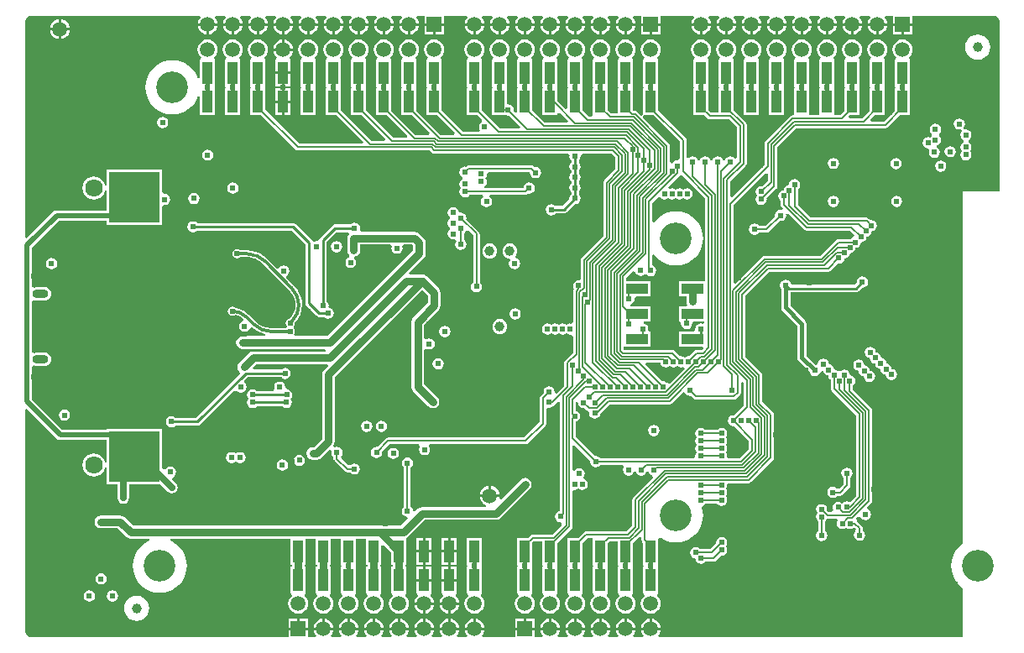
<source format=gbl>
G04 Layer_Physical_Order=4*
G04 Layer_Color=16711680*
%FSLAX24Y24*%
%MOIN*%
G70*
G01*
G75*
%ADD10C,0.0060*%
%ADD12C,0.0138*%
%ADD15C,0.0150*%
%ADD26R,0.0402X0.0862*%
%ADD39C,0.0394*%
%ADD63C,0.0100*%
%ADD64C,0.0200*%
%ADD65C,0.0300*%
%ADD66C,0.0250*%
%ADD70C,0.0591*%
%ADD71R,0.0591X0.0591*%
%ADD72C,0.1260*%
%ADD73C,0.0701*%
%ADD74O,0.0630X0.0354*%
%ADD75C,0.0390*%
%ADD76C,0.0240*%
%ADD77C,0.0260*%
%ADD78C,0.1969*%
G04:AMPARAMS|DCode=79|XSize=393.7mil|YSize=393.7mil|CornerRadius=98.4mil|HoleSize=0mil|Usage=FLASHONLY|Rotation=270.000|XOffset=0mil|YOffset=0mil|HoleType=Round|Shape=RoundedRectangle|*
%AMROUNDEDRECTD79*
21,1,0.3937,0.1969,0,0,270.0*
21,1,0.1969,0.3937,0,0,270.0*
1,1,0.1969,-0.0984,-0.0984*
1,1,0.1969,-0.0984,0.0984*
1,1,0.1969,0.0984,0.0984*
1,1,0.1969,0.0984,-0.0984*
%
%ADD79ROUNDEDRECTD79*%
%ADD80R,0.2000X0.2000*%
%ADD81R,0.0874X0.0402*%
G36*
X38696Y24827D02*
X38777Y24773D01*
X38831Y24692D01*
X38835Y24671D01*
X38847Y24596D01*
X38847Y24516D01*
X38847Y24516D01*
Y17896D01*
X38831Y17876D01*
X37401D01*
X37400Y3889D01*
X37366Y3868D01*
X37238Y3758D01*
X37128Y3630D01*
X37039Y3486D01*
X36975Y3329D01*
X36935Y3165D01*
X36922Y2996D01*
X36935Y2827D01*
X36975Y2663D01*
X37039Y2507D01*
X37128Y2362D01*
X37238Y2234D01*
X37366Y2124D01*
X37400Y2103D01*
X37400Y149D01*
X25328D01*
X25309Y176D01*
X25293Y229D01*
X25345Y297D01*
X25385Y393D01*
X25392Y446D01*
X24608D01*
X24615Y393D01*
X24655Y297D01*
X24707Y229D01*
X24691Y176D01*
X24672Y149D01*
X24328D01*
X24309Y176D01*
X24293Y229D01*
X24345Y297D01*
X24385Y393D01*
X24392Y446D01*
X23608D01*
X23615Y393D01*
X23655Y297D01*
X23707Y229D01*
X23691Y176D01*
X23672Y149D01*
X23328D01*
X23309Y176D01*
X23293Y229D01*
X23345Y297D01*
X23385Y393D01*
X23392Y446D01*
X22608D01*
X22615Y393D01*
X22655Y297D01*
X22707Y229D01*
X22691Y176D01*
X22672Y149D01*
X22328D01*
X22309Y176D01*
X22293Y229D01*
X22345Y297D01*
X22385Y393D01*
X22392Y446D01*
X21608D01*
X21615Y393D01*
X21655Y297D01*
X21707Y229D01*
X21691Y176D01*
X21672Y149D01*
X21328D01*
X21309Y176D01*
X21293Y229D01*
X21345Y297D01*
X21385Y393D01*
X21392Y446D01*
X20608D01*
X20615Y393D01*
X20655Y297D01*
X20707Y229D01*
X20691Y176D01*
X20672Y149D01*
X20395D01*
Y446D01*
X19605D01*
Y149D01*
X18328D01*
X18309Y176D01*
X18293Y229D01*
X18345Y297D01*
X18385Y393D01*
X18392Y446D01*
X17608D01*
X17615Y393D01*
X17655Y297D01*
X17707Y229D01*
X17691Y176D01*
X17672Y149D01*
X17328D01*
X17309Y176D01*
X17293Y229D01*
X17345Y297D01*
X17385Y393D01*
X17392Y446D01*
X16608D01*
X16615Y393D01*
X16655Y297D01*
X16707Y229D01*
X16691Y176D01*
X16672Y149D01*
X16328D01*
X16309Y176D01*
X16293Y229D01*
X16345Y297D01*
X16385Y393D01*
X16392Y446D01*
X15608D01*
X15615Y393D01*
X15655Y297D01*
X15707Y229D01*
X15691Y176D01*
X15672Y149D01*
X15328D01*
X15309Y176D01*
X15293Y229D01*
X15345Y297D01*
X15385Y393D01*
X15392Y446D01*
X14608D01*
X14615Y393D01*
X14655Y297D01*
X14707Y229D01*
X14691Y176D01*
X14672Y149D01*
X14328D01*
X14309Y176D01*
X14293Y229D01*
X14345Y297D01*
X14385Y393D01*
X14392Y446D01*
X13608D01*
X13615Y393D01*
X13655Y297D01*
X13707Y229D01*
X13691Y176D01*
X13672Y149D01*
X13328D01*
X13309Y176D01*
X13293Y229D01*
X13345Y297D01*
X13385Y393D01*
X13392Y446D01*
X12608D01*
X12615Y393D01*
X12655Y297D01*
X12707Y229D01*
X12691Y176D01*
X12672Y149D01*
X12328D01*
X12309Y176D01*
X12293Y229D01*
X12345Y297D01*
X12385Y393D01*
X12392Y446D01*
X11608D01*
X11615Y393D01*
X11655Y297D01*
X11707Y229D01*
X11691Y176D01*
X11672Y149D01*
X11395D01*
Y446D01*
X10605D01*
Y149D01*
X400D01*
X393Y148D01*
X304Y165D01*
X223Y219D01*
X169Y300D01*
X152Y389D01*
X153Y396D01*
X153Y9190D01*
X227Y9221D01*
X1396Y8052D01*
X1462Y8008D01*
X1540Y7992D01*
X3400D01*
Y7109D01*
X3320Y7104D01*
X3319Y7114D01*
X3273Y7223D01*
X3201Y7317D01*
X3107Y7389D01*
X2998Y7435D01*
X2880Y7450D01*
X2762Y7435D01*
X2653Y7389D01*
X2559Y7317D01*
X2487Y7223D01*
X2441Y7114D01*
X2426Y6996D01*
X2441Y6878D01*
X2487Y6769D01*
X2559Y6675D01*
X2653Y6603D01*
X2762Y6557D01*
X2880Y6542D01*
X2998Y6557D01*
X3107Y6603D01*
X3201Y6675D01*
X3273Y6769D01*
X3319Y6878D01*
X3320Y6888D01*
X3400Y6883D01*
Y6240D01*
X3821D01*
Y5692D01*
X3838Y5604D01*
X3888Y5530D01*
X3962Y5480D01*
X4050Y5463D01*
X4138Y5480D01*
X4212Y5530D01*
X4262Y5604D01*
X4279Y5692D01*
Y6240D01*
X5512D01*
X5818Y5934D01*
X5892Y5884D01*
X5980Y5867D01*
X6068Y5884D01*
X6142Y5934D01*
X6192Y6008D01*
X6209Y6096D01*
X6192Y6184D01*
X6142Y6258D01*
X5979Y6422D01*
X6005Y6509D01*
X6006Y6509D01*
X6079Y6557D01*
X6127Y6630D01*
X6144Y6716D01*
X6127Y6802D01*
X6079Y6875D01*
X6006Y6923D01*
X5920Y6940D01*
X5834Y6923D01*
X5761Y6875D01*
X5735Y6835D01*
X5646Y6818D01*
X5636Y6821D01*
X5600Y6849D01*
Y8440D01*
X3400D01*
Y8400D01*
X1625D01*
X424Y9600D01*
Y10903D01*
X453Y10926D01*
X504Y10948D01*
X555Y10927D01*
X628Y10917D01*
X903D01*
X975Y10927D01*
X1043Y10955D01*
X1101Y10999D01*
X1145Y11057D01*
X1173Y11124D01*
X1183Y11197D01*
X1173Y11269D01*
X1145Y11337D01*
X1101Y11394D01*
X1043Y11439D01*
X975Y11467D01*
X903Y11476D01*
X628D01*
X555Y11467D01*
X504Y11446D01*
X453Y11467D01*
X424Y11491D01*
Y13501D01*
X453Y13525D01*
X504Y13546D01*
X555Y13525D01*
X628Y13516D01*
X903D01*
X975Y13525D01*
X1043Y13553D01*
X1101Y13598D01*
X1145Y13655D01*
X1173Y13723D01*
X1183Y13795D01*
X1173Y13868D01*
X1145Y13935D01*
X1101Y13993D01*
X1043Y14037D01*
X975Y14065D01*
X903Y14075D01*
X628D01*
X555Y14065D01*
X504Y14044D01*
X453Y14066D01*
X424Y14089D01*
Y15632D01*
X1495Y16702D01*
X3400D01*
Y16540D01*
X5600D01*
Y17258D01*
X5680Y17324D01*
X5690Y17322D01*
X5776Y17339D01*
X5849Y17387D01*
X5897Y17460D01*
X5914Y17546D01*
X5897Y17632D01*
X5849Y17705D01*
X5776Y17753D01*
X5690Y17770D01*
X5680Y17768D01*
X5600Y17834D01*
Y18740D01*
X3400D01*
Y18109D01*
X3320Y18104D01*
X3319Y18114D01*
X3273Y18223D01*
X3201Y18317D01*
X3107Y18389D01*
X2998Y18435D01*
X2880Y18450D01*
X2762Y18435D01*
X2653Y18389D01*
X2559Y18317D01*
X2487Y18223D01*
X2441Y18114D01*
X2426Y17996D01*
X2441Y17878D01*
X2487Y17769D01*
X2559Y17675D01*
X2653Y17603D01*
X2762Y17557D01*
X2880Y17542D01*
X2998Y17557D01*
X3107Y17603D01*
X3201Y17675D01*
X3273Y17769D01*
X3319Y17878D01*
X3320Y17888D01*
X3400Y17883D01*
Y17110D01*
X1410D01*
X1332Y17094D01*
X1266Y17050D01*
X227Y16011D01*
X153Y16042D01*
X153Y24606D01*
X152Y24610D01*
X169Y24695D01*
X222Y24774D01*
X301Y24827D01*
X323Y24831D01*
X398Y24843D01*
X400Y24843D01*
X478Y24843D01*
X7072D01*
X7091Y24816D01*
X7107Y24763D01*
X7055Y24695D01*
X7015Y24599D01*
X7008Y24546D01*
X7400D01*
X7792D01*
X7785Y24599D01*
X7745Y24695D01*
X7693Y24763D01*
X7709Y24816D01*
X7728Y24843D01*
X8072D01*
X8091Y24816D01*
X8107Y24763D01*
X8055Y24695D01*
X8015Y24599D01*
X8008Y24546D01*
X8400D01*
X8792D01*
X8785Y24599D01*
X8745Y24695D01*
X8693Y24763D01*
X8709Y24816D01*
X8728Y24843D01*
X9072D01*
X9091Y24816D01*
X9107Y24763D01*
X9055Y24695D01*
X9015Y24599D01*
X9008Y24546D01*
X9400D01*
X9792D01*
X9785Y24599D01*
X9745Y24695D01*
X9693Y24763D01*
X9709Y24816D01*
X9728Y24843D01*
X10072D01*
X10091Y24816D01*
X10107Y24763D01*
X10055Y24695D01*
X10015Y24599D01*
X10008Y24546D01*
X10400D01*
X10792D01*
X10785Y24599D01*
X10745Y24695D01*
X10693Y24763D01*
X10709Y24816D01*
X10728Y24843D01*
X11072D01*
X11091Y24816D01*
X11107Y24763D01*
X11055Y24695D01*
X11015Y24599D01*
X11008Y24546D01*
X11400D01*
X11792D01*
X11785Y24599D01*
X11745Y24695D01*
X11693Y24763D01*
X11709Y24816D01*
X11728Y24843D01*
X12072D01*
X12091Y24816D01*
X12107Y24763D01*
X12055Y24695D01*
X12015Y24599D01*
X12008Y24546D01*
X12400D01*
X12792D01*
X12785Y24599D01*
X12745Y24695D01*
X12693Y24763D01*
X12709Y24816D01*
X12728Y24843D01*
X13072D01*
X13091Y24816D01*
X13107Y24763D01*
X13055Y24695D01*
X13015Y24599D01*
X13008Y24546D01*
X13400D01*
X13792D01*
X13785Y24599D01*
X13745Y24695D01*
X13693Y24763D01*
X13709Y24816D01*
X13728Y24843D01*
X14072D01*
X14091Y24816D01*
X14107Y24763D01*
X14055Y24695D01*
X14015Y24599D01*
X14008Y24546D01*
X14400D01*
X14792D01*
X14785Y24599D01*
X14745Y24695D01*
X14693Y24763D01*
X14709Y24816D01*
X14728Y24843D01*
X15072D01*
X15091Y24816D01*
X15107Y24763D01*
X15055Y24695D01*
X15015Y24599D01*
X15008Y24546D01*
X15400D01*
X15792D01*
X15785Y24599D01*
X15745Y24695D01*
X15693Y24763D01*
X15709Y24816D01*
X15728Y24843D01*
X16005D01*
Y24546D01*
X16400D01*
X16795D01*
Y24843D01*
X17672D01*
X17691Y24816D01*
X17707Y24763D01*
X17655Y24695D01*
X17615Y24599D01*
X17608Y24546D01*
X18000D01*
X18392D01*
X18385Y24599D01*
X18345Y24695D01*
X18293Y24763D01*
X18309Y24816D01*
X18328Y24843D01*
X18672D01*
X18691Y24816D01*
X18707Y24763D01*
X18655Y24695D01*
X18615Y24599D01*
X18608Y24546D01*
X19000D01*
X19392D01*
X19385Y24599D01*
X19345Y24695D01*
X19293Y24763D01*
X19309Y24816D01*
X19328Y24843D01*
X19672D01*
X19691Y24816D01*
X19707Y24763D01*
X19655Y24695D01*
X19615Y24599D01*
X19608Y24546D01*
X20000D01*
X20392D01*
X20385Y24599D01*
X20345Y24695D01*
X20293Y24763D01*
X20309Y24816D01*
X20328Y24843D01*
X20672D01*
X20691Y24816D01*
X20707Y24763D01*
X20655Y24695D01*
X20615Y24599D01*
X20608Y24546D01*
X21000D01*
X21392D01*
X21385Y24599D01*
X21345Y24695D01*
X21293Y24763D01*
X21309Y24816D01*
X21328Y24843D01*
X21672D01*
X21691Y24816D01*
X21707Y24763D01*
X21655Y24695D01*
X21615Y24599D01*
X21608Y24546D01*
X22000D01*
X22392D01*
X22385Y24599D01*
X22345Y24695D01*
X22293Y24763D01*
X22309Y24816D01*
X22328Y24843D01*
X22672D01*
X22691Y24816D01*
X22707Y24763D01*
X22655Y24695D01*
X22615Y24599D01*
X22608Y24546D01*
X23000D01*
X23392D01*
X23385Y24599D01*
X23345Y24695D01*
X23293Y24763D01*
X23309Y24816D01*
X23328Y24843D01*
X23672D01*
X23691Y24816D01*
X23707Y24763D01*
X23655Y24695D01*
X23615Y24599D01*
X23608Y24546D01*
X24000D01*
X24392D01*
X24385Y24599D01*
X24345Y24695D01*
X24293Y24763D01*
X24309Y24816D01*
X24328Y24843D01*
X24605D01*
Y24546D01*
X25000D01*
X25395D01*
Y24843D01*
X26672D01*
X26691Y24816D01*
X26707Y24763D01*
X26655Y24695D01*
X26615Y24599D01*
X26608Y24546D01*
X27000D01*
X27392D01*
X27385Y24599D01*
X27345Y24695D01*
X27293Y24763D01*
X27309Y24816D01*
X27328Y24843D01*
X27672D01*
X27691Y24816D01*
X27707Y24763D01*
X27655Y24695D01*
X27615Y24599D01*
X27608Y24546D01*
X28000D01*
X28392D01*
X28385Y24599D01*
X28345Y24695D01*
X28293Y24763D01*
X28309Y24816D01*
X28328Y24843D01*
X28672D01*
X28691Y24816D01*
X28707Y24763D01*
X28655Y24695D01*
X28615Y24599D01*
X28608Y24546D01*
X29000D01*
X29392D01*
X29385Y24599D01*
X29345Y24695D01*
X29293Y24763D01*
X29309Y24816D01*
X29328Y24843D01*
X29672D01*
X29691Y24816D01*
X29707Y24763D01*
X29655Y24695D01*
X29615Y24599D01*
X29608Y24546D01*
X30000D01*
X30392D01*
X30385Y24599D01*
X30345Y24695D01*
X30293Y24763D01*
X30309Y24816D01*
X30328Y24843D01*
X30672D01*
X30691Y24816D01*
X30707Y24763D01*
X30655Y24695D01*
X30615Y24599D01*
X30608Y24546D01*
X31000D01*
X31392D01*
X31385Y24599D01*
X31345Y24695D01*
X31293Y24763D01*
X31309Y24816D01*
X31328Y24843D01*
X31672D01*
X31691Y24816D01*
X31707Y24763D01*
X31655Y24695D01*
X31615Y24599D01*
X31608Y24546D01*
X32000D01*
X32392D01*
X32385Y24599D01*
X32345Y24695D01*
X32293Y24763D01*
X32309Y24816D01*
X32328Y24843D01*
X32672D01*
X32691Y24816D01*
X32707Y24763D01*
X32655Y24695D01*
X32615Y24599D01*
X32608Y24546D01*
X33000D01*
X33392D01*
X33385Y24599D01*
X33345Y24695D01*
X33293Y24763D01*
X33309Y24816D01*
X33328Y24843D01*
X33672D01*
X33691Y24816D01*
X33707Y24763D01*
X33655Y24695D01*
X33615Y24599D01*
X33608Y24546D01*
X34000D01*
X34392D01*
X34385Y24599D01*
X34345Y24695D01*
X34293Y24763D01*
X34309Y24816D01*
X34328Y24843D01*
X34605D01*
Y24546D01*
X35000D01*
X35395D01*
Y24843D01*
X38600D01*
X38607Y24844D01*
X38696Y24827D01*
D02*
G37*
%LPC*%
G36*
X13710Y8758D02*
X13625Y8741D01*
X13552Y8692D01*
X13503Y8620D01*
X13486Y8534D01*
X13503Y8448D01*
X13552Y8375D01*
X13625Y8327D01*
X13710Y8309D01*
X13796Y8327D01*
X13869Y8375D01*
X13918Y8448D01*
X13935Y8534D01*
X13918Y8620D01*
X13869Y8692D01*
X13796Y8741D01*
X13710Y8758D01*
D02*
G37*
G36*
X14301D02*
X14215Y8741D01*
X14142Y8692D01*
X14094Y8620D01*
X14077Y8534D01*
X14094Y8448D01*
X14142Y8375D01*
X14215Y8327D01*
X14301Y8309D01*
X14387Y8327D01*
X14460Y8375D01*
X14508Y8448D01*
X14525Y8534D01*
X14508Y8620D01*
X14460Y8692D01*
X14387Y8741D01*
X14301Y8758D01*
D02*
G37*
G36*
X12950Y888D02*
X12897Y881D01*
X12801Y841D01*
X12718Y778D01*
X12655Y695D01*
X12615Y599D01*
X12608Y546D01*
X12950D01*
Y888D01*
D02*
G37*
G36*
X14770Y7680D02*
X14684Y7663D01*
X14611Y7615D01*
X14563Y7542D01*
X14546Y7456D01*
X14563Y7370D01*
X14611Y7297D01*
X14684Y7249D01*
X14770Y7232D01*
X14856Y7249D01*
X14929Y7297D01*
X14977Y7370D01*
X14994Y7456D01*
X14977Y7542D01*
X14929Y7615D01*
X14856Y7663D01*
X14770Y7680D01*
D02*
G37*
G36*
X8683Y7513D02*
X8598Y7496D01*
X8579Y7484D01*
X8516Y7452D01*
X8453Y7484D01*
X8435Y7496D01*
X8349Y7513D01*
X8263Y7496D01*
X8190Y7448D01*
X8142Y7375D01*
X8124Y7289D01*
X8142Y7203D01*
X8190Y7131D01*
X8263Y7082D01*
X8349Y7065D01*
X8435Y7082D01*
X8453Y7094D01*
X8516Y7126D01*
X8579Y7094D01*
X8598Y7082D01*
X8683Y7065D01*
X8769Y7082D01*
X8842Y7131D01*
X8891Y7203D01*
X8908Y7289D01*
X8891Y7375D01*
X8842Y7448D01*
X8769Y7496D01*
X8683Y7513D01*
D02*
G37*
G36*
X11950Y888D02*
X11897Y881D01*
X11801Y841D01*
X11718Y778D01*
X11655Y695D01*
X11615Y599D01*
X11608Y546D01*
X11950D01*
Y888D01*
D02*
G37*
G36*
X33260Y11184D02*
X33174Y11167D01*
X33101Y11119D01*
X33053Y11046D01*
X33036Y10960D01*
X33053Y10874D01*
X33101Y10801D01*
X33174Y10753D01*
X33246Y10739D01*
X33263Y10654D01*
X33311Y10581D01*
X33384Y10533D01*
X33456Y10519D01*
X33473Y10434D01*
X33521Y10361D01*
X33594Y10313D01*
X33680Y10296D01*
X33766Y10313D01*
X33839Y10361D01*
X33887Y10434D01*
X33904Y10520D01*
X33887Y10606D01*
X33839Y10679D01*
X33766Y10727D01*
X33694Y10742D01*
X33677Y10826D01*
X33629Y10899D01*
X33556Y10947D01*
X33484Y10962D01*
X33467Y11046D01*
X33419Y11119D01*
X33346Y11167D01*
X33260Y11184D01*
D02*
G37*
G36*
X10260Y10330D02*
X10174Y10313D01*
X10101Y10265D01*
X10053Y10192D01*
X10036Y10106D01*
X10053Y10020D01*
X10054Y10019D01*
X10011Y9939D01*
X9349D01*
X9345Y9945D01*
X9272Y9993D01*
X9186Y10010D01*
X9100Y9993D01*
X9027Y9945D01*
X8979Y9872D01*
X8962Y9786D01*
X8979Y9700D01*
X9022Y9636D01*
X8979Y9572D01*
X8962Y9486D01*
X8979Y9400D01*
X9027Y9327D01*
X9100Y9279D01*
X9186Y9262D01*
X9272Y9279D01*
X9345Y9327D01*
X9349Y9333D01*
X10364D01*
X10367Y9327D01*
X10440Y9279D01*
X10526Y9262D01*
X10612Y9279D01*
X10685Y9327D01*
X10733Y9400D01*
X10750Y9486D01*
X10733Y9572D01*
X10695Y9629D01*
X10743Y9700D01*
X10760Y9786D01*
X10743Y9872D01*
X10695Y9945D01*
X10622Y9993D01*
X10536Y10010D01*
X10479Y10081D01*
X10484Y10106D01*
X10467Y10192D01*
X10419Y10265D01*
X10346Y10313D01*
X10260Y10330D01*
D02*
G37*
G36*
X1710Y9204D02*
X1624Y9187D01*
X1551Y9139D01*
X1503Y9066D01*
X1486Y8980D01*
X1503Y8894D01*
X1551Y8821D01*
X1624Y8773D01*
X1710Y8756D01*
X1796Y8773D01*
X1869Y8821D01*
X1917Y8894D01*
X1934Y8980D01*
X1917Y9066D01*
X1869Y9139D01*
X1796Y9187D01*
X1710Y9204D01*
D02*
G37*
G36*
X12050Y888D02*
Y546D01*
X12392D01*
X12385Y599D01*
X12345Y695D01*
X12282Y778D01*
X12199Y841D01*
X12103Y881D01*
X12050Y888D01*
D02*
G37*
G36*
X11036Y7410D02*
X10950Y7393D01*
X10877Y7345D01*
X10829Y7272D01*
X10812Y7186D01*
X10829Y7100D01*
X10877Y7027D01*
X10950Y6979D01*
X11036Y6962D01*
X11122Y6979D01*
X11195Y7027D01*
X11243Y7100D01*
X11260Y7186D01*
X11243Y7272D01*
X11195Y7345D01*
X11122Y7393D01*
X11036Y7410D01*
D02*
G37*
G36*
X17301Y4104D02*
X17050D01*
Y3623D01*
X17301D01*
Y4104D01*
D02*
G37*
G36*
X27810Y4144D02*
X27724Y4127D01*
X27651Y4079D01*
X27603Y4006D01*
X27586Y3920D01*
X27592Y3889D01*
X27355Y3653D01*
X26956D01*
X26939Y3679D01*
X26866Y3727D01*
X26780Y3744D01*
X26694Y3727D01*
X26621Y3679D01*
X26573Y3606D01*
X26556Y3520D01*
X26573Y3434D01*
X26621Y3361D01*
X26694Y3313D01*
X26766Y3298D01*
X26783Y3214D01*
X26831Y3141D01*
X26904Y3093D01*
X26990Y3076D01*
X27076Y3093D01*
X27149Y3141D01*
X27166Y3167D01*
X27490D01*
X27541Y3178D01*
X27584Y3206D01*
X27779Y3402D01*
X27810Y3396D01*
X27896Y3413D01*
X27969Y3461D01*
X28017Y3534D01*
X28034Y3620D01*
X28017Y3706D01*
X27974Y3770D01*
X28017Y3834D01*
X28034Y3920D01*
X28017Y4006D01*
X27969Y4079D01*
X27896Y4127D01*
X27810Y4144D01*
D02*
G37*
G36*
X16950Y4104D02*
X16699D01*
Y3623D01*
X16950D01*
Y4104D01*
D02*
G37*
G36*
X15950D02*
X15699D01*
Y3623D01*
X15950D01*
Y4104D01*
D02*
G37*
G36*
X16301D02*
X16050D01*
Y3623D01*
X16301D01*
Y4104D01*
D02*
G37*
G36*
X32791Y6897D02*
X32705Y6880D01*
X32633Y6831D01*
X32584Y6758D01*
X32567Y6673D01*
X32584Y6587D01*
X32633Y6514D01*
X32659Y6497D01*
Y6236D01*
X32476Y6053D01*
X32392Y6059D01*
X32385Y6069D01*
X32313Y6117D01*
X32227Y6134D01*
X32141Y6117D01*
X32068Y6069D01*
X32019Y5996D01*
X32002Y5910D01*
X32019Y5824D01*
X32068Y5751D01*
X32141Y5703D01*
X32227Y5686D01*
X32313Y5703D01*
X32385Y5751D01*
X32403Y5777D01*
X32520D01*
X32571Y5788D01*
X32614Y5816D01*
X32885Y6088D01*
X32914Y6131D01*
X32924Y6181D01*
Y6497D01*
X32950Y6514D01*
X32999Y6587D01*
X33016Y6673D01*
X32999Y6758D01*
X32950Y6831D01*
X32877Y6880D01*
X32791Y6897D01*
D02*
G37*
G36*
X10364Y7223D02*
X10278Y7205D01*
X10205Y7157D01*
X10157Y7084D01*
X10140Y6998D01*
X10157Y6912D01*
X10205Y6840D01*
X10278Y6791D01*
X10364Y6774D01*
X10450Y6791D01*
X10523Y6840D01*
X10571Y6912D01*
X10588Y6998D01*
X10571Y7084D01*
X10523Y7157D01*
X10450Y7205D01*
X10364Y7223D01*
D02*
G37*
G36*
X18650Y6172D02*
Y5830D01*
X18992D01*
X18985Y5883D01*
X18945Y5979D01*
X18882Y6062D01*
X18799Y6125D01*
X18703Y6165D01*
X18650Y6172D01*
D02*
G37*
G36*
X15330Y7304D02*
X15244Y7287D01*
X15171Y7239D01*
X15123Y7166D01*
X15106Y7080D01*
X15123Y6994D01*
X15171Y6921D01*
X15197Y6904D01*
Y5336D01*
X15171Y5319D01*
X15123Y5246D01*
X15106Y5160D01*
X15123Y5074D01*
X15171Y5001D01*
X15244Y4953D01*
X15310Y4940D01*
X15338Y4883D01*
X15342Y4858D01*
X15064Y4581D01*
X4456D01*
X4115Y4922D01*
X4032Y4977D01*
X3934Y4997D01*
X3164D01*
X3067Y4977D01*
X2984Y4922D01*
X2929Y4839D01*
X2909Y4742D01*
X2929Y4644D01*
X2984Y4562D01*
X3067Y4506D01*
X3164Y4487D01*
X3829D01*
X4170Y4146D01*
X4252Y4091D01*
X4350Y4071D01*
X5078D01*
X5094Y3991D01*
X5011Y3957D01*
X4866Y3868D01*
X4738Y3758D01*
X4628Y3630D01*
X4539Y3486D01*
X4475Y3329D01*
X4435Y3165D01*
X4422Y2996D01*
X4435Y2827D01*
X4475Y2663D01*
X4539Y2507D01*
X4628Y2362D01*
X4738Y2234D01*
X4866Y2124D01*
X5011Y2035D01*
X5167Y1971D01*
X5331Y1931D01*
X5500Y1918D01*
X5669Y1931D01*
X5833Y1971D01*
X5990Y2035D01*
X6134Y2124D01*
X6262Y2234D01*
X6372Y2362D01*
X6461Y2507D01*
X6525Y2663D01*
X6565Y2827D01*
X6578Y2996D01*
X6565Y3165D01*
X6525Y3329D01*
X6461Y3486D01*
X6372Y3630D01*
X6262Y3758D01*
X6134Y3868D01*
X5990Y3957D01*
X5906Y3991D01*
X5922Y4071D01*
X10699D01*
Y3042D01*
X10745D01*
Y2950D01*
X10699D01*
Y1888D01*
X10730D01*
X10757Y1808D01*
X10718Y1778D01*
X10655Y1695D01*
X10615Y1599D01*
X10601Y1496D01*
X10615Y1393D01*
X10655Y1297D01*
X10718Y1214D01*
X10801Y1151D01*
X10897Y1111D01*
X11000Y1097D01*
X11103Y1111D01*
X11199Y1151D01*
X11282Y1214D01*
X11345Y1297D01*
X11385Y1393D01*
X11399Y1496D01*
X11385Y1599D01*
X11345Y1695D01*
X11282Y1778D01*
X11243Y1808D01*
X11270Y1888D01*
X11301D01*
Y2950D01*
X11255D01*
Y3042D01*
X11301D01*
Y4071D01*
X11699D01*
Y3042D01*
X11745D01*
Y2950D01*
X11699D01*
Y1888D01*
X11730D01*
X11758Y1808D01*
X11718Y1778D01*
X11655Y1695D01*
X11615Y1599D01*
X11601Y1496D01*
X11615Y1393D01*
X11655Y1297D01*
X11718Y1214D01*
X11801Y1151D01*
X11897Y1111D01*
X12000Y1097D01*
X12103Y1111D01*
X12199Y1151D01*
X12282Y1214D01*
X12345Y1297D01*
X12385Y1393D01*
X12399Y1496D01*
X12385Y1599D01*
X12345Y1695D01*
X12282Y1778D01*
X12243Y1808D01*
X12270Y1888D01*
X12301D01*
Y2950D01*
X12255D01*
Y3042D01*
X12301D01*
Y4071D01*
X12699D01*
Y3042D01*
X12699D01*
X12711Y2996D01*
X12699Y2950D01*
X12699D01*
Y1888D01*
X12730D01*
X12758Y1808D01*
X12718Y1778D01*
X12655Y1695D01*
X12615Y1599D01*
X12601Y1496D01*
X12615Y1393D01*
X12655Y1297D01*
X12718Y1214D01*
X12801Y1151D01*
X12897Y1111D01*
X13000Y1097D01*
X13103Y1111D01*
X13199Y1151D01*
X13282Y1214D01*
X13345Y1297D01*
X13385Y1393D01*
X13399Y1496D01*
X13385Y1599D01*
X13345Y1695D01*
X13282Y1778D01*
X13243Y1808D01*
X13270Y1888D01*
X13301D01*
Y2950D01*
X13301D01*
X13289Y2996D01*
X13301Y3042D01*
X13301D01*
Y4071D01*
X13699D01*
Y3042D01*
X13745D01*
Y2950D01*
X13699D01*
Y1888D01*
X13730D01*
X13757Y1808D01*
X13718Y1778D01*
X13655Y1695D01*
X13615Y1599D01*
X13601Y1496D01*
X13615Y1393D01*
X13655Y1297D01*
X13718Y1214D01*
X13801Y1151D01*
X13897Y1111D01*
X14000Y1097D01*
X14103Y1111D01*
X14199Y1151D01*
X14282Y1214D01*
X14345Y1297D01*
X14385Y1393D01*
X14399Y1496D01*
X14385Y1599D01*
X14345Y1695D01*
X14282Y1778D01*
X14243Y1808D01*
X14270Y1888D01*
X14301D01*
Y2950D01*
X14255D01*
Y3042D01*
X14301D01*
Y3807D01*
X14375Y3838D01*
X14699Y3513D01*
Y3042D01*
X14745D01*
Y2950D01*
X14699D01*
Y1888D01*
X14730D01*
X14757Y1808D01*
X14718Y1778D01*
X14655Y1695D01*
X14615Y1599D01*
X14601Y1496D01*
X14615Y1393D01*
X14655Y1297D01*
X14718Y1214D01*
X14801Y1151D01*
X14897Y1111D01*
X15000Y1097D01*
X15103Y1111D01*
X15199Y1151D01*
X15282Y1214D01*
X15345Y1297D01*
X15385Y1393D01*
X15399Y1496D01*
X15385Y1599D01*
X15345Y1695D01*
X15282Y1778D01*
X15243Y1808D01*
X15270Y1888D01*
X15301D01*
Y2950D01*
X15255D01*
Y3042D01*
X15301D01*
Y4104D01*
X15344Y4142D01*
X15347Y4144D01*
X15350Y4146D01*
X16026Y4821D01*
X18856D01*
X18954Y4841D01*
X19036Y4896D01*
X20190Y6050D01*
X20246Y6132D01*
X20265Y6230D01*
X20246Y6328D01*
X20190Y6410D01*
X20108Y6466D01*
X20010Y6485D01*
X19912Y6466D01*
X19830Y6410D01*
X19054Y5635D01*
X18989Y5674D01*
X18985Y5679D01*
X18992Y5730D01*
X18208D01*
X18215Y5677D01*
X18255Y5581D01*
X18318Y5498D01*
X18401Y5435D01*
X18458Y5411D01*
X18442Y5331D01*
X15920D01*
X15822Y5312D01*
X15740Y5256D01*
X15632Y5148D01*
X15607Y5152D01*
X15550Y5180D01*
X15537Y5246D01*
X15489Y5319D01*
X15463Y5336D01*
Y6904D01*
X15489Y6921D01*
X15537Y6994D01*
X15554Y7080D01*
X15537Y7166D01*
X15489Y7239D01*
X15416Y7287D01*
X15330Y7304D01*
D02*
G37*
G36*
X18550Y6172D02*
X18497Y6165D01*
X18401Y6125D01*
X18318Y6062D01*
X18255Y5979D01*
X18215Y5883D01*
X18208Y5830D01*
X18550D01*
Y6172D01*
D02*
G37*
G36*
X18600Y15794D02*
X18523Y15783D01*
X18451Y15754D01*
X18390Y15706D01*
X18342Y15645D01*
X18313Y15573D01*
X18302Y15496D01*
X18313Y15419D01*
X18342Y15347D01*
X18390Y15286D01*
X18451Y15238D01*
X18523Y15209D01*
X18600Y15198D01*
X18677Y15209D01*
X18749Y15238D01*
X18810Y15286D01*
X18858Y15347D01*
X18887Y15419D01*
X18898Y15496D01*
X18887Y15573D01*
X18858Y15645D01*
X18810Y15706D01*
X18749Y15754D01*
X18677Y15783D01*
X18600Y15794D01*
D02*
G37*
G36*
X12520Y15894D02*
X12434Y15876D01*
X12361Y15828D01*
X12313Y15755D01*
X12296Y15669D01*
X12313Y15583D01*
X12361Y15511D01*
X12434Y15462D01*
X12520Y15445D01*
X12606Y15462D01*
X12679Y15511D01*
X12727Y15583D01*
X12744Y15669D01*
X12727Y15755D01*
X12679Y15828D01*
X12606Y15876D01*
X12520Y15894D01*
D02*
G37*
G36*
X19400Y15794D02*
X19323Y15783D01*
X19251Y15754D01*
X19190Y15706D01*
X19142Y15645D01*
X19113Y15573D01*
X19102Y15496D01*
X19113Y15419D01*
X19142Y15347D01*
X19190Y15286D01*
X19251Y15238D01*
X19323Y15209D01*
X19370Y15202D01*
X19407Y15134D01*
X19408Y15120D01*
X19383Y15082D01*
X19366Y14996D01*
X19383Y14910D01*
X19431Y14837D01*
X19504Y14789D01*
X19590Y14772D01*
X19676Y14789D01*
X19749Y14837D01*
X19797Y14910D01*
X19814Y14996D01*
X19797Y15082D01*
X19749Y15155D01*
X19676Y15203D01*
X19643Y15210D01*
X19625Y15251D01*
X19619Y15296D01*
X19658Y15347D01*
X19687Y15419D01*
X19698Y15496D01*
X19687Y15573D01*
X19658Y15645D01*
X19610Y15706D01*
X19549Y15754D01*
X19477Y15783D01*
X19400Y15794D01*
D02*
G37*
G36*
X33395Y14486D02*
X33309Y14469D01*
X33236Y14420D01*
X33187Y14347D01*
X33170Y14262D01*
X33172Y14255D01*
X33071Y14155D01*
X30576D01*
X30563Y14215D01*
X30515Y14288D01*
X30442Y14337D01*
X30356Y14354D01*
X30270Y14337D01*
X30198Y14288D01*
X30149Y14215D01*
X30132Y14129D01*
X30149Y14043D01*
X30178Y14000D01*
Y13248D01*
X30191Y13180D01*
X30230Y13122D01*
X30817Y12535D01*
Y11271D01*
X30830Y11203D01*
X30869Y11145D01*
X31297Y10717D01*
X31307Y10666D01*
X31356Y10593D01*
X31429Y10544D01*
X31515Y10527D01*
X31601Y10544D01*
X31673Y10593D01*
X31722Y10666D01*
X31725Y10680D01*
X31808Y10730D01*
X31847Y10716D01*
X31849Y10713D01*
X31853Y10694D01*
X31901Y10621D01*
X31974Y10573D01*
X32046Y10559D01*
X32063Y10474D01*
X32111Y10401D01*
X32137Y10384D01*
Y10038D01*
X32148Y9988D01*
X32176Y9945D01*
X33157Y8963D01*
Y5775D01*
X32904Y5522D01*
X32866Y5547D01*
X32780Y5564D01*
X32694Y5547D01*
X32621Y5499D01*
X32620Y5496D01*
X32595Y5479D01*
X32523Y5527D01*
X32437Y5544D01*
X32351Y5527D01*
X32278Y5479D01*
X32229Y5406D01*
X32212Y5320D01*
X32229Y5234D01*
X32237Y5223D01*
X32194Y5143D01*
X32062D01*
X31995Y5209D01*
X32001Y5240D01*
X31984Y5326D01*
X31935Y5399D01*
X31863Y5447D01*
X31777Y5464D01*
X31691Y5447D01*
X31618Y5399D01*
X31569Y5326D01*
X31552Y5240D01*
X31569Y5154D01*
X31612Y5090D01*
X31569Y5026D01*
X31552Y4940D01*
X31569Y4854D01*
X31618Y4781D01*
X31644Y4764D01*
Y4370D01*
X31622Y4355D01*
X31573Y4282D01*
X31556Y4196D01*
X31573Y4110D01*
X31622Y4038D01*
X31694Y3989D01*
X31780Y3972D01*
X31866Y3989D01*
X31939Y4038D01*
X31987Y4110D01*
X32005Y4196D01*
X31987Y4282D01*
X31939Y4355D01*
X31909Y4375D01*
Y4764D01*
X31935Y4781D01*
X31984Y4854D01*
X31989Y4881D01*
X32007Y4877D01*
X32378D01*
X32421Y4797D01*
X32399Y4766D01*
X32382Y4680D01*
X32399Y4594D01*
X32448Y4521D01*
X32521Y4473D01*
X32607Y4456D01*
X32692Y4473D01*
X32757Y4516D01*
X32821Y4473D01*
X32907Y4456D01*
X32992Y4473D01*
X33065Y4521D01*
X33067Y4522D01*
X33136Y4453D01*
X33132Y4365D01*
X33083Y4292D01*
X33066Y4206D01*
X33083Y4121D01*
X33132Y4048D01*
X33204Y3999D01*
X33290Y3982D01*
X33376Y3999D01*
X33449Y4048D01*
X33497Y4121D01*
X33515Y4206D01*
X33497Y4292D01*
X33449Y4365D01*
X33423Y4382D01*
Y4486D01*
X33413Y4537D01*
X33384Y4580D01*
X33190Y4774D01*
X33169Y4788D01*
X33150Y4862D01*
X33151Y4883D01*
X33234Y4966D01*
X33319Y4944D01*
X33322Y4941D01*
X33368Y4871D01*
X33441Y4823D01*
X33527Y4806D01*
X33612Y4823D01*
X33685Y4871D01*
X33734Y4944D01*
X33751Y5030D01*
X33734Y5116D01*
X33685Y5189D01*
X33616Y5235D01*
X33612Y5238D01*
X33591Y5323D01*
X33744Y5476D01*
X33772Y5519D01*
X33783Y5570D01*
Y9175D01*
X33772Y9226D01*
X33744Y9269D01*
X33033Y9980D01*
Y10164D01*
X33059Y10181D01*
X33107Y10254D01*
X33124Y10340D01*
X33107Y10426D01*
X33059Y10499D01*
X32986Y10547D01*
X32914Y10562D01*
X32897Y10646D01*
X32849Y10719D01*
X32776Y10767D01*
X32690Y10784D01*
X32604Y10767D01*
X32531Y10719D01*
X32528Y10714D01*
X32432D01*
X32429Y10719D01*
X32356Y10767D01*
X32284Y10782D01*
X32267Y10866D01*
X32219Y10939D01*
X32146Y10987D01*
X32074Y11002D01*
X32057Y11086D01*
X32009Y11159D01*
X31936Y11208D01*
X31850Y11225D01*
X31764Y11208D01*
X31691Y11159D01*
X31643Y11086D01*
X31631Y11028D01*
X31618Y10998D01*
X31543Y10976D01*
X31174Y11345D01*
Y12609D01*
X31174Y12609D01*
X31160Y12678D01*
X31121Y12735D01*
X30535Y13322D01*
Y13849D01*
X33139D01*
X33197Y13860D01*
X33247Y13893D01*
X33255Y13906D01*
X33388Y14039D01*
X33395Y14037D01*
X33481Y14054D01*
X33553Y14103D01*
X33602Y14176D01*
X33619Y14262D01*
X33602Y14347D01*
X33553Y14420D01*
X33481Y14469D01*
X33395Y14486D01*
D02*
G37*
G36*
X1200Y15214D02*
X1114Y15197D01*
X1041Y15149D01*
X993Y15076D01*
X976Y14990D01*
X993Y14904D01*
X1041Y14831D01*
X1114Y14783D01*
X1200Y14766D01*
X1286Y14783D01*
X1359Y14831D01*
X1407Y14904D01*
X1424Y14990D01*
X1407Y15076D01*
X1359Y15149D01*
X1286Y15197D01*
X1200Y15214D01*
D02*
G37*
G36*
X11395Y891D02*
X11050D01*
Y546D01*
X11395D01*
Y891D01*
D02*
G37*
G36*
X8400Y18220D02*
X8314Y18203D01*
X8241Y18155D01*
X8193Y18082D01*
X8176Y17996D01*
X8193Y17910D01*
X8241Y17837D01*
X8314Y17789D01*
X8400Y17772D01*
X8486Y17789D01*
X8559Y17837D01*
X8607Y17910D01*
X8624Y17996D01*
X8607Y18082D01*
X8559Y18155D01*
X8486Y18203D01*
X8400Y18220D01*
D02*
G37*
G36*
X6850Y17810D02*
X6764Y17793D01*
X6691Y17745D01*
X6643Y17672D01*
X6626Y17586D01*
X6643Y17500D01*
X6691Y17427D01*
X6764Y17379D01*
X6850Y17362D01*
X6936Y17379D01*
X7009Y17427D01*
X7057Y17500D01*
X7074Y17586D01*
X7057Y17672D01*
X7009Y17745D01*
X6936Y17793D01*
X6850Y17810D01*
D02*
G37*
G36*
X32250Y17694D02*
X32164Y17677D01*
X32092Y17629D01*
X32043Y17556D01*
X32026Y17470D01*
X32043Y17384D01*
X32092Y17311D01*
X32164Y17263D01*
X32250Y17246D01*
X32336Y17263D01*
X32409Y17311D01*
X32457Y17384D01*
X32474Y17470D01*
X32457Y17556D01*
X32409Y17629D01*
X32336Y17677D01*
X32250Y17694D01*
D02*
G37*
G36*
X34760D02*
X34674Y17677D01*
X34602Y17629D01*
X34553Y17556D01*
X34536Y17470D01*
X34553Y17384D01*
X34602Y17311D01*
X34674Y17263D01*
X34760Y17246D01*
X34846Y17263D01*
X34919Y17311D01*
X34967Y17384D01*
X34984Y17470D01*
X34967Y17556D01*
X34919Y17629D01*
X34846Y17677D01*
X34760Y17694D01*
D02*
G37*
G36*
X17157Y17240D02*
X17071Y17223D01*
X16998Y17175D01*
X16950Y17102D01*
X16933Y17016D01*
X16950Y16930D01*
X16998Y16857D01*
X17003Y16854D01*
Y16758D01*
X16998Y16755D01*
X16950Y16682D01*
X16933Y16596D01*
X16950Y16510D01*
X16998Y16437D01*
X17003Y16434D01*
Y16338D01*
X16998Y16335D01*
X16950Y16262D01*
X16933Y16176D01*
X16950Y16090D01*
X16998Y16017D01*
X17071Y15969D01*
X17157Y15952D01*
X17234Y15967D01*
X17262Y15932D01*
X17279Y15901D01*
X17240Y15842D01*
X17223Y15756D01*
X17240Y15670D01*
X17288Y15597D01*
X17361Y15549D01*
X17447Y15532D01*
X17533Y15549D01*
X17606Y15597D01*
X17654Y15670D01*
X17671Y15756D01*
X17654Y15842D01*
X17606Y15915D01*
X17579Y15932D01*
Y16210D01*
X17606Y16227D01*
X17654Y16300D01*
X17741Y16325D01*
X17937Y16128D01*
Y14262D01*
X17911Y14245D01*
X17863Y14172D01*
X17846Y14086D01*
X17863Y14000D01*
X17911Y13927D01*
X17984Y13879D01*
X18070Y13862D01*
X18156Y13879D01*
X18229Y13927D01*
X18277Y14000D01*
X18294Y14086D01*
X18277Y14172D01*
X18229Y14245D01*
X18203Y14262D01*
Y16183D01*
X18192Y16234D01*
X18164Y16277D01*
X17665Y16775D01*
X17671Y16806D01*
X17654Y16892D01*
X17606Y16965D01*
X17533Y17013D01*
X17447Y17030D01*
X17381Y17017D01*
X17364Y17102D01*
X17315Y17175D01*
X17243Y17223D01*
X17157Y17240D01*
D02*
G37*
G36*
X16556Y11240D02*
X16470Y11223D01*
X16397Y11175D01*
X16349Y11102D01*
X16332Y11016D01*
X16349Y10930D01*
X16397Y10857D01*
X16470Y10809D01*
X16556Y10792D01*
X16642Y10809D01*
X16715Y10857D01*
X16763Y10930D01*
X16780Y11016D01*
X16763Y11102D01*
X16715Y11175D01*
X16642Y11223D01*
X16556Y11240D01*
D02*
G37*
G36*
X16816Y12520D02*
X16730Y12503D01*
X16657Y12455D01*
X16609Y12382D01*
X16592Y12296D01*
X16609Y12210D01*
X16657Y12137D01*
X16730Y12089D01*
X16816Y12072D01*
X16902Y12089D01*
X16975Y12137D01*
X17023Y12210D01*
X17040Y12296D01*
X17023Y12382D01*
X16975Y12455D01*
X16902Y12503D01*
X16816Y12520D01*
D02*
G37*
G36*
X6572Y12440D02*
X4550D01*
Y10418D01*
X5484D01*
X5654Y10432D01*
X5820Y10471D01*
X5978Y10537D01*
X6124Y10626D01*
X6253Y10737D01*
X6364Y10867D01*
X6453Y11012D01*
X6519Y11170D01*
X6559Y11336D01*
X6572Y11506D01*
Y12440D01*
D02*
G37*
G36*
X33710Y11695D02*
X33624Y11678D01*
X33551Y11629D01*
X33503Y11556D01*
X33486Y11470D01*
X33503Y11384D01*
X33551Y11312D01*
X33624Y11263D01*
X33696Y11249D01*
X33713Y11164D01*
X33761Y11092D01*
X33834Y11043D01*
X33906Y11029D01*
X33923Y10944D01*
X33971Y10872D01*
X34044Y10823D01*
X34116Y10809D01*
X34133Y10724D01*
X34181Y10652D01*
X34254Y10603D01*
X34326Y10589D01*
X34343Y10504D01*
X34391Y10432D01*
X34464Y10383D01*
X34550Y10366D01*
X34636Y10383D01*
X34709Y10432D01*
X34757Y10504D01*
X34774Y10590D01*
X34757Y10676D01*
X34709Y10749D01*
X34636Y10798D01*
X34564Y10812D01*
X34547Y10896D01*
X34499Y10969D01*
X34426Y11018D01*
X34354Y11032D01*
X34337Y11116D01*
X34289Y11189D01*
X34216Y11238D01*
X34144Y11252D01*
X34127Y11336D01*
X34079Y11409D01*
X34006Y11458D01*
X33934Y11472D01*
X33917Y11556D01*
X33869Y11629D01*
X33796Y11678D01*
X33710Y11695D01*
D02*
G37*
G36*
X4450Y12440D02*
X2428D01*
Y11506D01*
X2442Y11336D01*
X2481Y11170D01*
X2547Y11012D01*
X2636Y10867D01*
X2747Y10737D01*
X2877Y10626D01*
X3022Y10537D01*
X3180Y10471D01*
X3346Y10432D01*
X3516Y10418D01*
X4450D01*
Y12440D01*
D02*
G37*
G36*
X5484Y14562D02*
X4550D01*
Y12540D01*
X6572D01*
Y13474D01*
X6559Y13644D01*
X6519Y13810D01*
X6453Y13968D01*
X6364Y14114D01*
X6253Y14243D01*
X6124Y14354D01*
X5978Y14443D01*
X5820Y14509D01*
X5654Y14548D01*
X5484Y14562D01*
D02*
G37*
G36*
X19610Y13220D02*
X19524Y13203D01*
X19451Y13155D01*
X19403Y13082D01*
X19386Y12996D01*
X19403Y12910D01*
X19451Y12837D01*
X19524Y12789D01*
X19610Y12772D01*
X19696Y12789D01*
X19769Y12837D01*
X19817Y12910D01*
X19834Y12996D01*
X19817Y13082D01*
X19769Y13155D01*
X19696Y13203D01*
X19610Y13220D01*
D02*
G37*
G36*
X4450Y14562D02*
X3516D01*
X3346Y14548D01*
X3180Y14509D01*
X3022Y14443D01*
X2877Y14354D01*
X2747Y14243D01*
X2636Y14114D01*
X2547Y13968D01*
X2481Y13810D01*
X2442Y13644D01*
X2428Y13474D01*
Y12540D01*
X4450D01*
Y14562D01*
D02*
G37*
G36*
X6820Y16680D02*
X6734Y16663D01*
X6661Y16615D01*
X6613Y16542D01*
X6596Y16456D01*
X6613Y16370D01*
X6661Y16297D01*
X6734Y16249D01*
X6820Y16232D01*
X6906Y16249D01*
X6979Y16297D01*
X6982Y16303D01*
X10727D01*
X11277Y15753D01*
Y13426D01*
X11289Y13368D01*
X11322Y13318D01*
X11722Y12918D01*
X11772Y12885D01*
X11830Y12873D01*
X12018D01*
X12021Y12867D01*
X12094Y12819D01*
X12180Y12802D01*
X12266Y12819D01*
X12339Y12867D01*
X12387Y12940D01*
X12404Y13026D01*
X12387Y13112D01*
X12339Y13185D01*
X12266Y13233D01*
X12191Y13248D01*
X12204Y13316D01*
X12187Y13402D01*
X12139Y13475D01*
X12133Y13478D01*
Y15863D01*
X12513Y16243D01*
X12969D01*
X12974Y16237D01*
X13004Y16163D01*
X12965Y16104D01*
X12945Y16006D01*
Y15526D01*
X12965Y15428D01*
X13020Y15346D01*
X13032Y15338D01*
X13015Y15253D01*
X12984Y15246D01*
X12911Y15198D01*
X12863Y15125D01*
X12846Y15039D01*
X12863Y14953D01*
X12911Y14881D01*
X12984Y14832D01*
X13070Y14815D01*
X13156Y14832D01*
X13229Y14881D01*
X13277Y14953D01*
X13294Y15039D01*
X13277Y15125D01*
X13229Y15198D01*
X13249Y15281D01*
X13298Y15291D01*
X13380Y15346D01*
X13436Y15428D01*
X13455Y15526D01*
Y15751D01*
X14660D01*
X14705Y15671D01*
X14692Y15606D01*
X14709Y15520D01*
X14757Y15447D01*
X14830Y15399D01*
X14916Y15382D01*
X15002Y15399D01*
X15075Y15447D01*
X15123Y15520D01*
X15140Y15606D01*
X15127Y15671D01*
X15173Y15751D01*
X15504D01*
X15545Y15710D01*
Y15512D01*
X12150Y12116D01*
X10856D01*
X10850Y12123D01*
X10821Y12196D01*
X10846Y12233D01*
X10860Y12303D01*
X10846Y12374D01*
X10814Y12422D01*
X10806Y12462D01*
Y12484D01*
X10814Y12524D01*
X10846Y12572D01*
X10858Y12637D01*
X10979Y12784D01*
X11073Y12959D01*
X11130Y13149D01*
X11150Y13346D01*
X11148D01*
X11135Y13518D01*
X11095Y13685D01*
X11029Y13844D01*
X10939Y13991D01*
X10827Y14122D01*
X10826Y14122D01*
X10521Y14427D01*
X10540Y14521D01*
X10579Y14547D01*
X10627Y14620D01*
X10644Y14706D01*
X10627Y14792D01*
X10579Y14865D01*
X10506Y14913D01*
X10420Y14930D01*
X10334Y14913D01*
X10261Y14865D01*
X10235Y14826D01*
X10141Y14807D01*
X9818Y15129D01*
X9763Y15187D01*
X9763Y15187D01*
X9627Y15302D01*
X9476Y15395D01*
X9312Y15463D01*
X9139Y15504D01*
X8962Y15518D01*
Y15517D01*
X8962Y15517D01*
X8693D01*
X8636Y15556D01*
X8566Y15570D01*
X8496Y15556D01*
X8436Y15516D01*
X8397Y15456D01*
X8383Y15386D01*
X8397Y15316D01*
X8436Y15256D01*
X8496Y15216D01*
X8566Y15203D01*
X8636Y15216D01*
X8693Y15255D01*
X8882D01*
X8882Y15255D01*
X8962Y15255D01*
X9039Y15249D01*
X9132Y15240D01*
X9295Y15190D01*
X9445Y15110D01*
X9573Y15005D01*
X9576Y15000D01*
X10584Y13993D01*
X10640Y13936D01*
X10691Y13877D01*
X10745Y13810D01*
X10823Y13666D01*
X10870Y13509D01*
X10886Y13351D01*
X10885Y13346D01*
X10885Y13342D01*
X10871Y13200D01*
X10829Y13060D01*
X10760Y12931D01*
X10673Y12825D01*
X10606Y12812D01*
X10546Y12772D01*
X10507Y12713D01*
X10493Y12642D01*
X10507Y12572D01*
X10539Y12524D01*
X10542Y12505D01*
X10508Y12434D01*
X9924D01*
X9918Y12433D01*
X9754Y12449D01*
X9591Y12498D01*
X9440Y12579D01*
X9313Y12683D01*
X9310Y12688D01*
X9032Y12966D01*
X9034Y12967D01*
X8893Y13083D01*
X8732Y13169D01*
X8558Y13222D01*
X8512Y13226D01*
X8506Y13236D01*
X8446Y13276D01*
X8376Y13290D01*
X8306Y13276D01*
X8246Y13236D01*
X8207Y13176D01*
X8193Y13106D01*
X8207Y13036D01*
X8246Y12976D01*
X8306Y12936D01*
X8376Y12923D01*
X8446Y12936D01*
X8488Y12964D01*
X8506Y12963D01*
X8631Y12925D01*
X8746Y12863D01*
X8787Y12829D01*
X8820Y12802D01*
X8804Y12726D01*
X8797Y12717D01*
X8780Y12713D01*
X8707Y12665D01*
X8659Y12592D01*
X8642Y12506D01*
X8659Y12420D01*
X8707Y12347D01*
X8780Y12299D01*
X8866Y12282D01*
X8952Y12299D01*
X9025Y12347D01*
X9073Y12420D01*
X9077Y12436D01*
X9164Y12467D01*
X9258Y12386D01*
X9410Y12293D01*
X9574Y12225D01*
X9696Y12196D01*
X9686Y12116D01*
X8786D01*
X8689Y12097D01*
X8606Y12042D01*
X8551Y11959D01*
X8531Y11861D01*
X8551Y11764D01*
X8606Y11681D01*
X8689Y11626D01*
X8786Y11606D01*
X12052D01*
X12095Y11526D01*
X12084Y11511D01*
X9206D01*
X9109Y11492D01*
X9026Y11436D01*
X8656Y11066D01*
X8601Y10984D01*
X8581Y10886D01*
X8601Y10789D01*
X8656Y10706D01*
X8668Y10698D01*
X8676Y10618D01*
X6927Y8869D01*
X6122D01*
X6119Y8875D01*
X6046Y8923D01*
X5960Y8940D01*
X5874Y8923D01*
X5801Y8875D01*
X5753Y8802D01*
X5736Y8716D01*
X5753Y8630D01*
X5801Y8557D01*
X5874Y8509D01*
X5960Y8492D01*
X6046Y8509D01*
X6119Y8557D01*
X6122Y8563D01*
X6990D01*
X7049Y8575D01*
X7098Y8608D01*
X8448Y9958D01*
X8551Y9947D01*
X8557Y9937D01*
X8630Y9889D01*
X8716Y9872D01*
X8802Y9889D01*
X8875Y9937D01*
X8923Y10010D01*
X8940Y10096D01*
X8923Y10182D01*
X8875Y10255D01*
X8865Y10261D01*
X8855Y10364D01*
X8973Y10483D01*
X10308D01*
X10311Y10477D01*
X10384Y10429D01*
X10470Y10412D01*
X10556Y10429D01*
X10629Y10477D01*
X10677Y10550D01*
X10694Y10636D01*
X10677Y10722D01*
X10629Y10795D01*
X10556Y10843D01*
X10470Y10860D01*
X10384Y10843D01*
X10311Y10795D01*
X10308Y10789D01*
X9204D01*
X9173Y10863D01*
X9312Y11001D01*
X12138D01*
X12171Y10921D01*
X12016Y10766D01*
X11961Y10684D01*
X11941Y10586D01*
Y8032D01*
X11621Y7711D01*
X11570D01*
X11473Y7692D01*
X11390Y7636D01*
X11335Y7554D01*
X11315Y7456D01*
X11335Y7358D01*
X11390Y7276D01*
X11473Y7221D01*
X11570Y7201D01*
X11726D01*
X11824Y7221D01*
X11906Y7276D01*
X12257Y7627D01*
X12322Y7580D01*
X12305Y7494D01*
X12322Y7408D01*
X12371Y7335D01*
X12397Y7318D01*
Y7245D01*
X12407Y7195D01*
X12436Y7152D01*
X12841Y6746D01*
X12884Y6718D01*
X12935Y6707D01*
X13047D01*
X13065Y6681D01*
X13138Y6633D01*
X13224Y6616D01*
X13309Y6633D01*
X13382Y6681D01*
X13431Y6754D01*
X13448Y6840D01*
X13431Y6926D01*
X13382Y6999D01*
X13309Y7047D01*
X13224Y7064D01*
X13138Y7047D01*
X13065Y6999D01*
X13061Y6993D01*
X12975Y6987D01*
X12709Y7253D01*
X12688Y7335D01*
X12736Y7408D01*
X12754Y7494D01*
X12736Y7580D01*
X12688Y7652D01*
X12615Y7701D01*
X12529Y7718D01*
X12443Y7701D01*
X12436Y7696D01*
X12376Y7746D01*
X12432Y7828D01*
X12451Y7926D01*
Y10480D01*
X15920Y13949D01*
X16141Y13728D01*
Y13433D01*
X15566Y12858D01*
X15511Y12775D01*
X15491Y12678D01*
Y10106D01*
X15511Y10008D01*
X15566Y9926D01*
X16166Y9326D01*
X16249Y9271D01*
X16346Y9251D01*
X16444Y9271D01*
X16526Y9326D01*
X16582Y9408D01*
X16601Y9506D01*
X16582Y9604D01*
X16526Y9686D01*
X16001Y10212D01*
Y11576D01*
X16081Y11618D01*
X16110Y11599D01*
X16196Y11582D01*
X16282Y11599D01*
X16355Y11647D01*
X16403Y11720D01*
X16420Y11806D01*
X16403Y11892D01*
X16355Y11965D01*
X16282Y12013D01*
X16196Y12030D01*
X16110Y12013D01*
X16081Y11994D01*
X16001Y12036D01*
Y12572D01*
X16576Y13147D01*
X16632Y13230D01*
X16651Y13328D01*
Y13834D01*
X16632Y13931D01*
X16576Y14014D01*
X16100Y14490D01*
X16018Y14545D01*
X16018Y14545D01*
X16006Y14553D01*
X15920Y14570D01*
X15893Y14565D01*
X15424D01*
X15393Y14639D01*
X15980Y15226D01*
X16036Y15308D01*
X16055Y15406D01*
Y15816D01*
X16036Y15914D01*
X15980Y15996D01*
X15790Y16186D01*
X15708Y16242D01*
X15610Y16261D01*
X13492D01*
X13442Y16341D01*
X13453Y16396D01*
X13436Y16482D01*
X13387Y16555D01*
X13314Y16603D01*
X13228Y16620D01*
X13143Y16603D01*
X13070Y16555D01*
X13066Y16549D01*
X12450D01*
X12392Y16537D01*
X12342Y16504D01*
X11872Y16034D01*
X11839Y15985D01*
X11831Y15945D01*
X11819Y15922D01*
X11747Y15886D01*
X11710Y15894D01*
X11624Y15876D01*
X11542Y15918D01*
X11538Y15924D01*
X10898Y16564D01*
X10849Y16597D01*
X10790Y16609D01*
X6982D01*
X6979Y16615D01*
X6906Y16663D01*
X6820Y16680D01*
D02*
G37*
G36*
X19000Y12794D02*
X18923Y12783D01*
X18851Y12754D01*
X18790Y12706D01*
X18742Y12645D01*
X18713Y12573D01*
X18702Y12496D01*
X18713Y12419D01*
X18742Y12347D01*
X18790Y12286D01*
X18851Y12238D01*
X18923Y12209D01*
X19000Y12198D01*
X19077Y12209D01*
X19149Y12238D01*
X19210Y12286D01*
X19258Y12347D01*
X19287Y12419D01*
X19298Y12496D01*
X19287Y12573D01*
X19258Y12645D01*
X19210Y12706D01*
X19149Y12754D01*
X19077Y12783D01*
X19000Y12794D01*
D02*
G37*
G36*
X21050Y888D02*
Y546D01*
X21392D01*
X21385Y599D01*
X21345Y695D01*
X21282Y778D01*
X21199Y841D01*
X21103Y881D01*
X21050Y888D01*
D02*
G37*
G36*
X21950D02*
X21897Y881D01*
X21801Y841D01*
X21718Y778D01*
X21655Y695D01*
X21615Y599D01*
X21608Y546D01*
X21950D01*
Y888D01*
D02*
G37*
G36*
X20950D02*
X20897Y881D01*
X20801Y841D01*
X20718Y778D01*
X20655Y695D01*
X20615Y599D01*
X20608Y546D01*
X20950D01*
Y888D01*
D02*
G37*
G36*
X19950Y891D02*
X19605D01*
Y546D01*
X19950D01*
Y891D01*
D02*
G37*
G36*
X20395D02*
X20050D01*
Y546D01*
X20395D01*
Y891D01*
D02*
G37*
G36*
X23950Y888D02*
X23897Y881D01*
X23801Y841D01*
X23718Y778D01*
X23655Y695D01*
X23615Y599D01*
X23608Y546D01*
X23950D01*
Y888D01*
D02*
G37*
G36*
X24050D02*
Y546D01*
X24392D01*
X24385Y599D01*
X24345Y695D01*
X24282Y778D01*
X24199Y841D01*
X24103Y881D01*
X24050Y888D01*
D02*
G37*
G36*
X23050D02*
Y546D01*
X23392D01*
X23385Y599D01*
X23345Y695D01*
X23282Y778D01*
X23199Y841D01*
X23103Y881D01*
X23050Y888D01*
D02*
G37*
G36*
X22050D02*
Y546D01*
X22392D01*
X22385Y599D01*
X22345Y695D01*
X22282Y778D01*
X22199Y841D01*
X22103Y881D01*
X22050Y888D01*
D02*
G37*
G36*
X22950D02*
X22897Y881D01*
X22801Y841D01*
X22718Y778D01*
X22655Y695D01*
X22615Y599D01*
X22608Y546D01*
X22950D01*
Y888D01*
D02*
G37*
G36*
X18050D02*
Y546D01*
X18392D01*
X18385Y599D01*
X18345Y695D01*
X18282Y778D01*
X18199Y841D01*
X18103Y881D01*
X18050Y888D01*
D02*
G37*
G36*
X14950D02*
X14897Y881D01*
X14801Y841D01*
X14718Y778D01*
X14655Y695D01*
X14615Y599D01*
X14608Y546D01*
X14950D01*
Y888D01*
D02*
G37*
G36*
X15050D02*
Y546D01*
X15392D01*
X15385Y599D01*
X15345Y695D01*
X15282Y778D01*
X15199Y841D01*
X15103Y881D01*
X15050Y888D01*
D02*
G37*
G36*
X14050D02*
Y546D01*
X14392D01*
X14385Y599D01*
X14345Y695D01*
X14282Y778D01*
X14199Y841D01*
X14103Y881D01*
X14050Y888D01*
D02*
G37*
G36*
X13050D02*
Y546D01*
X13392D01*
X13385Y599D01*
X13345Y695D01*
X13282Y778D01*
X13199Y841D01*
X13103Y881D01*
X13050Y888D01*
D02*
G37*
G36*
X13950D02*
X13897Y881D01*
X13801Y841D01*
X13718Y778D01*
X13655Y695D01*
X13615Y599D01*
X13608Y546D01*
X13950D01*
Y888D01*
D02*
G37*
G36*
X17050D02*
Y546D01*
X17392D01*
X17385Y599D01*
X17345Y695D01*
X17282Y778D01*
X17199Y841D01*
X17103Y881D01*
X17050Y888D01*
D02*
G37*
G36*
X17950D02*
X17897Y881D01*
X17801Y841D01*
X17718Y778D01*
X17655Y695D01*
X17615Y599D01*
X17608Y546D01*
X17950D01*
Y888D01*
D02*
G37*
G36*
X16950D02*
X16897Y881D01*
X16801Y841D01*
X16718Y778D01*
X16655Y695D01*
X16615Y599D01*
X16608Y546D01*
X16950D01*
Y888D01*
D02*
G37*
G36*
X15950D02*
X15897Y881D01*
X15801Y841D01*
X15718Y778D01*
X15655Y695D01*
X15615Y599D01*
X15608Y546D01*
X15950D01*
Y888D01*
D02*
G37*
G36*
X16050D02*
Y546D01*
X16392D01*
X16385Y599D01*
X16345Y695D01*
X16282Y778D01*
X16199Y841D01*
X16103Y881D01*
X16050Y888D01*
D02*
G37*
G36*
X16301Y2950D02*
X16050D01*
Y2469D01*
X16301D01*
Y2950D01*
D02*
G37*
G36*
X16950D02*
X16699D01*
Y2469D01*
X16950D01*
Y2950D01*
D02*
G37*
G36*
X15950D02*
X15699D01*
Y2469D01*
X15950D01*
Y2950D01*
D02*
G37*
G36*
X3620Y2015D02*
X3534Y1998D01*
X3461Y1949D01*
X3413Y1877D01*
X3396Y1791D01*
X3413Y1705D01*
X3461Y1632D01*
X3534Y1583D01*
X3620Y1566D01*
X3706Y1583D01*
X3779Y1632D01*
X3827Y1705D01*
X3844Y1791D01*
X3827Y1877D01*
X3779Y1949D01*
X3706Y1998D01*
X3620Y2015D01*
D02*
G37*
G36*
X3164Y2701D02*
X3078Y2683D01*
X3006Y2635D01*
X2957Y2562D01*
X2940Y2476D01*
X2957Y2390D01*
X3006Y2318D01*
X3078Y2269D01*
X3164Y2252D01*
X3250Y2269D01*
X3323Y2318D01*
X3371Y2390D01*
X3389Y2476D01*
X3371Y2562D01*
X3323Y2635D01*
X3250Y2683D01*
X3164Y2701D01*
D02*
G37*
G36*
X16950Y3523D02*
X16699D01*
Y3042D01*
X16950D01*
Y3523D01*
D02*
G37*
G36*
X17301D02*
X17050D01*
Y3042D01*
X17301D01*
Y3523D01*
D02*
G37*
G36*
X16301D02*
X16050D01*
Y3042D01*
X16301D01*
Y3523D01*
D02*
G37*
G36*
X17301Y2950D02*
X17050D01*
Y2469D01*
X17301D01*
Y2950D01*
D02*
G37*
G36*
X15950Y3523D02*
X15699D01*
Y3042D01*
X15950D01*
Y3523D01*
D02*
G37*
G36*
X2700Y2015D02*
X2614Y1998D01*
X2541Y1949D01*
X2493Y1877D01*
X2476Y1791D01*
X2493Y1705D01*
X2541Y1632D01*
X2614Y1583D01*
X2700Y1566D01*
X2786Y1583D01*
X2859Y1632D01*
X2907Y1705D01*
X2924Y1791D01*
X2907Y1877D01*
X2859Y1949D01*
X2786Y1998D01*
X2700Y2015D01*
D02*
G37*
G36*
X18301Y4104D02*
X17699D01*
Y3042D01*
X17699D01*
X17711Y2996D01*
X17699Y2950D01*
X17699D01*
Y1888D01*
X17730D01*
X17758Y1808D01*
X17718Y1778D01*
X17655Y1695D01*
X17615Y1599D01*
X17601Y1496D01*
X17615Y1393D01*
X17655Y1297D01*
X17718Y1214D01*
X17801Y1151D01*
X17897Y1111D01*
X18000Y1097D01*
X18103Y1111D01*
X18199Y1151D01*
X18282Y1214D01*
X18345Y1297D01*
X18385Y1393D01*
X18399Y1496D01*
X18385Y1599D01*
X18345Y1695D01*
X18282Y1778D01*
X18243Y1808D01*
X18270Y1888D01*
X18301D01*
Y2950D01*
X18301D01*
X18289Y2996D01*
X18301Y3042D01*
X18301D01*
Y4104D01*
D02*
G37*
G36*
X15950Y1446D02*
X15608D01*
X15615Y1393D01*
X15655Y1297D01*
X15718Y1214D01*
X15801Y1151D01*
X15897Y1111D01*
X15950Y1104D01*
Y1446D01*
D02*
G37*
G36*
X4580Y1810D02*
X4451Y1793D01*
X4330Y1743D01*
X4227Y1664D01*
X4147Y1560D01*
X4097Y1439D01*
X4080Y1310D01*
X4097Y1181D01*
X4147Y1060D01*
X4227Y957D01*
X4330Y877D01*
X4451Y827D01*
X4580Y810D01*
X4709Y827D01*
X4830Y877D01*
X4934Y957D01*
X5013Y1060D01*
X5063Y1181D01*
X5080Y1310D01*
X5063Y1439D01*
X5013Y1560D01*
X4934Y1664D01*
X4830Y1743D01*
X4709Y1793D01*
X4580Y1810D01*
D02*
G37*
G36*
X24950Y888D02*
X24897Y881D01*
X24801Y841D01*
X24718Y778D01*
X24655Y695D01*
X24615Y599D01*
X24608Y546D01*
X24950D01*
Y888D01*
D02*
G37*
G36*
X25050D02*
Y546D01*
X25392D01*
X25385Y599D01*
X25345Y695D01*
X25282Y778D01*
X25199Y841D01*
X25103Y881D01*
X25050Y888D01*
D02*
G37*
G36*
X16301Y2369D02*
X15699D01*
Y1888D01*
X15730D01*
X15757Y1808D01*
X15718Y1778D01*
X15655Y1695D01*
X15615Y1599D01*
X15608Y1546D01*
X16392D01*
X16385Y1599D01*
X16345Y1695D01*
X16282Y1778D01*
X16243Y1808D01*
X16270Y1888D01*
X16301D01*
Y2369D01*
D02*
G37*
G36*
X17301D02*
X16699D01*
Y1888D01*
X16730D01*
X16758Y1808D01*
X16718Y1778D01*
X16655Y1695D01*
X16615Y1599D01*
X16608Y1546D01*
X17392D01*
X17385Y1599D01*
X17345Y1695D01*
X17282Y1778D01*
X17243Y1808D01*
X17270Y1888D01*
X17301D01*
Y2369D01*
D02*
G37*
G36*
X17392Y1446D02*
X17050D01*
Y1104D01*
X17103Y1111D01*
X17199Y1151D01*
X17282Y1214D01*
X17345Y1297D01*
X17385Y1393D01*
X17392Y1446D01*
D02*
G37*
G36*
X16392D02*
X16050D01*
Y1104D01*
X16103Y1111D01*
X16199Y1151D01*
X16282Y1214D01*
X16345Y1297D01*
X16385Y1393D01*
X16392Y1446D01*
D02*
G37*
G36*
X16950D02*
X16608D01*
X16615Y1393D01*
X16655Y1297D01*
X16718Y1214D01*
X16801Y1151D01*
X16897Y1111D01*
X16950Y1104D01*
Y1446D01*
D02*
G37*
G36*
X13792Y24446D02*
X13450D01*
Y24104D01*
X13503Y24111D01*
X13599Y24151D01*
X13682Y24214D01*
X13745Y24297D01*
X13785Y24393D01*
X13792Y24446D01*
D02*
G37*
G36*
X14792D02*
X14450D01*
Y24104D01*
X14503Y24111D01*
X14599Y24151D01*
X14682Y24214D01*
X14745Y24297D01*
X14785Y24393D01*
X14792Y24446D01*
D02*
G37*
G36*
X12792D02*
X12450D01*
Y24104D01*
X12503Y24111D01*
X12599Y24151D01*
X12682Y24214D01*
X12745Y24297D01*
X12785Y24393D01*
X12792Y24446D01*
D02*
G37*
G36*
X10792D02*
X10450D01*
Y24104D01*
X10503Y24111D01*
X10599Y24151D01*
X10682Y24214D01*
X10745Y24297D01*
X10785Y24393D01*
X10792Y24446D01*
D02*
G37*
G36*
X11792D02*
X11450D01*
Y24104D01*
X11503Y24111D01*
X11599Y24151D01*
X11682Y24214D01*
X11745Y24297D01*
X11785Y24393D01*
X11792Y24446D01*
D02*
G37*
G36*
X20392D02*
X20050D01*
Y24104D01*
X20103Y24111D01*
X20199Y24151D01*
X20282Y24214D01*
X20345Y24297D01*
X20385Y24393D01*
X20392Y24446D01*
D02*
G37*
G36*
X21392D02*
X21050D01*
Y24104D01*
X21103Y24111D01*
X21199Y24151D01*
X21282Y24214D01*
X21345Y24297D01*
X21385Y24393D01*
X21392Y24446D01*
D02*
G37*
G36*
X19392D02*
X19050D01*
Y24104D01*
X19103Y24111D01*
X19199Y24151D01*
X19282Y24214D01*
X19345Y24297D01*
X19385Y24393D01*
X19392Y24446D01*
D02*
G37*
G36*
X15792D02*
X15450D01*
Y24104D01*
X15503Y24111D01*
X15599Y24151D01*
X15682Y24214D01*
X15745Y24297D01*
X15785Y24393D01*
X15792Y24446D01*
D02*
G37*
G36*
X18392D02*
X18050D01*
Y24104D01*
X18103Y24111D01*
X18199Y24151D01*
X18282Y24214D01*
X18345Y24297D01*
X18385Y24393D01*
X18392Y24446D01*
D02*
G37*
G36*
X9792D02*
X9450D01*
Y24104D01*
X9503Y24111D01*
X9599Y24151D01*
X9682Y24214D01*
X9745Y24297D01*
X9785Y24393D01*
X9792Y24446D01*
D02*
G37*
G36*
X19950D02*
X19608D01*
X19615Y24393D01*
X19655Y24297D01*
X19718Y24214D01*
X19801Y24151D01*
X19897Y24111D01*
X19950Y24104D01*
Y24446D01*
D02*
G37*
G36*
X20950D02*
X20608D01*
X20615Y24393D01*
X20655Y24297D01*
X20718Y24214D01*
X20801Y24151D01*
X20897Y24111D01*
X20950Y24104D01*
Y24446D01*
D02*
G37*
G36*
X18950D02*
X18608D01*
X18615Y24393D01*
X18655Y24297D01*
X18718Y24214D01*
X18801Y24151D01*
X18897Y24111D01*
X18950Y24104D01*
Y24446D01*
D02*
G37*
G36*
X15350D02*
X15008D01*
X15015Y24393D01*
X15055Y24297D01*
X15118Y24214D01*
X15201Y24151D01*
X15297Y24111D01*
X15350Y24104D01*
Y24446D01*
D02*
G37*
G36*
X17950D02*
X17608D01*
X17615Y24393D01*
X17655Y24297D01*
X17718Y24214D01*
X17801Y24151D01*
X17897Y24111D01*
X17950Y24104D01*
Y24446D01*
D02*
G37*
G36*
X7792D02*
X7450D01*
Y24104D01*
X7503Y24111D01*
X7599Y24151D01*
X7682Y24214D01*
X7745Y24297D01*
X7785Y24393D01*
X7792Y24446D01*
D02*
G37*
G36*
X8792D02*
X8450D01*
Y24104D01*
X8503Y24111D01*
X8599Y24151D01*
X8682Y24214D01*
X8745Y24297D01*
X8785Y24393D01*
X8792Y24446D01*
D02*
G37*
G36*
X23950D02*
X23608D01*
X23615Y24393D01*
X23655Y24297D01*
X23718Y24214D01*
X23801Y24151D01*
X23897Y24111D01*
X23950Y24104D01*
Y24446D01*
D02*
G37*
G36*
X21950D02*
X21608D01*
X21615Y24393D01*
X21655Y24297D01*
X21718Y24214D01*
X21801Y24151D01*
X21897Y24111D01*
X21950Y24104D01*
Y24446D01*
D02*
G37*
G36*
X22950D02*
X22608D01*
X22615Y24393D01*
X22655Y24297D01*
X22718Y24214D01*
X22801Y24151D01*
X22897Y24111D01*
X22950Y24104D01*
Y24446D01*
D02*
G37*
G36*
X30392Y24446D02*
X30050D01*
Y24104D01*
X30103Y24111D01*
X30199Y24151D01*
X30282Y24214D01*
X30345Y24297D01*
X30385Y24393D01*
X30392Y24446D01*
D02*
G37*
G36*
X31392D02*
X31050D01*
Y24104D01*
X31103Y24111D01*
X31199Y24151D01*
X31282Y24214D01*
X31345Y24297D01*
X31385Y24393D01*
X31392Y24446D01*
D02*
G37*
G36*
X29392D02*
X29050D01*
Y24104D01*
X29103Y24111D01*
X29199Y24151D01*
X29282Y24214D01*
X29345Y24297D01*
X29385Y24393D01*
X29392Y24446D01*
D02*
G37*
G36*
X27392D02*
X27050D01*
Y24104D01*
X27103Y24111D01*
X27199Y24151D01*
X27282Y24214D01*
X27345Y24297D01*
X27385Y24393D01*
X27392Y24446D01*
D02*
G37*
G36*
X28392D02*
X28050D01*
Y24104D01*
X28103Y24111D01*
X28199Y24151D01*
X28282Y24214D01*
X28345Y24297D01*
X28385Y24393D01*
X28392Y24446D01*
D02*
G37*
G36*
X1480Y24698D02*
X1427Y24691D01*
X1331Y24651D01*
X1248Y24588D01*
X1185Y24505D01*
X1145Y24409D01*
X1138Y24356D01*
X1480D01*
Y24698D01*
D02*
G37*
G36*
X1580D02*
Y24356D01*
X1922D01*
X1915Y24409D01*
X1875Y24505D01*
X1812Y24588D01*
X1729Y24651D01*
X1633Y24691D01*
X1580Y24698D01*
D02*
G37*
G36*
X34392Y24446D02*
X34050D01*
Y24104D01*
X34103Y24111D01*
X34199Y24151D01*
X34282Y24214D01*
X34345Y24297D01*
X34385Y24393D01*
X34392Y24446D01*
D02*
G37*
G36*
X32392D02*
X32050D01*
Y24104D01*
X32103Y24111D01*
X32199Y24151D01*
X32282Y24214D01*
X32345Y24297D01*
X32385Y24393D01*
X32392Y24446D01*
D02*
G37*
G36*
X33392D02*
X33050D01*
Y24104D01*
X33103Y24111D01*
X33199Y24151D01*
X33282Y24214D01*
X33345Y24297D01*
X33385Y24393D01*
X33392Y24446D01*
D02*
G37*
G36*
X33950D02*
X33608D01*
X33615Y24393D01*
X33655Y24297D01*
X33718Y24214D01*
X33801Y24151D01*
X33897Y24111D01*
X33950Y24104D01*
Y24446D01*
D02*
G37*
G36*
X26950D02*
X26608D01*
X26615Y24393D01*
X26655Y24297D01*
X26718Y24214D01*
X26801Y24151D01*
X26897Y24111D01*
X26950Y24104D01*
Y24446D01*
D02*
G37*
G36*
X27950D02*
X27608D01*
X27615Y24393D01*
X27655Y24297D01*
X27718Y24214D01*
X27801Y24151D01*
X27897Y24111D01*
X27950Y24104D01*
Y24446D01*
D02*
G37*
G36*
X24392Y24446D02*
X24050D01*
Y24104D01*
X24103Y24111D01*
X24199Y24151D01*
X24282Y24214D01*
X24345Y24297D01*
X24385Y24393D01*
X24392Y24446D01*
D02*
G37*
G36*
X22392D02*
X22050D01*
Y24104D01*
X22103Y24111D01*
X22199Y24151D01*
X22282Y24214D01*
X22345Y24297D01*
X22385Y24393D01*
X22392Y24446D01*
D02*
G37*
G36*
X23392D02*
X23050D01*
Y24104D01*
X23103Y24111D01*
X23199Y24151D01*
X23282Y24214D01*
X23345Y24297D01*
X23385Y24393D01*
X23392Y24446D01*
D02*
G37*
G36*
X31950Y24446D02*
X31608D01*
X31615Y24393D01*
X31655Y24297D01*
X31718Y24214D01*
X31801Y24151D01*
X31897Y24111D01*
X31950Y24104D01*
Y24446D01*
D02*
G37*
G36*
X32950D02*
X32608D01*
X32615Y24393D01*
X32655Y24297D01*
X32718Y24214D01*
X32801Y24151D01*
X32897Y24111D01*
X32950Y24104D01*
Y24446D01*
D02*
G37*
G36*
X30950D02*
X30608D01*
X30615Y24393D01*
X30655Y24297D01*
X30718Y24214D01*
X30801Y24151D01*
X30897Y24111D01*
X30950Y24104D01*
Y24446D01*
D02*
G37*
G36*
X28950D02*
X28608D01*
X28615Y24393D01*
X28655Y24297D01*
X28718Y24214D01*
X28801Y24151D01*
X28897Y24111D01*
X28950Y24104D01*
Y24446D01*
D02*
G37*
G36*
X29950D02*
X29608D01*
X29615Y24393D01*
X29655Y24297D01*
X29718Y24214D01*
X29801Y24151D01*
X29897Y24111D01*
X29950Y24104D01*
Y24446D01*
D02*
G37*
G36*
X11400Y23895D02*
X11297Y23881D01*
X11201Y23841D01*
X11118Y23778D01*
X11055Y23695D01*
X11015Y23599D01*
X11001Y23496D01*
X11015Y23393D01*
X11055Y23297D01*
X11118Y23214D01*
X11157Y23184D01*
X11130Y23104D01*
X11099D01*
Y22042D01*
X11099D01*
X11111Y21996D01*
X11099Y21950D01*
X11099D01*
Y20888D01*
X11701D01*
Y21950D01*
X11701D01*
X11689Y21996D01*
X11701Y22042D01*
X11701D01*
Y23104D01*
X11670D01*
X11643Y23184D01*
X11682Y23214D01*
X11745Y23297D01*
X11785Y23393D01*
X11799Y23496D01*
X11785Y23599D01*
X11745Y23695D01*
X11682Y23778D01*
X11599Y23841D01*
X11503Y23881D01*
X11400Y23895D01*
D02*
G37*
G36*
X29000Y23895D02*
X28897Y23881D01*
X28801Y23841D01*
X28718Y23778D01*
X28655Y23695D01*
X28615Y23599D01*
X28601Y23496D01*
X28615Y23393D01*
X28655Y23297D01*
X28718Y23214D01*
X28758Y23184D01*
X28730Y23104D01*
X28699D01*
Y22042D01*
X28699D01*
X28711Y21996D01*
X28699Y21950D01*
X28699D01*
Y20888D01*
X29301D01*
Y21950D01*
X29301D01*
X29289Y21996D01*
X29301Y22042D01*
X29301D01*
Y23104D01*
X29270D01*
X29243Y23184D01*
X29282Y23214D01*
X29345Y23297D01*
X29385Y23393D01*
X29399Y23496D01*
X29385Y23599D01*
X29345Y23695D01*
X29282Y23778D01*
X29199Y23841D01*
X29103Y23881D01*
X29000Y23895D01*
D02*
G37*
G36*
X10701Y21369D02*
X10450D01*
Y20888D01*
X10701D01*
Y21369D01*
D02*
G37*
G36*
X8400Y23895D02*
X8297Y23881D01*
X8201Y23841D01*
X8118Y23778D01*
X8055Y23695D01*
X8015Y23599D01*
X8001Y23496D01*
X8015Y23393D01*
X8055Y23297D01*
X8118Y23214D01*
X8158Y23184D01*
X8130Y23104D01*
X8099D01*
Y22042D01*
X8099D01*
X8111Y21996D01*
X8099Y21950D01*
X8099D01*
Y20888D01*
X8701D01*
Y21950D01*
X8701D01*
X8689Y21996D01*
X8701Y22042D01*
X8701D01*
Y23104D01*
X8670D01*
X8643Y23184D01*
X8682Y23214D01*
X8745Y23297D01*
X8785Y23393D01*
X8799Y23496D01*
X8785Y23599D01*
X8745Y23695D01*
X8682Y23778D01*
X8599Y23841D01*
X8503Y23881D01*
X8400Y23895D01*
D02*
G37*
G36*
X10350Y21369D02*
X10099D01*
Y20888D01*
X10350D01*
Y21369D01*
D02*
G37*
G36*
Y22523D02*
X10099D01*
Y22042D01*
X10350D01*
Y22523D01*
D02*
G37*
G36*
X10701D02*
X10450D01*
Y22042D01*
X10701D01*
Y22523D01*
D02*
G37*
G36*
Y21950D02*
X10450D01*
Y21469D01*
X10701D01*
Y21950D01*
D02*
G37*
G36*
X30000Y23895D02*
X29897Y23881D01*
X29801Y23841D01*
X29718Y23778D01*
X29655Y23695D01*
X29615Y23599D01*
X29601Y23496D01*
X29615Y23393D01*
X29655Y23297D01*
X29718Y23214D01*
X29757Y23184D01*
X29730Y23104D01*
X29699D01*
Y22042D01*
X29699D01*
X29711Y21996D01*
X29699Y21950D01*
X29699D01*
Y20888D01*
X30301D01*
Y21950D01*
X30301D01*
X30289Y21996D01*
X30301Y22042D01*
X30301D01*
Y23104D01*
X30270D01*
X30243Y23184D01*
X30282Y23214D01*
X30345Y23297D01*
X30385Y23393D01*
X30399Y23496D01*
X30385Y23599D01*
X30345Y23695D01*
X30282Y23778D01*
X30199Y23841D01*
X30103Y23881D01*
X30000Y23895D01*
D02*
G37*
G36*
X10350Y21950D02*
X10099D01*
Y21469D01*
X10350D01*
Y21950D01*
D02*
G37*
G36*
X35000Y23895D02*
X34897Y23881D01*
X34801Y23841D01*
X34718Y23778D01*
X34655Y23695D01*
X34615Y23599D01*
X34601Y23496D01*
X34615Y23393D01*
X34655Y23297D01*
X34718Y23214D01*
X34757Y23184D01*
X34730Y23104D01*
X34699D01*
Y22042D01*
X34699D01*
X34711Y21996D01*
X34699Y21950D01*
X34699D01*
Y21077D01*
X34265Y20643D01*
X33745D01*
X33714Y20716D01*
X33886Y20888D01*
X34301D01*
Y21950D01*
X34301D01*
X34289Y21996D01*
X34301Y22042D01*
X34301D01*
Y23104D01*
X34270D01*
X34243Y23184D01*
X34282Y23214D01*
X34345Y23297D01*
X34385Y23393D01*
X34399Y23496D01*
X34385Y23599D01*
X34345Y23695D01*
X34282Y23778D01*
X34199Y23841D01*
X34103Y23881D01*
X34000Y23895D01*
X33897Y23881D01*
X33801Y23841D01*
X33718Y23778D01*
X33655Y23695D01*
X33615Y23599D01*
X33601Y23496D01*
X33615Y23393D01*
X33655Y23297D01*
X33718Y23214D01*
X33758Y23184D01*
X33730Y23104D01*
X33699D01*
Y22042D01*
X33699D01*
X33711Y21996D01*
X33699Y21950D01*
X33699D01*
Y21077D01*
X33385Y20763D01*
X32882D01*
X32851Y20833D01*
X32897Y20888D01*
X33301D01*
Y21950D01*
X33301D01*
X33289Y21996D01*
X33301Y22042D01*
X33301D01*
Y23104D01*
X33270D01*
X33243Y23184D01*
X33282Y23214D01*
X33345Y23297D01*
X33385Y23393D01*
X33399Y23496D01*
X33385Y23599D01*
X33345Y23695D01*
X33282Y23778D01*
X33199Y23841D01*
X33103Y23881D01*
X33000Y23895D01*
X32897Y23881D01*
X32801Y23841D01*
X32718Y23778D01*
X32655Y23695D01*
X32615Y23599D01*
X32601Y23496D01*
X32615Y23393D01*
X32655Y23297D01*
X32718Y23214D01*
X32757Y23184D01*
X32730Y23104D01*
X32699D01*
Y22042D01*
X32699D01*
X32711Y21996D01*
X32699Y21950D01*
X32699D01*
Y21067D01*
X32515Y20883D01*
X32379D01*
X32301Y20888D01*
X32301Y20963D01*
Y21950D01*
X32301D01*
X32289Y21996D01*
X32301Y22042D01*
X32301D01*
Y23104D01*
X32270D01*
X32243Y23184D01*
X32282Y23214D01*
X32345Y23297D01*
X32385Y23393D01*
X32399Y23496D01*
X32385Y23599D01*
X32345Y23695D01*
X32282Y23778D01*
X32199Y23841D01*
X32103Y23881D01*
X32000Y23895D01*
X31897Y23881D01*
X31801Y23841D01*
X31718Y23778D01*
X31655Y23695D01*
X31615Y23599D01*
X31601Y23496D01*
X31615Y23393D01*
X31655Y23297D01*
X31718Y23214D01*
X31758Y23184D01*
X31730Y23104D01*
X31699D01*
Y22042D01*
X31699D01*
X31711Y21996D01*
X31699Y21950D01*
X31699D01*
Y20963D01*
X31699Y20888D01*
X31622Y20883D01*
X31379D01*
X31301Y20888D01*
X31301Y20963D01*
Y21950D01*
X31301D01*
X31289Y21996D01*
X31301Y22042D01*
X31301D01*
Y23104D01*
X31270D01*
X31243Y23184D01*
X31282Y23214D01*
X31345Y23297D01*
X31385Y23393D01*
X31399Y23496D01*
X31385Y23599D01*
X31345Y23695D01*
X31282Y23778D01*
X31199Y23841D01*
X31103Y23881D01*
X31000Y23895D01*
X30897Y23881D01*
X30801Y23841D01*
X30718Y23778D01*
X30655Y23695D01*
X30615Y23599D01*
X30601Y23496D01*
X30615Y23393D01*
X30655Y23297D01*
X30718Y23214D01*
X30758Y23184D01*
X30730Y23104D01*
X30699D01*
Y22042D01*
X30699D01*
X30711Y21996D01*
X30699Y21950D01*
X30699D01*
Y20963D01*
X30699Y20888D01*
X30622Y20883D01*
X30620D01*
X30569Y20872D01*
X30526Y20844D01*
X29556Y19874D01*
X29528Y19831D01*
X29517Y19780D01*
X29517Y18918D01*
X28226Y17627D01*
X28153Y17658D01*
Y18265D01*
X28764Y18877D01*
X28793Y18920D01*
X28803Y18970D01*
Y20520D01*
X28803Y20520D01*
X28793Y20571D01*
X28764Y20614D01*
X28301Y21077D01*
Y21950D01*
X28301D01*
X28289Y21996D01*
X28301Y22042D01*
X28301D01*
Y23104D01*
X28270D01*
X28243Y23184D01*
X28282Y23214D01*
X28345Y23297D01*
X28385Y23393D01*
X28399Y23496D01*
X28385Y23599D01*
X28345Y23695D01*
X28282Y23778D01*
X28199Y23841D01*
X28103Y23881D01*
X28000Y23895D01*
X27897Y23881D01*
X27801Y23841D01*
X27718Y23778D01*
X27655Y23695D01*
X27615Y23599D01*
X27601Y23496D01*
X27615Y23393D01*
X27655Y23297D01*
X27718Y23214D01*
X27757Y23184D01*
X27730Y23104D01*
X27699D01*
Y22042D01*
X27699D01*
X27711Y21996D01*
X27699Y21950D01*
X27699D01*
Y20983D01*
X27395D01*
X27301Y21077D01*
Y21950D01*
X27301D01*
X27289Y21996D01*
X27301Y22042D01*
X27301D01*
Y23104D01*
X27270D01*
X27243Y23184D01*
X27282Y23214D01*
X27345Y23297D01*
X27385Y23393D01*
X27399Y23496D01*
X27385Y23599D01*
X27345Y23695D01*
X27282Y23778D01*
X27199Y23841D01*
X27103Y23881D01*
X27000Y23895D01*
X26897Y23881D01*
X26801Y23841D01*
X26718Y23778D01*
X26655Y23695D01*
X26615Y23599D01*
X26601Y23496D01*
X26615Y23393D01*
X26655Y23297D01*
X26718Y23214D01*
X26758Y23184D01*
X26730Y23104D01*
X26699D01*
Y22042D01*
X26699D01*
X26711Y21996D01*
X26699Y21950D01*
X26699D01*
Y20888D01*
X27114D01*
X27246Y20756D01*
X27289Y20728D01*
X27340Y20717D01*
X28113D01*
X28417Y20413D01*
Y19189D01*
X28337Y19164D01*
X28319Y19193D01*
X28246Y19241D01*
X28160Y19258D01*
X28074Y19241D01*
X28001Y19193D01*
X27953Y19120D01*
X27951Y19110D01*
X27869D01*
X27867Y19120D01*
X27819Y19193D01*
X27746Y19241D01*
X27660Y19258D01*
X27574Y19241D01*
X27501Y19193D01*
X27453Y19120D01*
X27451Y19110D01*
X27369D01*
X27367Y19120D01*
X27319Y19193D01*
X27246Y19241D01*
X27160Y19258D01*
X27074Y19241D01*
X27001Y19193D01*
X26953Y19120D01*
X26951Y19110D01*
X26869D01*
X26867Y19120D01*
X26819Y19193D01*
X26746Y19241D01*
X26660Y19258D01*
X26574Y19241D01*
X26501Y19193D01*
X26493Y19179D01*
X26413Y19204D01*
Y19900D01*
X26402Y19951D01*
X26374Y19994D01*
X25301Y21067D01*
Y21950D01*
X25301D01*
X25289Y21996D01*
X25301Y22042D01*
X25301D01*
Y23104D01*
X25270D01*
X25243Y23184D01*
X25282Y23214D01*
X25345Y23297D01*
X25385Y23393D01*
X25399Y23496D01*
X25385Y23599D01*
X25345Y23695D01*
X25282Y23778D01*
X25199Y23841D01*
X25103Y23881D01*
X25000Y23895D01*
X24897Y23881D01*
X24801Y23841D01*
X24718Y23778D01*
X24655Y23695D01*
X24615Y23599D01*
X24601Y23496D01*
X24615Y23393D01*
X24655Y23297D01*
X24718Y23214D01*
X24757Y23184D01*
X24730Y23104D01*
X24699D01*
Y22042D01*
X24699D01*
X24711Y21996D01*
X24699Y21950D01*
X24699D01*
Y20964D01*
X24699Y20911D01*
X24630Y20872D01*
X24623Y20874D01*
X24463Y21034D01*
X24420Y21062D01*
X24369Y21073D01*
X24305D01*
X24301Y21077D01*
Y21950D01*
X24301D01*
X24289Y21996D01*
X24301Y22042D01*
X24301D01*
Y23104D01*
X24270D01*
X24243Y23184D01*
X24282Y23214D01*
X24345Y23297D01*
X24385Y23393D01*
X24399Y23496D01*
X24385Y23599D01*
X24345Y23695D01*
X24282Y23778D01*
X24199Y23841D01*
X24103Y23881D01*
X24000Y23895D01*
X23897Y23881D01*
X23801Y23841D01*
X23718Y23778D01*
X23655Y23695D01*
X23615Y23599D01*
X23601Y23496D01*
X23615Y23393D01*
X23655Y23297D01*
X23718Y23214D01*
X23758Y23184D01*
X23730Y23104D01*
X23699D01*
Y22042D01*
X23699D01*
X23711Y21996D01*
X23699Y21950D01*
X23699D01*
Y20953D01*
X23425D01*
X23301Y21077D01*
Y21950D01*
X23301D01*
X23289Y21996D01*
X23301Y22042D01*
X23301D01*
Y23104D01*
X23270D01*
X23243Y23184D01*
X23282Y23214D01*
X23345Y23297D01*
X23385Y23393D01*
X23399Y23496D01*
X23385Y23599D01*
X23345Y23695D01*
X23282Y23778D01*
X23199Y23841D01*
X23103Y23881D01*
X23000Y23895D01*
X22897Y23881D01*
X22801Y23841D01*
X22718Y23778D01*
X22655Y23695D01*
X22615Y23599D01*
X22601Y23496D01*
X22615Y23393D01*
X22655Y23297D01*
X22718Y23214D01*
X22757Y23184D01*
X22730Y23104D01*
X22699D01*
Y22042D01*
X22699D01*
X22711Y21996D01*
X22699Y21950D01*
X22699D01*
Y20888D01*
X22642Y20833D01*
X22545D01*
X22301Y21077D01*
Y21950D01*
X22301D01*
X22289Y21996D01*
X22301Y22042D01*
X22301D01*
Y23104D01*
X22270D01*
X22243Y23184D01*
X22282Y23214D01*
X22345Y23297D01*
X22385Y23393D01*
X22399Y23496D01*
X22385Y23599D01*
X22345Y23695D01*
X22282Y23778D01*
X22199Y23841D01*
X22103Y23881D01*
X22000Y23895D01*
X21897Y23881D01*
X21801Y23841D01*
X21718Y23778D01*
X21655Y23695D01*
X21615Y23599D01*
X21601Y23496D01*
X21615Y23393D01*
X21655Y23297D01*
X21718Y23214D01*
X21758Y23184D01*
X21730Y23104D01*
X21699D01*
Y22042D01*
X21699D01*
X21711Y21996D01*
X21699Y21950D01*
X21699D01*
Y21159D01*
X21625Y21128D01*
X21301Y21453D01*
Y21950D01*
X21301D01*
X21289Y21996D01*
X21301Y22042D01*
X21301D01*
Y23104D01*
X21270D01*
X21243Y23184D01*
X21282Y23214D01*
X21345Y23297D01*
X21385Y23393D01*
X21399Y23496D01*
X21385Y23599D01*
X21345Y23695D01*
X21282Y23778D01*
X21199Y23841D01*
X21103Y23881D01*
X21000Y23895D01*
X20897Y23881D01*
X20801Y23841D01*
X20718Y23778D01*
X20655Y23695D01*
X20615Y23599D01*
X20601Y23496D01*
X20615Y23393D01*
X20655Y23297D01*
X20718Y23214D01*
X20758Y23184D01*
X20730Y23104D01*
X20699D01*
Y22042D01*
X20699D01*
X20711Y21996D01*
X20699Y21950D01*
X20699D01*
Y20888D01*
X21301D01*
Y20973D01*
X21375Y21004D01*
X21712Y20666D01*
X21681Y20593D01*
X20791D01*
X20301Y21083D01*
Y21950D01*
X20301D01*
X20289Y21996D01*
X20301Y22042D01*
X20301D01*
Y23104D01*
X20270D01*
X20243Y23184D01*
X20282Y23214D01*
X20345Y23297D01*
X20385Y23393D01*
X20399Y23496D01*
X20385Y23599D01*
X20345Y23695D01*
X20282Y23778D01*
X20199Y23841D01*
X20103Y23881D01*
X20000Y23895D01*
X19897Y23881D01*
X19801Y23841D01*
X19718Y23778D01*
X19655Y23695D01*
X19615Y23599D01*
X19601Y23496D01*
X19615Y23393D01*
X19655Y23297D01*
X19718Y23214D01*
X19757Y23184D01*
X19730Y23104D01*
X19699D01*
Y22042D01*
X19699D01*
X19711Y21996D01*
X19699Y21950D01*
X19699D01*
Y21013D01*
X19625Y20982D01*
X19548Y21059D01*
X19554Y21090D01*
X19537Y21176D01*
X19489Y21249D01*
X19416Y21297D01*
X19330Y21314D01*
X19301Y21338D01*
Y21950D01*
X19301D01*
X19289Y21996D01*
X19301Y22042D01*
X19301D01*
Y23104D01*
X19270D01*
X19243Y23184D01*
X19282Y23214D01*
X19345Y23297D01*
X19385Y23393D01*
X19399Y23496D01*
X19385Y23599D01*
X19345Y23695D01*
X19282Y23778D01*
X19199Y23841D01*
X19103Y23881D01*
X19000Y23895D01*
X18897Y23881D01*
X18801Y23841D01*
X18718Y23778D01*
X18655Y23695D01*
X18615Y23599D01*
X18601Y23496D01*
X18615Y23393D01*
X18655Y23297D01*
X18718Y23214D01*
X18757Y23184D01*
X18730Y23104D01*
X18699D01*
Y22042D01*
X18699D01*
X18711Y21996D01*
X18699Y21950D01*
X18699D01*
Y20888D01*
X19236D01*
X19244Y20883D01*
X19330Y20866D01*
X19361Y20872D01*
X19806Y20426D01*
X19776Y20353D01*
X19021D01*
X18301Y21073D01*
Y21950D01*
X18301D01*
X18289Y21996D01*
X18301Y22042D01*
X18301D01*
Y23104D01*
X18270D01*
X18243Y23184D01*
X18282Y23214D01*
X18345Y23297D01*
X18385Y23393D01*
X18399Y23496D01*
X18385Y23599D01*
X18345Y23695D01*
X18282Y23778D01*
X18199Y23841D01*
X18103Y23881D01*
X18000Y23895D01*
X17897Y23881D01*
X17801Y23841D01*
X17718Y23778D01*
X17655Y23695D01*
X17615Y23599D01*
X17601Y23496D01*
X17615Y23393D01*
X17655Y23297D01*
X17718Y23214D01*
X17758Y23184D01*
X17730Y23104D01*
X17699D01*
Y22042D01*
X17699D01*
X17711Y21996D01*
X17699Y21950D01*
X17699D01*
Y20888D01*
X18110D01*
X18291Y20708D01*
X18275Y20611D01*
X18241Y20589D01*
X18193Y20516D01*
X18176Y20430D01*
X18193Y20344D01*
X18214Y20313D01*
X18171Y20233D01*
X17553D01*
X16701Y21084D01*
Y21950D01*
X16701D01*
X16689Y21996D01*
X16701Y22042D01*
X16701D01*
Y23104D01*
X16670D01*
X16643Y23184D01*
X16682Y23214D01*
X16745Y23297D01*
X16785Y23393D01*
X16799Y23496D01*
X16785Y23599D01*
X16745Y23695D01*
X16682Y23778D01*
X16599Y23841D01*
X16503Y23881D01*
X16400Y23895D01*
X16297Y23881D01*
X16201Y23841D01*
X16118Y23778D01*
X16055Y23695D01*
X16015Y23599D01*
X16001Y23496D01*
X16015Y23393D01*
X16055Y23297D01*
X16118Y23214D01*
X16157Y23184D01*
X16130Y23104D01*
X16099D01*
Y22042D01*
X16099D01*
X16111Y21996D01*
X16099Y21950D01*
X16099D01*
Y20888D01*
X16522D01*
X17224Y20186D01*
X17193Y20113D01*
X16661D01*
X15701Y21073D01*
Y21950D01*
X15701D01*
X15689Y21996D01*
X15701Y22042D01*
X15701D01*
Y23104D01*
X15670D01*
X15643Y23184D01*
X15682Y23214D01*
X15745Y23297D01*
X15785Y23393D01*
X15799Y23496D01*
X15785Y23599D01*
X15745Y23695D01*
X15682Y23778D01*
X15599Y23841D01*
X15503Y23881D01*
X15400Y23895D01*
X15297Y23881D01*
X15201Y23841D01*
X15118Y23778D01*
X15055Y23695D01*
X15015Y23599D01*
X15001Y23496D01*
X15015Y23393D01*
X15055Y23297D01*
X15118Y23214D01*
X15158Y23184D01*
X15130Y23104D01*
X15099D01*
Y22042D01*
X15099D01*
X15111Y21996D01*
X15099Y21950D01*
X15099D01*
Y20888D01*
X15510D01*
X16212Y20186D01*
X16182Y20113D01*
X15661D01*
X14701Y21073D01*
Y21950D01*
X14701D01*
X14689Y21996D01*
X14701Y22042D01*
X14701D01*
Y23104D01*
X14670D01*
X14643Y23184D01*
X14682Y23214D01*
X14745Y23297D01*
X14785Y23393D01*
X14799Y23496D01*
X14785Y23599D01*
X14745Y23695D01*
X14682Y23778D01*
X14599Y23841D01*
X14503Y23881D01*
X14400Y23895D01*
X14297Y23881D01*
X14201Y23841D01*
X14118Y23778D01*
X14055Y23695D01*
X14015Y23599D01*
X14001Y23496D01*
X14015Y23393D01*
X14055Y23297D01*
X14118Y23214D01*
X14158Y23184D01*
X14130Y23104D01*
X14099D01*
Y22042D01*
X14099D01*
X14111Y21996D01*
X14099Y21950D01*
X14099D01*
Y20888D01*
X14510D01*
X15332Y20066D01*
X15302Y19993D01*
X14781D01*
X13701Y21073D01*
Y21950D01*
X13701D01*
X13689Y21996D01*
X13701Y22042D01*
X13701D01*
Y23104D01*
X13670D01*
X13643Y23184D01*
X13682Y23214D01*
X13745Y23297D01*
X13785Y23393D01*
X13799Y23496D01*
X13785Y23599D01*
X13745Y23695D01*
X13682Y23778D01*
X13599Y23841D01*
X13503Y23881D01*
X13400Y23895D01*
X13297Y23881D01*
X13201Y23841D01*
X13118Y23778D01*
X13055Y23695D01*
X13015Y23599D01*
X13001Y23496D01*
X13015Y23393D01*
X13055Y23297D01*
X13118Y23214D01*
X13158Y23184D01*
X13130Y23104D01*
X13099D01*
Y22042D01*
X13099D01*
X13111Y21996D01*
X13099Y21950D01*
X13099D01*
Y20888D01*
X13510D01*
X14452Y19946D01*
X14422Y19873D01*
X13911D01*
X12701Y21083D01*
Y21950D01*
X12701D01*
X12689Y21996D01*
X12701Y22042D01*
X12701D01*
Y23104D01*
X12670D01*
X12643Y23184D01*
X12682Y23214D01*
X12745Y23297D01*
X12785Y23393D01*
X12799Y23496D01*
X12785Y23599D01*
X12745Y23695D01*
X12682Y23778D01*
X12599Y23841D01*
X12503Y23881D01*
X12400Y23895D01*
X12297Y23881D01*
X12201Y23841D01*
X12118Y23778D01*
X12055Y23695D01*
X12015Y23599D01*
X12001Y23496D01*
X12015Y23393D01*
X12055Y23297D01*
X12118Y23214D01*
X12157Y23184D01*
X12130Y23104D01*
X12099D01*
Y22042D01*
X12099D01*
X12111Y21996D01*
X12099Y21950D01*
X12099D01*
Y20888D01*
X12520D01*
X13582Y19826D01*
X13552Y19753D01*
X11035D01*
X9701Y21087D01*
Y21950D01*
X9701D01*
X9689Y21996D01*
X9701Y22042D01*
X9701D01*
Y23104D01*
X9670D01*
X9643Y23184D01*
X9682Y23214D01*
X9745Y23297D01*
X9785Y23393D01*
X9799Y23496D01*
X9785Y23599D01*
X9745Y23695D01*
X9682Y23778D01*
X9599Y23841D01*
X9503Y23881D01*
X9400Y23895D01*
X9297Y23881D01*
X9201Y23841D01*
X9118Y23778D01*
X9055Y23695D01*
X9015Y23599D01*
X9001Y23496D01*
X9015Y23393D01*
X9055Y23297D01*
X9118Y23214D01*
X9158Y23184D01*
X9130Y23104D01*
X9099D01*
Y22042D01*
X9099D01*
X9111Y21996D01*
X9099Y21950D01*
X9099D01*
Y20888D01*
X9524D01*
X10886Y19526D01*
X10929Y19498D01*
X10980Y19487D01*
X16226D01*
X16307Y19406D01*
X16350Y19378D01*
X16401Y19367D01*
X21704D01*
X21769Y19287D01*
X21765Y19266D01*
X21782Y19180D01*
X21831Y19108D01*
X21836Y19104D01*
Y19009D01*
X21831Y19005D01*
X21782Y18932D01*
X21765Y18846D01*
X21782Y18760D01*
X21831Y18688D01*
X21836Y18684D01*
Y18589D01*
X21831Y18585D01*
X21782Y18512D01*
X21765Y18426D01*
X21782Y18340D01*
X21831Y18268D01*
X21836Y18264D01*
Y18169D01*
X21831Y18165D01*
X21782Y18092D01*
X21765Y18006D01*
X21782Y17920D01*
X21831Y17848D01*
X21836Y17844D01*
Y17749D01*
X21831Y17745D01*
X21782Y17672D01*
X21765Y17586D01*
X21766Y17580D01*
X21478Y17291D01*
X21205D01*
X21202Y17296D01*
X21129Y17345D01*
X21043Y17362D01*
X20957Y17345D01*
X20884Y17296D01*
X20836Y17224D01*
X20819Y17138D01*
X20836Y17052D01*
X20884Y16979D01*
X20957Y16931D01*
X21043Y16913D01*
X21129Y16931D01*
X21202Y16979D01*
X21205Y16985D01*
X21541D01*
X21599Y16996D01*
X21649Y17030D01*
X21983Y17363D01*
X21989Y17362D01*
X22075Y17379D01*
X22148Y17428D01*
X22197Y17500D01*
X22214Y17586D01*
X22197Y17672D01*
X22148Y17745D01*
X22142Y17749D01*
Y17844D01*
X22148Y17848D01*
X22197Y17920D01*
X22214Y18006D01*
X22197Y18092D01*
X22148Y18165D01*
X22142Y18169D01*
Y18264D01*
X22148Y18268D01*
X22197Y18340D01*
X22214Y18426D01*
X22197Y18512D01*
X22148Y18585D01*
X22142Y18589D01*
Y18684D01*
X22148Y18688D01*
X22197Y18760D01*
X22214Y18846D01*
X22197Y18932D01*
X22148Y19005D01*
X22142Y19009D01*
Y19104D01*
X22148Y19108D01*
X22197Y19180D01*
X22214Y19266D01*
X22209Y19287D01*
X22275Y19367D01*
X23436D01*
X23597Y19206D01*
Y18756D01*
X23146Y18305D01*
X23118Y18262D01*
X23107Y18211D01*
Y16091D01*
X22246Y15230D01*
X22218Y15187D01*
X22207Y15136D01*
Y14392D01*
X22146Y14341D01*
X22130Y14344D01*
X22044Y14327D01*
X21971Y14279D01*
X21923Y14206D01*
X21906Y14120D01*
X21923Y14034D01*
X21948Y13996D01*
X21946Y13994D01*
X21918Y13951D01*
X21907Y13900D01*
Y12672D01*
X21827Y12609D01*
X21800Y12614D01*
X21714Y12597D01*
X21650Y12554D01*
X21586Y12597D01*
X21500Y12614D01*
X21414Y12597D01*
X21350Y12554D01*
X21286Y12597D01*
X21200Y12614D01*
X21114Y12597D01*
X21050Y12554D01*
X20986Y12597D01*
X20900Y12614D01*
X20814Y12597D01*
X20741Y12549D01*
X20693Y12476D01*
X20676Y12390D01*
X20693Y12304D01*
X20741Y12231D01*
X20814Y12183D01*
X20900Y12166D01*
X20986Y12183D01*
X21050Y12226D01*
X21114Y12183D01*
X21200Y12166D01*
X21286Y12183D01*
X21350Y12226D01*
X21414Y12183D01*
X21500Y12166D01*
X21586Y12183D01*
X21650Y12226D01*
X21714Y12183D01*
X21800Y12166D01*
X21827Y12171D01*
X21907Y12108D01*
Y11465D01*
X21586Y11144D01*
X21558Y11101D01*
X21547Y11050D01*
Y10138D01*
X21255Y9845D01*
X21181Y9885D01*
X21184Y9900D01*
X21167Y9986D01*
X21119Y10059D01*
X21046Y10107D01*
X20960Y10124D01*
X20874Y10107D01*
X20801Y10059D01*
X20753Y9986D01*
X20736Y9900D01*
X20742Y9869D01*
X20616Y9744D01*
X20588Y9701D01*
X20577Y9650D01*
Y8695D01*
X19965Y8083D01*
X14560D01*
X14510Y8072D01*
X14467Y8044D01*
X14135Y7712D01*
X14104Y7718D01*
X14018Y7701D01*
X13945Y7652D01*
X13897Y7580D01*
X13880Y7494D01*
X13897Y7408D01*
X13945Y7335D01*
X14018Y7286D01*
X14104Y7269D01*
X14190Y7286D01*
X14263Y7335D01*
X14311Y7408D01*
X14328Y7494D01*
X14322Y7524D01*
X14615Y7817D01*
X15797D01*
X15833Y7737D01*
X15803Y7692D01*
X15786Y7606D01*
X15803Y7520D01*
X15851Y7447D01*
X15924Y7399D01*
X16010Y7382D01*
X16096Y7399D01*
X16169Y7447D01*
X16217Y7520D01*
X16234Y7606D01*
X16217Y7692D01*
X16187Y7737D01*
X16223Y7817D01*
X20020D01*
X20071Y7828D01*
X20114Y7856D01*
X20804Y8546D01*
X20832Y8589D01*
X20843Y8640D01*
Y9225D01*
X20923Y9283D01*
X20960Y9276D01*
X21046Y9293D01*
X21119Y9341D01*
X21142Y9376D01*
X21148Y9378D01*
X21191Y9406D01*
X21314Y9529D01*
X21387Y9498D01*
Y5168D01*
X21334Y5157D01*
X21261Y5109D01*
X21213Y5036D01*
X21196Y4950D01*
X21213Y4864D01*
X21261Y4791D01*
X21334Y4743D01*
X21420Y4726D01*
X21448Y4652D01*
X21450Y4608D01*
X21083Y4241D01*
X20302D01*
X20252Y4231D01*
X20209Y4202D01*
X20110Y4104D01*
X19699D01*
Y3042D01*
X19699D01*
X19711Y2996D01*
X19699Y2950D01*
X19699D01*
Y1888D01*
X19730D01*
X19757Y1808D01*
X19718Y1778D01*
X19655Y1695D01*
X19615Y1599D01*
X19601Y1496D01*
X19615Y1393D01*
X19655Y1297D01*
X19718Y1214D01*
X19801Y1151D01*
X19897Y1111D01*
X20000Y1097D01*
X20103Y1111D01*
X20199Y1151D01*
X20282Y1214D01*
X20345Y1297D01*
X20385Y1393D01*
X20399Y1496D01*
X20385Y1599D01*
X20345Y1695D01*
X20282Y1778D01*
X20243Y1808D01*
X20270Y1888D01*
X20301D01*
Y2950D01*
X20301D01*
X20289Y2996D01*
X20301Y3042D01*
X20301D01*
Y3919D01*
X20357Y3976D01*
X20699D01*
Y3042D01*
X20699D01*
X20711Y2996D01*
X20699Y2950D01*
X20699D01*
Y1888D01*
X20730D01*
X20758Y1808D01*
X20718Y1778D01*
X20655Y1695D01*
X20615Y1599D01*
X20601Y1496D01*
X20615Y1393D01*
X20655Y1297D01*
X20718Y1214D01*
X20801Y1151D01*
X20897Y1111D01*
X21000Y1097D01*
X21103Y1111D01*
X21199Y1151D01*
X21282Y1214D01*
X21345Y1297D01*
X21385Y1393D01*
X21399Y1496D01*
X21385Y1599D01*
X21345Y1695D01*
X21282Y1778D01*
X21243Y1808D01*
X21270Y1888D01*
X21301D01*
Y2950D01*
X21301D01*
X21289Y2996D01*
X21301Y3042D01*
X21301D01*
Y3913D01*
X21854Y4466D01*
X21883Y4509D01*
X21893Y4560D01*
Y5958D01*
X21954Y6009D01*
X21970Y6006D01*
X22056Y6023D01*
X22120Y6066D01*
X22184Y6023D01*
X22270Y6006D01*
X22356Y6023D01*
X22429Y6071D01*
X22477Y6144D01*
X22494Y6230D01*
X22477Y6316D01*
X22429Y6389D01*
X22360Y6435D01*
X22355Y6440D01*
X22330Y6524D01*
X22357Y6564D01*
X22374Y6650D01*
X22357Y6736D01*
X22309Y6809D01*
X22236Y6857D01*
X22150Y6874D01*
X22064Y6857D01*
X21991Y6809D01*
X21973Y6780D01*
X21893Y6805D01*
Y7756D01*
X21967Y7786D01*
X22592Y7161D01*
X22586Y7130D01*
X22603Y7044D01*
X22651Y6971D01*
X22724Y6923D01*
X22810Y6906D01*
X22896Y6923D01*
X22969Y6971D01*
X22986Y6997D01*
X23890D01*
X23932Y6917D01*
X23913Y6888D01*
X23896Y6802D01*
X23913Y6716D01*
X23961Y6644D01*
X24034Y6595D01*
X24120Y6578D01*
X24206Y6595D01*
X24279Y6644D01*
X24327Y6716D01*
X24329Y6726D01*
X24411D01*
X24413Y6716D01*
X24461Y6644D01*
X24534Y6595D01*
X24620Y6578D01*
X24706Y6595D01*
X24779Y6644D01*
X24827Y6716D01*
X24829Y6725D01*
X24911D01*
X24913Y6714D01*
X24961Y6641D01*
X25034Y6593D01*
X25066Y6586D01*
X25092Y6500D01*
X24306Y5714D01*
X24278Y5671D01*
X24267Y5620D01*
Y4598D01*
X24032Y4363D01*
X22430D01*
X22379Y4352D01*
X22336Y4324D01*
X22116Y4104D01*
X21699D01*
Y3042D01*
X21699D01*
X21711Y2996D01*
X21699Y2950D01*
X21699D01*
Y1888D01*
X21730D01*
X21758Y1808D01*
X21718Y1778D01*
X21655Y1695D01*
X21615Y1599D01*
X21601Y1496D01*
X21615Y1393D01*
X21655Y1297D01*
X21718Y1214D01*
X21801Y1151D01*
X21897Y1111D01*
X22000Y1097D01*
X22103Y1111D01*
X22199Y1151D01*
X22282Y1214D01*
X22345Y1297D01*
X22385Y1393D01*
X22399Y1496D01*
X22385Y1599D01*
X22345Y1695D01*
X22282Y1778D01*
X22243Y1808D01*
X22270Y1888D01*
X22301D01*
Y2950D01*
X22301D01*
X22289Y2996D01*
X22301Y3042D01*
X22301D01*
Y3913D01*
X22485Y4097D01*
X22699D01*
Y3042D01*
X22699D01*
X22711Y2996D01*
X22699Y2950D01*
X22699D01*
Y1888D01*
X22730D01*
X22757Y1808D01*
X22718Y1778D01*
X22655Y1695D01*
X22615Y1599D01*
X22601Y1496D01*
X22615Y1393D01*
X22655Y1297D01*
X22718Y1214D01*
X22801Y1151D01*
X22897Y1111D01*
X23000Y1097D01*
X23103Y1111D01*
X23199Y1151D01*
X23282Y1214D01*
X23345Y1297D01*
X23385Y1393D01*
X23399Y1496D01*
X23385Y1599D01*
X23345Y1695D01*
X23282Y1778D01*
X23243Y1808D01*
X23270Y1888D01*
X23301D01*
Y2950D01*
X23301D01*
X23289Y2996D01*
X23301Y3042D01*
X23301D01*
Y3909D01*
X23369Y3977D01*
X23699D01*
Y3042D01*
X23699D01*
X23711Y2996D01*
X23699Y2950D01*
X23699D01*
Y1888D01*
X23730D01*
X23758Y1808D01*
X23718Y1778D01*
X23655Y1695D01*
X23615Y1599D01*
X23601Y1496D01*
X23615Y1393D01*
X23655Y1297D01*
X23718Y1214D01*
X23801Y1151D01*
X23897Y1111D01*
X24000Y1097D01*
X24103Y1111D01*
X24199Y1151D01*
X24282Y1214D01*
X24345Y1297D01*
X24385Y1393D01*
X24399Y1496D01*
X24385Y1599D01*
X24345Y1695D01*
X24282Y1778D01*
X24243Y1808D01*
X24270Y1888D01*
X24301D01*
Y2950D01*
X24301D01*
X24289Y2996D01*
X24301Y3042D01*
X24301D01*
Y3909D01*
X24554Y4162D01*
X24627Y4132D01*
Y4036D01*
X24638Y3985D01*
X24666Y3942D01*
X24699Y3909D01*
Y3042D01*
X24699D01*
X24711Y2996D01*
X24699Y2950D01*
X24699D01*
Y1888D01*
X24730D01*
X24757Y1808D01*
X24718Y1778D01*
X24655Y1695D01*
X24615Y1599D01*
X24601Y1496D01*
X24615Y1393D01*
X24655Y1297D01*
X24718Y1214D01*
X24801Y1151D01*
X24897Y1111D01*
X25000Y1097D01*
X25103Y1111D01*
X25199Y1151D01*
X25282Y1214D01*
X25345Y1297D01*
X25385Y1393D01*
X25399Y1496D01*
X25385Y1599D01*
X25345Y1695D01*
X25282Y1778D01*
X25243Y1808D01*
X25270Y1888D01*
X25301D01*
Y2950D01*
X25301D01*
X25289Y2996D01*
X25301Y3042D01*
X25301D01*
Y4032D01*
X25301Y4074D01*
X25341Y4105D01*
X25354Y4110D01*
X25375Y4119D01*
X25511Y4035D01*
X25667Y3971D01*
X25831Y3931D01*
X26000Y3918D01*
X26169Y3931D01*
X26333Y3971D01*
X26490Y4035D01*
X26634Y4124D01*
X26762Y4234D01*
X26872Y4362D01*
X26961Y4507D01*
X27025Y4663D01*
X27065Y4827D01*
X27078Y4996D01*
X27065Y5165D01*
X27032Y5302D01*
X27071Y5392D01*
X27076Y5393D01*
X27149Y5441D01*
X27166Y5467D01*
X27634D01*
X27651Y5441D01*
X27724Y5393D01*
X27810Y5376D01*
X27896Y5393D01*
X27969Y5441D01*
X28017Y5514D01*
X28034Y5600D01*
X28017Y5686D01*
X27974Y5750D01*
X28017Y5814D01*
X28034Y5900D01*
X28017Y5986D01*
X27974Y6050D01*
X28017Y6114D01*
X28034Y6200D01*
X28031Y6216D01*
X28082Y6277D01*
X28879D01*
X28929Y6288D01*
X28972Y6316D01*
X29844Y7188D01*
X29873Y7231D01*
X29883Y7282D01*
Y8997D01*
X29873Y9048D01*
X29844Y9091D01*
X29433Y9502D01*
Y10557D01*
X29423Y10608D01*
X29394Y10651D01*
X28753Y11292D01*
Y13715D01*
X29715Y14677D01*
X32059Y14677D01*
X32110Y14688D01*
X32153Y14716D01*
X32434Y14997D01*
X32465Y14991D01*
X32551Y15008D01*
X32623Y15057D01*
X32672Y15130D01*
X32686Y15201D01*
X32771Y15218D01*
X32843Y15267D01*
X32892Y15340D01*
X32906Y15411D01*
X32991Y15428D01*
X33063Y15477D01*
X33112Y15550D01*
X33126Y15621D01*
X33211Y15638D01*
X33283Y15687D01*
X33332Y15760D01*
X33349Y15844D01*
X33421Y15858D01*
X33493Y15907D01*
X33542Y15980D01*
X33559Y16064D01*
X33631Y16078D01*
X33703Y16127D01*
X33752Y16200D01*
X33769Y16284D01*
X33841Y16298D01*
X33913Y16347D01*
X33962Y16420D01*
X33979Y16505D01*
X33962Y16591D01*
X33913Y16664D01*
X33841Y16713D01*
X33755Y16730D01*
X33724Y16724D01*
X33668Y16779D01*
X33625Y16808D01*
X33575Y16818D01*
X31339D01*
X30837Y17320D01*
Y17949D01*
X30863Y17967D01*
X30912Y18040D01*
X30929Y18125D01*
X30912Y18211D01*
X30863Y18284D01*
X30791Y18333D01*
X30705Y18350D01*
X30619Y18333D01*
X30546Y18284D01*
X30497Y18211D01*
X30481Y18127D01*
X30409Y18113D01*
X30336Y18064D01*
X30287Y17991D01*
X30271Y17907D01*
X30199Y17893D01*
X30126Y17844D01*
X30077Y17771D01*
X30060Y17685D01*
X30077Y17600D01*
X30126Y17527D01*
X30152Y17509D01*
Y17346D01*
X30162Y17295D01*
X30191Y17252D01*
X30246Y17197D01*
X30207Y17123D01*
X30150Y17134D01*
X30064Y17117D01*
X29991Y17069D01*
X29943Y16996D01*
X29926Y16910D01*
X29932Y16879D01*
X29545Y16493D01*
X29296D01*
X29279Y16519D01*
X29206Y16567D01*
X29120Y16584D01*
X29034Y16567D01*
X28961Y16519D01*
X28913Y16446D01*
X28896Y16360D01*
X28913Y16274D01*
X28961Y16201D01*
X29034Y16153D01*
X29120Y16136D01*
X29206Y16153D01*
X29279Y16201D01*
X29296Y16227D01*
X29600D01*
X29651Y16238D01*
X29694Y16266D01*
X30119Y16692D01*
X30150Y16686D01*
X30236Y16703D01*
X30309Y16751D01*
X30357Y16824D01*
X30374Y16910D01*
X30363Y16967D01*
X30437Y17006D01*
X31091Y16352D01*
X31134Y16323D01*
X31185Y16313D01*
X32900D01*
X33072Y16141D01*
X33046Y16054D01*
X33039Y16053D01*
X32966Y16004D01*
X32949Y15978D01*
X32453Y15978D01*
X32402Y15968D01*
X32359Y15939D01*
X31723Y15303D01*
X29510Y15303D01*
X29459Y15292D01*
X29416Y15264D01*
X28347Y14194D01*
X28273Y14225D01*
Y17298D01*
X29564Y18589D01*
X29637Y18559D01*
Y18295D01*
X29411Y18068D01*
X29380Y18074D01*
X29294Y18057D01*
X29221Y18009D01*
X29173Y17936D01*
X29156Y17850D01*
X29173Y17764D01*
X29216Y17700D01*
X29173Y17636D01*
X29156Y17550D01*
X29173Y17464D01*
X29221Y17391D01*
X29294Y17343D01*
X29380Y17326D01*
X29466Y17343D01*
X29539Y17391D01*
X29587Y17464D01*
X29604Y17550D01*
X29598Y17581D01*
X29984Y17966D01*
X30013Y18009D01*
X30023Y18060D01*
Y19625D01*
X30775Y20377D01*
X34320D01*
X34371Y20388D01*
X34414Y20416D01*
X34886Y20888D01*
X35301D01*
Y21950D01*
X35301D01*
X35289Y21996D01*
X35301Y22042D01*
X35301D01*
Y23104D01*
X35270D01*
X35243Y23184D01*
X35282Y23214D01*
X35345Y23297D01*
X35385Y23393D01*
X35399Y23496D01*
X35385Y23599D01*
X35345Y23695D01*
X35282Y23778D01*
X35199Y23841D01*
X35103Y23881D01*
X35000Y23895D01*
D02*
G37*
G36*
X20257Y18903D02*
X20246Y18900D01*
X17765D01*
X17714Y18890D01*
X17671Y18861D01*
X17652Y18842D01*
X17621Y18848D01*
X17536Y18831D01*
X17463Y18783D01*
X17414Y18710D01*
X17397Y18624D01*
X17414Y18538D01*
X17463Y18465D01*
X17512Y18432D01*
X17516Y18422D01*
Y18353D01*
X17512Y18343D01*
X17463Y18310D01*
X17414Y18237D01*
X17397Y18152D01*
X17414Y18066D01*
X17457Y18002D01*
X17414Y17937D01*
X17397Y17852D01*
X17414Y17766D01*
X17463Y17693D01*
X17536Y17644D01*
X17621Y17627D01*
X17707Y17644D01*
X17780Y17693D01*
X17797Y17719D01*
X18321D01*
X18345Y17639D01*
X18311Y17616D01*
X18263Y17544D01*
X18246Y17458D01*
X18263Y17372D01*
X18311Y17299D01*
X18384Y17251D01*
X18470Y17233D01*
X18556Y17251D01*
X18629Y17299D01*
X18677Y17372D01*
X18694Y17458D01*
X18677Y17544D01*
X18629Y17616D01*
X18595Y17639D01*
X18619Y17719D01*
X20017D01*
X20068Y17729D01*
X20111Y17758D01*
X20132Y17780D01*
X20163Y17773D01*
X20249Y17791D01*
X20322Y17839D01*
X20370Y17912D01*
X20387Y17998D01*
X20370Y18084D01*
X20322Y18156D01*
X20249Y18205D01*
X20163Y18222D01*
X20077Y18205D01*
X20004Y18156D01*
X19956Y18084D01*
X19939Y17998D01*
X19928Y17984D01*
X18397D01*
X18372Y18064D01*
X18425Y18099D01*
X18473Y18172D01*
X18491Y18258D01*
X18473Y18344D01*
X18431Y18408D01*
X18473Y18472D01*
X18491Y18558D01*
X18487Y18573D01*
X18538Y18635D01*
X20173D01*
X20195Y18608D01*
X20212Y18522D01*
X20261Y18449D01*
X20334Y18401D01*
X20419Y18383D01*
X20505Y18401D01*
X20578Y18449D01*
X20627Y18522D01*
X20644Y18608D01*
X20627Y18694D01*
X20578Y18766D01*
X20505Y18815D01*
X20419Y18832D01*
X20389Y18826D01*
X20351Y18864D01*
X20308Y18892D01*
X20257Y18903D01*
D02*
G37*
G36*
X7400Y19530D02*
X7314Y19513D01*
X7241Y19465D01*
X7193Y19392D01*
X7176Y19306D01*
X7193Y19220D01*
X7241Y19147D01*
X7314Y19099D01*
X7400Y19082D01*
X7486Y19099D01*
X7559Y19147D01*
X7607Y19220D01*
X7624Y19306D01*
X7607Y19392D01*
X7559Y19465D01*
X7486Y19513D01*
X7400Y19530D01*
D02*
G37*
G36*
X32250Y19197D02*
X32164Y19180D01*
X32091Y19132D01*
X32043Y19059D01*
X32026Y18973D01*
X32043Y18887D01*
X32091Y18815D01*
X32164Y18766D01*
X32250Y18749D01*
X32336Y18766D01*
X32409Y18815D01*
X32457Y18887D01*
X32474Y18973D01*
X32457Y19059D01*
X32409Y19132D01*
X32336Y19180D01*
X32250Y19197D01*
D02*
G37*
G36*
X36510Y19094D02*
X36424Y19077D01*
X36351Y19029D01*
X36303Y18956D01*
X36286Y18870D01*
X36303Y18784D01*
X36351Y18711D01*
X36424Y18663D01*
X36510Y18646D01*
X36596Y18663D01*
X36669Y18711D01*
X36717Y18784D01*
X36734Y18870D01*
X36717Y18956D01*
X36669Y19029D01*
X36596Y19077D01*
X36510Y19094D01*
D02*
G37*
G36*
X34740Y19194D02*
X34654Y19177D01*
X34581Y19129D01*
X34533Y19056D01*
X34516Y18970D01*
X34533Y18884D01*
X34581Y18811D01*
X34654Y18763D01*
X34740Y18746D01*
X34826Y18763D01*
X34899Y18811D01*
X34947Y18884D01*
X34964Y18970D01*
X34947Y19056D01*
X34899Y19129D01*
X34826Y19177D01*
X34740Y19194D01*
D02*
G37*
G36*
X36299Y20554D02*
X36214Y20537D01*
X36141Y20489D01*
X36092Y20416D01*
X36075Y20330D01*
X36092Y20244D01*
X36141Y20171D01*
X36146Y20168D01*
Y20072D01*
X36141Y20069D01*
X36095Y20000D01*
X36020Y20014D01*
X35934Y19997D01*
X35861Y19949D01*
X35813Y19876D01*
X35796Y19790D01*
X35813Y19704D01*
X35861Y19631D01*
X35934Y19583D01*
X35999Y19570D01*
X36035Y19527D01*
X36050Y19490D01*
X36036Y19420D01*
X36053Y19334D01*
X36101Y19261D01*
X36174Y19213D01*
X36260Y19196D01*
X36346Y19213D01*
X36419Y19261D01*
X36467Y19334D01*
X36484Y19420D01*
X36467Y19506D01*
X36419Y19579D01*
X36362Y19617D01*
X36365Y19683D01*
X36370Y19700D01*
X36385Y19703D01*
X36458Y19751D01*
X36507Y19824D01*
X36524Y19910D01*
X36507Y19996D01*
X36458Y20069D01*
X36453Y20072D01*
Y20168D01*
X36458Y20171D01*
X36507Y20244D01*
X36524Y20330D01*
X36507Y20416D01*
X36458Y20489D01*
X36385Y20537D01*
X36299Y20554D01*
D02*
G37*
G36*
X5610Y20820D02*
X5524Y20803D01*
X5451Y20755D01*
X5403Y20682D01*
X5386Y20596D01*
X5403Y20510D01*
X5451Y20437D01*
X5524Y20389D01*
X5610Y20372D01*
X5696Y20389D01*
X5769Y20437D01*
X5817Y20510D01*
X5834Y20596D01*
X5817Y20682D01*
X5769Y20755D01*
X5696Y20803D01*
X5610Y20820D01*
D02*
G37*
G36*
X36890Y19664D02*
X36804Y19647D01*
X36731Y19599D01*
X36683Y19526D01*
X36666Y19440D01*
X36683Y19354D01*
X36731Y19281D01*
X36804Y19233D01*
X36890Y19216D01*
X36976Y19233D01*
X37049Y19281D01*
X37097Y19354D01*
X37114Y19440D01*
X37097Y19526D01*
X37049Y19599D01*
X36976Y19647D01*
X36890Y19664D01*
D02*
G37*
G36*
X37247Y20764D02*
X37161Y20747D01*
X37088Y20699D01*
X37040Y20626D01*
X37023Y20540D01*
X37040Y20454D01*
X37088Y20381D01*
X37161Y20333D01*
X37247Y20316D01*
X37312Y20329D01*
X37344Y20272D01*
X37349Y20255D01*
X37303Y20186D01*
X37286Y20100D01*
X37303Y20014D01*
X37351Y19941D01*
X37407Y19904D01*
X37413Y19877D01*
Y19843D01*
X37407Y19816D01*
X37351Y19779D01*
X37303Y19706D01*
X37286Y19620D01*
X37303Y19534D01*
X37346Y19470D01*
X37303Y19406D01*
X37286Y19320D01*
X37303Y19234D01*
X37351Y19161D01*
X37424Y19113D01*
X37510Y19096D01*
X37596Y19113D01*
X37669Y19161D01*
X37717Y19234D01*
X37734Y19320D01*
X37717Y19406D01*
X37674Y19470D01*
X37717Y19534D01*
X37734Y19620D01*
X37717Y19706D01*
X37669Y19779D01*
X37613Y19816D01*
X37607Y19843D01*
Y19877D01*
X37613Y19904D01*
X37669Y19941D01*
X37717Y20014D01*
X37734Y20100D01*
X37717Y20186D01*
X37669Y20259D01*
X37596Y20307D01*
X37510Y20324D01*
X37445Y20311D01*
X37413Y20368D01*
X37408Y20385D01*
X37454Y20454D01*
X37471Y20540D01*
X37454Y20626D01*
X37406Y20699D01*
X37333Y20747D01*
X37247Y20764D01*
D02*
G37*
G36*
X10950Y891D02*
X10605D01*
Y546D01*
X10950D01*
Y891D01*
D02*
G37*
G36*
X8350Y24446D02*
X8008D01*
X8015Y24393D01*
X8055Y24297D01*
X8118Y24214D01*
X8201Y24151D01*
X8297Y24111D01*
X8350Y24104D01*
Y24446D01*
D02*
G37*
G36*
X9350D02*
X9008D01*
X9015Y24393D01*
X9055Y24297D01*
X9118Y24214D01*
X9201Y24151D01*
X9297Y24111D01*
X9350Y24104D01*
Y24446D01*
D02*
G37*
G36*
X7350D02*
X7008D01*
X7015Y24393D01*
X7055Y24297D01*
X7118Y24214D01*
X7201Y24151D01*
X7297Y24111D01*
X7350Y24104D01*
Y24446D01*
D02*
G37*
G36*
X34950Y24446D02*
X34605D01*
Y24101D01*
X34950D01*
Y24446D01*
D02*
G37*
G36*
X35395D02*
X35050D01*
Y24101D01*
X35395D01*
Y24446D01*
D02*
G37*
G36*
X13350Y24446D02*
X13008D01*
X13015Y24393D01*
X13055Y24297D01*
X13118Y24214D01*
X13201Y24151D01*
X13297Y24111D01*
X13350Y24104D01*
Y24446D01*
D02*
G37*
G36*
X14350D02*
X14008D01*
X14015Y24393D01*
X14055Y24297D01*
X14118Y24214D01*
X14201Y24151D01*
X14297Y24111D01*
X14350Y24104D01*
Y24446D01*
D02*
G37*
G36*
X12350D02*
X12008D01*
X12015Y24393D01*
X12055Y24297D01*
X12118Y24214D01*
X12201Y24151D01*
X12297Y24111D01*
X12350Y24104D01*
Y24446D01*
D02*
G37*
G36*
X10350D02*
X10008D01*
X10015Y24393D01*
X10055Y24297D01*
X10118Y24214D01*
X10201Y24151D01*
X10297Y24111D01*
X10350Y24104D01*
Y24446D01*
D02*
G37*
G36*
X11350D02*
X11008D01*
X11015Y24393D01*
X11055Y24297D01*
X11118Y24214D01*
X11201Y24151D01*
X11297Y24111D01*
X11350Y24104D01*
Y24446D01*
D02*
G37*
G36*
X25395D02*
X25050D01*
Y24101D01*
X25395D01*
Y24446D01*
D02*
G37*
G36*
X10350Y23888D02*
X10297Y23881D01*
X10201Y23841D01*
X10118Y23778D01*
X10055Y23695D01*
X10015Y23599D01*
X10008Y23546D01*
X10350D01*
Y23888D01*
D02*
G37*
G36*
X10450Y23888D02*
Y23546D01*
X10792D01*
X10785Y23599D01*
X10745Y23695D01*
X10682Y23778D01*
X10599Y23841D01*
X10503Y23881D01*
X10450Y23888D01*
D02*
G37*
G36*
X37973Y24096D02*
X37843Y24079D01*
X37723Y24029D01*
X37619Y23950D01*
X37540Y23846D01*
X37490Y23725D01*
X37473Y23596D01*
X37490Y23467D01*
X37540Y23346D01*
X37619Y23243D01*
X37723Y23163D01*
X37843Y23113D01*
X37973Y23096D01*
X38102Y23113D01*
X38223Y23163D01*
X38326Y23243D01*
X38406Y23346D01*
X38456Y23467D01*
X38473Y23596D01*
X38456Y23725D01*
X38406Y23846D01*
X38326Y23950D01*
X38223Y24029D01*
X38102Y24079D01*
X37973Y24096D01*
D02*
G37*
G36*
X7400Y23895D02*
X7297Y23881D01*
X7201Y23841D01*
X7118Y23778D01*
X7055Y23695D01*
X7015Y23599D01*
X7001Y23496D01*
X7015Y23393D01*
X7055Y23297D01*
X7118Y23214D01*
X7157Y23184D01*
X7130Y23104D01*
X7099D01*
Y22360D01*
X7019Y22344D01*
X6961Y22486D01*
X6872Y22630D01*
X6762Y22758D01*
X6634Y22868D01*
X6490Y22957D01*
X6333Y23021D01*
X6169Y23061D01*
X6000Y23074D01*
X5831Y23061D01*
X5667Y23021D01*
X5511Y22957D01*
X5366Y22868D01*
X5238Y22758D01*
X5128Y22630D01*
X5039Y22486D01*
X4975Y22329D01*
X4935Y22165D01*
X4922Y21996D01*
X4935Y21827D01*
X4975Y21663D01*
X5039Y21507D01*
X5128Y21362D01*
X5238Y21234D01*
X5366Y21124D01*
X5511Y21035D01*
X5667Y20971D01*
X5831Y20931D01*
X6000Y20918D01*
X6169Y20931D01*
X6333Y20971D01*
X6490Y21035D01*
X6634Y21124D01*
X6762Y21234D01*
X6872Y21362D01*
X6961Y21507D01*
X7019Y21648D01*
X7099Y21632D01*
Y20888D01*
X7701D01*
Y21950D01*
X7701D01*
X7689Y21996D01*
X7701Y22042D01*
X7701D01*
Y23104D01*
X7670D01*
X7643Y23184D01*
X7682Y23214D01*
X7745Y23297D01*
X7785Y23393D01*
X7799Y23496D01*
X7785Y23599D01*
X7745Y23695D01*
X7682Y23778D01*
X7599Y23841D01*
X7503Y23881D01*
X7400Y23895D01*
D02*
G37*
G36*
X10792Y23446D02*
X10400D01*
X10008D01*
X10015Y23393D01*
X10055Y23297D01*
X10118Y23214D01*
X10158Y23184D01*
X10130Y23104D01*
X10099D01*
Y22623D01*
X10400D01*
X10701D01*
Y23104D01*
X10670D01*
X10643Y23184D01*
X10682Y23214D01*
X10745Y23297D01*
X10785Y23393D01*
X10792Y23446D01*
D02*
G37*
G36*
X16795Y24446D02*
X16450D01*
Y24101D01*
X16795D01*
Y24446D01*
D02*
G37*
G36*
X24950D02*
X24605D01*
Y24101D01*
X24950D01*
Y24446D01*
D02*
G37*
G36*
X16350D02*
X16005D01*
Y24101D01*
X16350D01*
Y24446D01*
D02*
G37*
G36*
X1480Y24256D02*
X1138D01*
X1145Y24203D01*
X1185Y24107D01*
X1248Y24024D01*
X1331Y23961D01*
X1427Y23921D01*
X1480Y23914D01*
Y24256D01*
D02*
G37*
G36*
X1922D02*
X1580D01*
Y23914D01*
X1633Y23921D01*
X1729Y23961D01*
X1812Y24024D01*
X1875Y24107D01*
X1915Y24203D01*
X1922Y24256D01*
D02*
G37*
%LPD*%
G36*
X26244Y18507D02*
X27167Y17583D01*
Y14297D01*
X26125D01*
Y13695D01*
X26407D01*
Y13498D01*
X26427Y13401D01*
X26443Y13377D01*
X26400Y13297D01*
X26125D01*
Y12695D01*
X26153D01*
X26204Y12633D01*
X26201Y12616D01*
X26218Y12530D01*
X26266Y12457D01*
X26339Y12409D01*
X26425Y12392D01*
X26511Y12409D01*
X26584Y12457D01*
X26632Y12530D01*
X26649Y12616D01*
X26646Y12633D01*
X26697Y12695D01*
X27116D01*
X27124Y12661D01*
X27106Y12638D01*
X27057Y12601D01*
X26990Y12614D01*
X26904Y12597D01*
X26831Y12549D01*
X26783Y12476D01*
X26766Y12390D01*
X26768Y12377D01*
X26703Y12297D01*
X26125D01*
Y11695D01*
X27050D01*
X27081Y11621D01*
X27022Y11563D01*
X26820D01*
X26769Y11552D01*
X26726Y11524D01*
X26521Y11318D01*
X26490Y11324D01*
X26404Y11307D01*
X26340Y11264D01*
X26276Y11307D01*
X26190Y11324D01*
X26159Y11318D01*
X25954Y11524D01*
X25911Y11552D01*
X25860Y11563D01*
X23945D01*
X23913Y11595D01*
Y11695D01*
X24975D01*
Y12297D01*
X24961D01*
X24897Y12377D01*
X24901Y12400D01*
X24884Y12486D01*
X24836Y12559D01*
X24763Y12607D01*
X24723Y12615D01*
X24731Y12695D01*
X24975D01*
Y13297D01*
X24172D01*
X24169Y13302D01*
X24208Y13391D01*
X24216Y13393D01*
X24289Y13441D01*
X24337Y13514D01*
X24354Y13600D01*
X24351Y13615D01*
X24417Y13695D01*
X24975D01*
Y14297D01*
X24033D01*
Y14435D01*
X24293Y14695D01*
X24380Y14669D01*
X24386Y14637D01*
X24435Y14565D01*
X24507Y14516D01*
X24593Y14499D01*
X24679Y14516D01*
X24752Y14565D01*
X24801D01*
X24841Y14555D01*
X24904Y14513D01*
X24990Y14496D01*
X25076Y14513D01*
X25149Y14561D01*
X25197Y14634D01*
X25214Y14720D01*
X25197Y14806D01*
X25149Y14879D01*
X25076Y14927D01*
X25053Y14932D01*
Y15341D01*
X25105Y15356D01*
X25133Y15357D01*
X25238Y15234D01*
X25366Y15124D01*
X25511Y15035D01*
X25667Y14971D01*
X25831Y14931D01*
X26000Y14918D01*
X26169Y14931D01*
X26333Y14971D01*
X26490Y15035D01*
X26634Y15124D01*
X26762Y15234D01*
X26872Y15362D01*
X26961Y15507D01*
X27025Y15663D01*
X27065Y15827D01*
X27078Y15996D01*
X27065Y16165D01*
X27025Y16329D01*
X26961Y16486D01*
X26872Y16630D01*
X26762Y16758D01*
X26634Y16868D01*
X26490Y16957D01*
X26333Y17021D01*
X26169Y17061D01*
X26000Y17074D01*
X25831Y17061D01*
X25667Y17021D01*
X25511Y16957D01*
X25366Y16868D01*
X25238Y16758D01*
X25133Y16635D01*
X25105Y16636D01*
X25053Y16651D01*
Y17398D01*
X25291Y17636D01*
X25370Y17628D01*
X25381Y17611D01*
X25454Y17563D01*
X25540Y17546D01*
X25626Y17563D01*
X25690Y17606D01*
X25754Y17563D01*
X25840Y17546D01*
X25926Y17563D01*
X25990Y17606D01*
X26054Y17563D01*
X26140Y17546D01*
X26226Y17563D01*
X26290Y17606D01*
X26354Y17563D01*
X26440Y17546D01*
X26526Y17563D01*
X26599Y17611D01*
X26647Y17684D01*
X26664Y17770D01*
X26647Y17856D01*
X26599Y17929D01*
X26526Y17977D01*
X26440Y17994D01*
X26354Y17977D01*
X26290Y17934D01*
X26226Y17977D01*
X26140Y17994D01*
X26054Y17977D01*
X25990Y17934D01*
X25926Y17977D01*
X25840Y17994D01*
X25754Y17977D01*
X25726Y17958D01*
X25675Y18021D01*
X26144Y18489D01*
X26146Y18492D01*
X26241Y18508D01*
X26244Y18507D01*
D02*
G37*
G36*
X26147Y19845D02*
Y19169D01*
X26067Y19103D01*
X26060Y19104D01*
X25974Y19087D01*
X25901Y19039D01*
X25853Y18966D01*
X25852Y18961D01*
X25843Y18958D01*
X25763Y19021D01*
Y19679D01*
X25752Y19730D01*
X25724Y19773D01*
X24685Y20811D01*
X24683Y20819D01*
X24722Y20888D01*
X24770Y20888D01*
X25104D01*
X26147Y19845D01*
D02*
G37*
G36*
X25383Y11014D02*
X25431Y10941D01*
X25504Y10893D01*
X25590Y10876D01*
X25676Y10893D01*
X25740Y10936D01*
X25804Y10893D01*
X25890Y10876D01*
X25976Y10893D01*
X26040Y10936D01*
X26104Y10893D01*
X26190Y10876D01*
X26276Y10893D01*
X26298Y10907D01*
X26349Y10845D01*
X25744Y10240D01*
X25641Y10250D01*
X25629Y10269D01*
X25556Y10317D01*
X25470Y10334D01*
X25439Y10328D01*
X24784Y10984D01*
X24815Y11057D01*
X25374D01*
X25383Y11014D01*
D02*
G37*
G36*
X28687Y10273D02*
Y9355D01*
X28311Y8978D01*
X28280Y8984D01*
X28194Y8967D01*
X28121Y8919D01*
X28073Y8846D01*
X28056Y8760D01*
X28073Y8674D01*
X28121Y8601D01*
X28194Y8553D01*
X28280Y8536D01*
X28311Y8542D01*
X28897Y7955D01*
Y7635D01*
X28525Y7263D01*
X28098D01*
X28033Y7343D01*
X28034Y7350D01*
X28017Y7436D01*
X27974Y7500D01*
X28017Y7564D01*
X28034Y7650D01*
X28017Y7736D01*
X27974Y7800D01*
X28017Y7864D01*
X28034Y7950D01*
X28017Y8036D01*
X27974Y8100D01*
X28017Y8164D01*
X28034Y8250D01*
X28017Y8336D01*
X27969Y8409D01*
X27896Y8457D01*
X27810Y8474D01*
X27724Y8457D01*
X27651Y8409D01*
X27634Y8383D01*
X27166D01*
X27149Y8409D01*
X27076Y8457D01*
X26990Y8474D01*
X26904Y8457D01*
X26831Y8409D01*
X26783Y8336D01*
X26766Y8250D01*
X26783Y8164D01*
X26826Y8100D01*
X26783Y8036D01*
X26766Y7950D01*
X26783Y7864D01*
X26826Y7800D01*
X26783Y7736D01*
X26766Y7650D01*
X26783Y7564D01*
X26826Y7500D01*
X26783Y7436D01*
X26766Y7350D01*
X26767Y7343D01*
X26702Y7263D01*
X22986D01*
X22969Y7289D01*
X22896Y7337D01*
X22810Y7354D01*
X22779Y7348D01*
X22013Y8115D01*
Y8724D01*
X22056Y8733D01*
X22129Y8781D01*
X22177Y8854D01*
X22194Y8940D01*
X22177Y9026D01*
X22129Y9099D01*
X22056Y9147D01*
X22013Y9156D01*
Y9501D01*
X22031Y9513D01*
X22066Y9498D01*
X22108Y9467D01*
X22123Y9394D01*
X22171Y9321D01*
X22244Y9273D01*
X22330Y9256D01*
X22361Y9262D01*
X22446Y9176D01*
X22489Y9148D01*
X22546Y9063D01*
X22546Y9060D01*
X22563Y8974D01*
X22611Y8901D01*
X22684Y8853D01*
X22770Y8836D01*
X22856Y8853D01*
X22929Y8901D01*
X22977Y8974D01*
X22986Y9019D01*
X23375Y9407D01*
X25740D01*
X25791Y9418D01*
X25834Y9446D01*
X26275Y9887D01*
X26362Y9861D01*
X26401Y9801D01*
X26474Y9753D01*
X26560Y9736D01*
X26591Y9742D01*
X26704Y9629D01*
X26747Y9600D01*
X26797Y9590D01*
X28301D01*
X28352Y9600D01*
X28395Y9629D01*
X28534Y9768D01*
X28562Y9811D01*
X28573Y9861D01*
Y10261D01*
X28653Y10300D01*
X28687Y10273D01*
D02*
G37*
%LPC*%
G36*
X25120Y8594D02*
X25034Y8577D01*
X24961Y8529D01*
X24913Y8456D01*
X24896Y8370D01*
X24913Y8284D01*
X24961Y8211D01*
X25034Y8163D01*
X25120Y8146D01*
X25206Y8163D01*
X25279Y8211D01*
X25327Y8284D01*
X25344Y8370D01*
X25327Y8456D01*
X25279Y8529D01*
X25206Y8577D01*
X25120Y8594D01*
D02*
G37*
%LPD*%
D10*
X27490Y3300D02*
X27810Y3620D01*
X27410Y3520D02*
X27810Y3920D01*
X26990Y3300D02*
X27490D01*
X26780Y3520D02*
X27410D01*
X26990Y8250D02*
X27810D01*
X26990Y7950D02*
X27710D01*
X26990Y7650D02*
X27710D01*
X26990Y7350D02*
X27710D01*
X20710Y9650D02*
X20960Y9900D01*
X20710Y8640D02*
Y9650D01*
X20020Y7950D02*
X20710Y8640D01*
X14560Y7950D02*
X20020D01*
X14104Y7494D02*
X14560Y7950D01*
X22770Y9060D02*
X22840D01*
X23320Y9540D01*
X22330Y9480D02*
X22540Y9270D01*
X22867D01*
X23257Y9660D01*
X22550Y9690D02*
X22760Y9900D01*
X22770Y9480D02*
X23070Y9780D01*
X24677Y11996D02*
Y12400D01*
X24940Y18890D02*
Y19509D01*
X24720Y19100D02*
Y19560D01*
X24500Y19310D02*
Y19610D01*
X24280Y19520D02*
Y19660D01*
X23960Y19980D02*
X24280Y19660D01*
X16606Y19980D02*
X23960D01*
X24010Y20100D02*
X24500Y19610D01*
X24060Y20220D02*
X24720Y19560D01*
X23720Y18008D02*
X24280Y18568D01*
X24940Y18718D02*
Y18890D01*
X24720Y18668D02*
Y19100D01*
X24500Y18618D02*
Y19310D01*
X24280Y18568D02*
Y19520D01*
X24920Y14790D02*
Y17453D01*
X26050Y18583D01*
Y18870D01*
X26060Y18880D01*
X25000Y21180D02*
X26280Y19900D01*
Y18658D02*
Y19900D01*
Y18658D02*
X27300Y17638D01*
X25840Y18589D02*
Y18670D01*
X24800Y17549D02*
X25840Y18589D01*
X24800Y15390D02*
Y17549D01*
X23590Y19740D02*
X23970Y19360D01*
X16500Y19740D02*
X23590D01*
X24920Y14790D02*
X24990Y14720D01*
X29650Y19780D02*
X30620Y20750D01*
X27000Y21190D02*
Y21419D01*
Y21190D02*
X27340Y20850D01*
X28168D01*
X28550Y20468D01*
X30620Y20750D02*
X32570D01*
X29890Y18060D02*
Y19680D01*
X30720Y20510D01*
X34320D01*
X29770Y18240D02*
Y19730D01*
X30670Y20630D01*
X33440D01*
X28020Y10980D02*
Y18320D01*
X27900Y10930D02*
Y18370D01*
X27780Y11190D02*
Y18654D01*
X27660Y11370D02*
Y19034D01*
X27160Y18120D02*
X27540Y17740D01*
Y11550D02*
Y17740D01*
X26660Y18450D02*
X27420Y17690D01*
Y11603D02*
Y17690D01*
X27300Y11653D02*
Y17638D01*
X33440Y20630D02*
X34000Y21190D01*
X34320Y20510D02*
X35000Y21190D01*
X28020Y18320D02*
Y18320D01*
X27900Y18370D02*
Y18370D01*
X24000Y21190D02*
X24250Y20940D01*
X24000Y21190D02*
Y21419D01*
X24250Y20940D02*
X24369D01*
X24000Y21190D02*
Y21419D01*
X12400Y21196D02*
X13856Y19740D01*
X16380Y19860D02*
X16500Y19740D01*
X14726Y19860D02*
X16380D01*
X15606Y19980D02*
X16434D01*
X14400Y21186D02*
X15606Y19980D01*
X16434D02*
X16554Y19860D01*
X10980Y19620D02*
X16281D01*
X13856Y19740D02*
X16330D01*
X16281Y19620D02*
X16401Y19500D01*
X16330Y19740D02*
X16450Y19620D01*
X23491Y19500D02*
X23730Y19261D01*
X16401Y19500D02*
X23491D01*
X23541Y19620D02*
X23850Y19311D01*
X16450Y19620D02*
X23541D01*
X16554Y19860D02*
X23640D01*
X24090Y19410D01*
X23970Y18601D02*
Y19360D01*
X23850Y18651D02*
Y19311D01*
X23730Y18701D02*
Y19261D01*
X24090Y18552D02*
Y19410D01*
X23480Y18111D02*
X23970Y18601D01*
X23360Y18161D02*
X23850Y18651D01*
X23240Y18211D02*
X23730Y18701D01*
X23600Y18062D02*
X24090Y18552D01*
X17498Y20100D02*
X24010D01*
X23370Y20820D02*
X24320D01*
X23000Y21190D02*
X23370Y20820D01*
X24320D02*
X25510Y19630D01*
X24000Y21190D02*
Y21419D01*
X23000Y21190D02*
Y21419D01*
X24270Y20700D02*
X25390Y19580D01*
X22490Y20700D02*
X24270D01*
X24220Y20580D02*
X25270Y19530D01*
X24171Y20460D02*
X25150Y19481D01*
X24369Y20940D02*
X25630Y19679D01*
X9400Y21200D02*
X10980Y19620D01*
X27690Y11100D02*
X27780Y11190D01*
X27900Y18370D02*
X28550Y19020D01*
X28020Y18320D02*
X28670Y18970D01*
X24109Y20340D02*
X24940Y19509D01*
X24080Y17858D02*
X24940Y18718D01*
X24080Y15689D02*
Y17858D01*
X24200Y17801D02*
X25150Y18750D01*
X24200Y15639D02*
Y17801D01*
X24320Y17751D02*
X25270Y18701D01*
X24320Y15589D02*
Y17751D01*
X25390Y18651D02*
Y19580D01*
X24440Y17701D02*
X25390Y18651D01*
X24440Y15539D02*
Y17701D01*
X23540Y14639D02*
X24440Y15539D01*
X25510Y18601D02*
Y19630D01*
X24560Y17651D02*
X25510Y18601D01*
X24560Y15490D02*
Y17651D01*
X25630Y18552D02*
Y19679D01*
X24680Y17602D02*
X25630Y18552D01*
X24680Y15440D02*
Y17602D01*
X23420Y14689D02*
X24320Y15589D01*
X23300Y14739D02*
X24200Y15639D01*
X23960Y17908D02*
X24720Y18668D01*
X23840Y17958D02*
X24500Y18618D01*
X25150Y18750D02*
Y19481D01*
X25270Y18701D02*
Y19530D01*
X26560Y9960D02*
X26797Y9723D01*
X28140Y11030D02*
X28820Y10350D01*
Y9300D02*
Y10350D01*
X28280Y8760D02*
X28820Y9300D01*
X27390Y11100D02*
X27660Y11370D01*
X27090Y11100D02*
X27540Y11550D01*
X26790Y11100D02*
X27000Y11310D01*
X26490Y11100D02*
X26820Y11430D01*
X25500Y11190D02*
X25590Y11100D01*
X25680Y11310D02*
X25890Y11100D01*
X25860Y11430D02*
X26190Y11100D01*
X26880Y10890D02*
X27090Y11100D01*
X27060Y10770D02*
X27390Y11100D01*
X27240Y10650D02*
X27690Y11100D01*
X28550Y19020D02*
Y20468D01*
X28670Y18970D02*
Y20520D01*
X19330Y21090D02*
X20080Y20340D01*
X19000Y21180D02*
Y21419D01*
Y21180D02*
X19090Y21090D01*
X19330D01*
X16400Y21198D02*
X17498Y20100D01*
X15400Y21186D02*
X16606Y19980D01*
X13400Y21186D02*
X14726Y19860D01*
X20080Y20340D02*
X24109D01*
X20736Y20460D02*
X24171D01*
X20000Y21196D02*
X20736Y20460D01*
X22130Y13990D02*
Y14120D01*
X22040Y13900D02*
X22130Y13990D01*
X22340Y14030D02*
Y15136D01*
X22160Y13850D02*
X22340Y14030D01*
X22160Y10790D02*
Y13850D01*
X22400Y13390D02*
X22490Y13480D01*
X22700Y11079D02*
Y14987D01*
X22820Y11129D02*
Y14938D01*
X22940Y11178D02*
Y14888D01*
X23060Y11238D02*
Y14838D01*
X23180Y11288D02*
Y14789D01*
X23300Y11338D02*
Y14739D01*
X23420Y11387D02*
Y14689D01*
X23540Y11440D02*
Y14639D01*
X23660Y11490D02*
Y14590D01*
X23780Y11540D02*
Y14540D01*
X23900Y13300D02*
X24204Y12996D01*
X23900Y13300D02*
Y14490D01*
X24800Y15390D01*
X22490Y13480D02*
X22580Y13570D01*
Y15037D01*
X22040Y11410D02*
Y13900D01*
X22400Y11080D02*
Y13390D01*
Y11080D02*
X23370Y10110D01*
X22280Y10900D02*
X23070Y10110D01*
X22110Y10740D02*
X22160Y10790D01*
X21680Y11050D02*
X22040Y11410D01*
X21680Y10083D02*
Y11050D01*
X21097Y9500D02*
X21680Y10083D01*
X20960Y9500D02*
X21097D01*
X21890Y10123D02*
Y10950D01*
X21520Y9753D02*
X21890Y10123D01*
X22390Y10110D02*
X22770D01*
X21880Y9600D02*
X22390Y10110D01*
X21880Y9030D02*
Y9600D01*
X21760Y4560D02*
Y9650D01*
X22430Y10320D02*
X22550D01*
X21760Y9650D02*
X22430Y10320D01*
X22330Y10390D02*
Y10530D01*
X21640Y9700D02*
X22330Y10390D01*
X21640Y4610D02*
Y9700D01*
X21880Y9030D02*
X21970Y8940D01*
X21880Y8850D02*
X21970Y8940D01*
X21520Y5050D02*
Y9753D01*
X25740Y9540D02*
X26850Y10650D01*
X27240D01*
X26800Y10770D02*
X27060D01*
X25641Y9780D02*
X26751Y10890D01*
X25591Y9900D02*
X26790Y11100D01*
X26751Y10890D02*
X26880D01*
X23070Y9780D02*
X25641D01*
X22760Y9900D02*
X25591D01*
X26820Y11430D02*
X27077D01*
X27000Y11310D02*
X27127D01*
X27077Y11430D02*
X27300Y11653D01*
X27127Y11310D02*
X27420Y11603D01*
X28440Y9861D02*
Y10560D01*
X28301Y9723D02*
X28440Y9861D01*
X26797Y9723D02*
X28301D01*
X32270Y10038D02*
X33290Y9018D01*
X32480Y10001D02*
X33410Y9071D01*
X32690Y9964D02*
X33530Y9124D01*
X32900Y9925D02*
X33650Y9175D01*
X32900Y9925D02*
Y10340D01*
X32690Y9964D02*
Y10560D01*
X32480Y10001D02*
Y10340D01*
X32270Y10038D02*
Y10560D01*
X21000Y21419D02*
X21147D01*
X22000Y21190D02*
Y21419D01*
X28620Y13770D02*
X29660Y14810D01*
X29510Y15170D02*
X31777Y15170D01*
X28260Y13920D02*
X29510Y15170D01*
X27000Y21190D02*
Y21419D01*
X24400Y5620D02*
X25550Y6770D01*
X24400Y4543D02*
Y5620D01*
X24087Y4230D02*
X24400Y4543D01*
X22430Y4230D02*
X24087D01*
X24137Y4110D02*
X24520Y4493D01*
X23314Y4110D02*
X24137D01*
X23000Y3796D02*
X23314Y4110D01*
X24760Y5471D02*
X25699Y6410D01*
X25650Y6530D02*
X28829D01*
X24640Y5520D02*
X25650Y6530D01*
X24760Y4036D02*
Y5471D01*
X25600Y6650D02*
X28779D01*
X24520Y5570D02*
X25600Y6650D01*
X24520Y4493D02*
Y5570D01*
X22000Y3800D02*
X22430Y4230D01*
X22000Y3573D02*
Y3800D01*
X29561Y15050D02*
X31827Y15050D01*
X29610Y14930D02*
X31877Y14930D01*
X29660Y14810D02*
X32059Y14810D01*
X20000Y21196D02*
Y21419D01*
X18070Y14086D02*
Y16183D01*
X20000Y3806D02*
X20302Y4108D01*
X24760Y4036D02*
X25000Y3796D01*
Y3573D02*
Y3796D01*
X24000Y3796D02*
X24640Y4436D01*
Y5520D01*
X16400Y21198D02*
Y21419D01*
X15400Y21186D02*
Y21419D01*
X34000Y21190D02*
Y21419D01*
X29120Y16360D02*
X29600D01*
X28380Y13869D02*
X29561Y15050D01*
X28500Y13820D02*
X29610Y14930D01*
X20302Y4108D02*
X21138D01*
X24202Y12996D02*
X24438D01*
X26425D02*
X26662D01*
X35000Y21190D02*
Y21419D01*
X25550Y6770D02*
X28729D01*
X14400Y21186D02*
Y21419D01*
X13400Y21186D02*
Y21419D01*
X12400Y21196D02*
Y21419D01*
X9400Y21200D02*
Y21419D01*
X24828Y7010D02*
X28630D01*
X26425Y12616D02*
Y12996D01*
X24204D02*
X24438D01*
X32570Y20750D02*
X33000Y21180D01*
Y21419D01*
X24130Y12600D02*
Y12980D01*
Y13600D02*
Y14000D01*
X21000Y3800D02*
X21760Y4560D01*
X21000Y3573D02*
Y3800D01*
X21138Y4108D02*
X21640Y4610D01*
X15330Y5160D02*
Y7080D01*
X21420Y4950D02*
X21520Y5050D01*
X25210Y6890D02*
X28680D01*
X28000Y21190D02*
X28670Y20520D01*
X28000Y21190D02*
Y21419D01*
X28260Y11088D02*
Y13920D01*
X28620Y11237D02*
Y13770D01*
X28380Y11137D02*
Y13869D01*
X28500Y11187D02*
Y13820D01*
X28729Y6770D02*
X29390Y7431D01*
X28779Y6650D02*
X29510Y7381D01*
X28829Y6530D02*
X29630Y7331D01*
X28260Y11088D02*
X28940Y10408D01*
X28380Y11137D02*
X29060Y10457D01*
X28500Y11187D02*
X29180Y10507D01*
X28620Y11237D02*
X29300Y10557D01*
X28940Y9298D02*
Y10408D01*
X29060Y9348D02*
Y10457D01*
X29180Y9398D02*
Y10507D01*
X29300Y9447D02*
Y10557D01*
X29390Y7431D02*
Y8848D01*
X29510Y7381D02*
Y8898D01*
X25699Y6410D02*
X28879D01*
X29750Y7282D01*
Y8997D01*
X29630Y7331D02*
Y8948D01*
X25120Y6800D02*
X25210Y6890D01*
X24620Y6802D02*
X24828Y7010D01*
X21880Y8060D02*
Y8850D01*
X28020Y10980D02*
X28440Y10560D01*
X27900Y10930D02*
X28230Y10600D01*
Y9960D02*
Y10600D01*
X28280Y8760D02*
X29030Y8010D01*
Y7580D02*
Y8010D01*
X28580Y7130D02*
X29030Y7580D01*
X28630Y7010D02*
X29150Y7530D01*
X29180Y8760D02*
X29270Y8670D01*
X28680Y6890D02*
X29270Y7480D01*
Y8670D01*
X29150Y7530D02*
Y8490D01*
X28880Y8760D02*
X29150Y8490D01*
X28940Y9298D02*
X29390Y8848D01*
X29060Y9348D02*
X29510Y8898D01*
X29180Y9398D02*
X29630Y8948D01*
X29300Y9447D02*
X29750Y8997D01*
X31777Y4200D02*
Y4940D01*
Y4200D02*
X31780Y4196D01*
X32907Y4680D02*
X33097D01*
X33290Y4486D01*
Y4206D02*
Y4486D01*
X23890Y11430D02*
X25860D01*
X23840Y11310D02*
X25680D01*
X23790Y11190D02*
X25500D01*
X23320Y9540D02*
X25740D01*
X25690Y9660D02*
X26800Y10770D01*
X23257Y9660D02*
X25690D01*
X23588Y10710D02*
X23970D01*
X23638Y10830D02*
X24150D01*
X23688Y10950D02*
X24330D01*
X23528Y10590D02*
X23790D01*
X23479Y10470D02*
X23610D01*
X23970Y10110D01*
X23790Y10590D02*
X24270Y10110D01*
X23970Y10710D02*
X24570Y10110D01*
X24150Y10830D02*
X24870Y10110D01*
X24330Y10950D02*
X25170Y10110D01*
X24510Y11070D02*
X25470Y10110D01*
X32520Y5910D02*
X32791Y6181D01*
Y6673D01*
X32437Y5320D02*
X32627Y5130D01*
X31777Y5240D02*
X32007Y5010D01*
X32607Y4680D02*
X32817Y4890D01*
X33650Y5570D02*
Y9175D01*
X32817Y4890D02*
X32970D01*
X33530Y5620D02*
Y9124D01*
X32007Y5010D02*
X32920D01*
X33410Y5670D02*
Y9071D01*
X32627Y5130D02*
X32870D01*
X32970Y4890D02*
X33650Y5570D01*
X32920Y5010D02*
X33530Y5620D01*
X32870Y5130D02*
X33410Y5670D01*
X32780Y5340D02*
X32910D01*
X33290Y5720D01*
Y9018D01*
X17447Y16806D02*
X18070Y16183D01*
X17447Y15756D02*
Y16386D01*
X20257Y18770D02*
X20419Y18608D01*
X17765Y18768D02*
X20254D01*
X17621Y17852D02*
X20017D01*
X20163Y17998D01*
X23780Y14540D02*
X24680Y15440D01*
X22340Y15136D02*
X23240Y16036D01*
X22460Y15087D02*
X23360Y15987D01*
X22580Y15037D02*
X23480Y15937D01*
X22700Y14987D02*
X23600Y15887D01*
X22820Y14938D02*
X23720Y15838D01*
X22940Y14888D02*
X23840Y15788D01*
X23060Y14838D02*
X23960Y15738D01*
X23180Y14789D02*
X24080Y15689D01*
X23660Y14590D02*
X24560Y15490D01*
X23240Y16036D02*
Y18211D01*
X23360Y15987D02*
Y18161D01*
X23480Y15937D02*
Y18111D01*
X23600Y15887D02*
Y18062D01*
X23720Y15838D02*
Y18008D01*
X23840Y15788D02*
Y17958D01*
X23960Y15738D02*
Y17908D01*
X22000Y21190D02*
X22490Y20700D01*
X21147Y21419D02*
X21986Y20580D01*
X24220D01*
X23540Y11440D02*
X23790Y11190D01*
X23737Y11070D02*
X24510D01*
X23420Y11387D02*
X23737Y11070D01*
X23300Y11338D02*
X23688Y10950D01*
X23180Y11288D02*
X23638Y10830D01*
X23060Y11238D02*
X23588Y10710D01*
X22940Y11178D02*
X23528Y10590D01*
X22820Y11129D02*
X23479Y10470D01*
X22700Y11079D02*
X23669Y10109D01*
X22370Y13760D02*
X22460Y13850D01*
Y15087D01*
X22370Y13750D02*
Y13760D01*
X23780Y11540D02*
X23890Y11430D01*
X23660Y11490D02*
X23840Y11310D01*
X22280Y13670D02*
X22370Y13760D01*
X22280Y10900D02*
Y13670D01*
X17621Y18624D02*
X17765Y18768D01*
X18966Y20220D02*
X24060D01*
X18000Y21186D02*
Y21419D01*
Y21186D02*
X18966Y20220D01*
X28140Y11030D02*
Y17353D01*
X29650Y18863D01*
X29650Y19780D01*
X29380Y17850D02*
X29770Y18240D01*
X29380Y17550D02*
X29890Y18060D01*
X29600Y16360D02*
X30150Y16910D01*
X27780Y18654D02*
X28160Y19034D01*
X27160Y18120D02*
Y19034D01*
X26660Y18450D02*
Y19034D01*
X12529Y7245D02*
Y7494D01*
Y7245D02*
X12935Y6840D01*
X13224D01*
X31877Y14930D02*
X32372Y15425D01*
X31777Y15170D02*
X32453Y15845D01*
X31827Y15050D02*
X32412Y15635D01*
X32372Y15425D02*
X32685D01*
X32412Y15635D02*
X32905Y15635D01*
X32453Y15845D02*
X33125Y15845D01*
X32059Y14810D02*
X32465Y15215D01*
X32955Y16445D02*
X33335Y16065D01*
X31185Y16445D02*
X32955D01*
X33265Y16565D02*
X33545Y16285D01*
X31235Y16565D02*
X33265D01*
X33575Y16685D02*
X33755Y16505D01*
X31284Y16685D02*
X33575D01*
X30495Y17305D02*
X31235Y16565D01*
X30705Y17265D02*
X31284Y16685D01*
X30285Y17346D02*
X31185Y16445D01*
X30285Y17346D02*
Y17685D01*
X30495Y17305D02*
Y17905D01*
X30705Y17265D02*
Y18125D01*
X32227Y5910D02*
X32520D01*
X26990Y6200D02*
X27810D01*
X26990Y5900D02*
X27810D01*
X26990Y5600D02*
X27810D01*
X21880Y8060D02*
X22810Y7130D01*
X28580D01*
D12*
X9669Y15093D02*
G03*
X8962Y15386I-707J-707D01*
G01*
X10759Y12725D02*
G03*
X11016Y13346I-621J621D01*
G01*
D02*
G03*
X10733Y14029I-966J0D01*
G01*
X8939Y12873D02*
G03*
X8376Y13106I-563J-563D01*
G01*
X9217Y12595D02*
G03*
X9924Y12302I707J707D01*
G01*
X8566Y15386D02*
X8962D01*
X10676Y12642D02*
X10759Y12725D01*
X9669Y15093D02*
X10733Y14029D01*
X9924Y12302D02*
X10676D01*
X8939Y12873D02*
X9217Y12595D01*
D15*
X23000Y21419D02*
Y21996D01*
X22000Y2996D02*
Y3573D01*
X35000Y21996D02*
Y22573D01*
X30995Y11271D02*
Y12609D01*
X30356Y13248D02*
X30995Y12609D01*
X30356Y13248D02*
Y14129D01*
X18000Y2996D02*
Y3573D01*
Y2419D02*
Y2996D01*
X13000D02*
Y3573D01*
Y2419D02*
Y2996D01*
X25000Y21996D02*
Y22573D01*
X24000Y21996D02*
Y22573D01*
Y21419D02*
Y21996D01*
X23000D02*
Y22573D01*
X20000Y21996D02*
Y22573D01*
Y21419D02*
Y21996D01*
X19000D02*
Y22573D01*
Y21419D02*
Y21996D01*
X14400D02*
Y22573D01*
Y21419D02*
Y21996D01*
X13400D02*
Y22573D01*
Y21419D02*
Y21996D01*
X18000D02*
Y22573D01*
Y21419D02*
Y21996D01*
X15400Y21419D02*
Y21996D01*
Y22573D01*
X16400Y21419D02*
Y21996D01*
Y22573D01*
X21000Y21419D02*
Y21996D01*
Y22573D01*
X22000Y21996D02*
Y22573D01*
Y21419D02*
Y21996D01*
X31000Y21419D02*
Y21996D01*
Y22573D01*
X30000Y21996D02*
Y22573D01*
Y21419D02*
Y21996D01*
X28000Y21419D02*
Y21996D01*
Y22573D01*
X29000Y21419D02*
Y21996D01*
Y22573D01*
X32000Y21419D02*
Y21996D01*
Y22573D01*
X33000Y21419D02*
Y21996D01*
Y22573D01*
X34000Y21419D02*
Y21996D01*
Y22573D01*
X27000Y21996D02*
Y22573D01*
Y21419D02*
Y21996D01*
X25000Y2419D02*
Y2996D01*
Y3573D01*
X24000Y2419D02*
Y2996D01*
X23000Y2419D02*
Y2996D01*
X22000Y2419D02*
Y2996D01*
X21000Y2419D02*
Y2996D01*
X20000Y2419D02*
Y2996D01*
X11400Y21419D02*
Y21996D01*
Y22573D01*
X12400Y21419D02*
Y21996D01*
Y22573D01*
X7400Y21419D02*
Y21996D01*
Y22573D01*
X8400Y21419D02*
Y21996D01*
Y22573D01*
X9400Y21996D02*
Y22573D01*
X21000Y2996D02*
Y3573D01*
X20000Y2996D02*
Y3806D01*
X24000Y2996D02*
Y3796D01*
X23000Y2996D02*
Y3796D01*
X9400Y21196D02*
Y21996D01*
X35000Y21419D02*
Y21996D01*
X30995Y11271D02*
X31515Y10752D01*
X25000Y21180D02*
Y21996D01*
D26*
X20000Y3573D02*
D03*
Y2419D02*
D03*
X24000D02*
D03*
Y3573D02*
D03*
X25000Y2419D02*
D03*
Y3573D02*
D03*
X23000Y2419D02*
D03*
Y3573D02*
D03*
X22000Y2419D02*
D03*
Y3573D02*
D03*
X21000D02*
D03*
Y2419D02*
D03*
X10400Y22573D02*
D03*
Y21419D02*
D03*
X9400Y22573D02*
D03*
Y21419D02*
D03*
X15400Y22573D02*
D03*
Y21419D02*
D03*
X14400D02*
D03*
Y22573D02*
D03*
X13400Y21419D02*
D03*
Y22573D02*
D03*
X11400Y21419D02*
D03*
Y22573D02*
D03*
X12400Y21419D02*
D03*
Y22573D02*
D03*
X16400D02*
D03*
Y21419D02*
D03*
X7400D02*
D03*
Y22573D02*
D03*
X8400Y21419D02*
D03*
Y22573D02*
D03*
X19000D02*
D03*
Y21419D02*
D03*
X18000Y22573D02*
D03*
Y21419D02*
D03*
X24000Y22573D02*
D03*
Y21419D02*
D03*
X23000D02*
D03*
Y22573D02*
D03*
X22000Y21419D02*
D03*
Y22573D02*
D03*
X20000Y21419D02*
D03*
Y22573D02*
D03*
X21000Y21419D02*
D03*
Y22573D02*
D03*
X25000D02*
D03*
Y21419D02*
D03*
X17000Y2419D02*
D03*
Y3573D02*
D03*
X18000Y2419D02*
D03*
Y3573D02*
D03*
X12000Y2419D02*
D03*
Y3573D02*
D03*
X13000D02*
D03*
Y2419D02*
D03*
X14000Y3573D02*
D03*
Y2419D02*
D03*
X16000Y3573D02*
D03*
Y2419D02*
D03*
X15000Y3573D02*
D03*
Y2419D02*
D03*
X11000D02*
D03*
Y3573D02*
D03*
X29000Y22573D02*
D03*
Y21419D02*
D03*
X28000Y22573D02*
D03*
Y21419D02*
D03*
X34000Y22573D02*
D03*
Y21419D02*
D03*
X33000D02*
D03*
Y22573D02*
D03*
X32000Y21419D02*
D03*
Y22573D02*
D03*
X30000Y21419D02*
D03*
Y22573D02*
D03*
X31000Y21419D02*
D03*
Y22573D02*
D03*
X35000D02*
D03*
Y21419D02*
D03*
X27000D02*
D03*
Y22573D02*
D03*
D39*
X4580Y1310D02*
D03*
X37973Y23596D02*
D03*
D63*
X26990Y12016D02*
Y12390D01*
X30356Y14129D02*
X30484Y14002D01*
X33135D02*
X33395Y14262D01*
X6990Y8716D02*
X8910Y10636D01*
X5960Y8716D02*
X6990D01*
X9186Y9486D02*
X10526D01*
X9186Y9786D02*
X10536D01*
X11830Y13026D02*
X12170D01*
X11980Y13316D02*
Y15926D01*
X12450Y16396D01*
X13228D01*
X6820Y16456D02*
X10790D01*
X30484Y14002D02*
X33135D01*
X33139D01*
X8910Y10636D02*
X10470D01*
X21043Y17138D02*
X21541D01*
X21989Y17586D01*
Y18006D01*
Y18426D01*
Y18846D01*
Y19266D01*
X11430Y13426D02*
X11830Y13026D01*
X11430Y13426D02*
Y15816D01*
X10790Y16456D02*
X11430Y15816D01*
D64*
X1540Y8196D02*
X3937D01*
X4499Y7634D01*
X4047Y16906D02*
X4499Y17358D01*
X220Y9516D02*
X1540Y8196D01*
X220Y9516D02*
Y15716D01*
X1410Y16906D01*
X4047D01*
D65*
X18856Y5076D02*
X20010Y6230D01*
X4350Y4326D02*
X14247D01*
X3164Y4742D02*
X3934D01*
X4350Y4326D01*
X14247D02*
X15170D01*
X14247D02*
X15000Y3573D01*
Y2996D02*
Y3573D01*
Y2419D02*
Y2996D01*
X12196Y7926D02*
Y10586D01*
X11570Y7456D02*
X11726D01*
X12196Y7926D01*
X15746Y10106D02*
Y12678D01*
X16396Y13328D01*
Y13834D01*
X8836Y10886D02*
X9206Y11256D01*
X12246D01*
X15610Y16006D02*
X15800Y15816D01*
Y15546D02*
Y15816D01*
Y15406D02*
Y15546D01*
X12255Y11861D02*
X15800Y15406D01*
X8786Y11861D02*
X12255D01*
X15746Y10106D02*
X16346Y9506D01*
X26662Y13498D02*
Y13996D01*
X13200Y15526D02*
Y16006D01*
X13200D02*
X15610D01*
X12246Y11256D02*
X15300Y14310D01*
X12196Y10586D02*
X15920Y14310D01*
X16396Y13834D01*
X15300Y14310D02*
X15920D01*
X11000Y2419D02*
Y3573D01*
X14000Y2419D02*
Y3573D01*
X12000Y2419D02*
Y3573D01*
X15920Y5076D02*
X18856D01*
X15170Y4326D02*
X15920Y5076D01*
D66*
X4050Y5692D02*
Y7185D01*
X4499Y7577D02*
Y7634D01*
Y7577D02*
X5980Y6096D01*
X4050Y7185D02*
X4499Y7634D01*
D70*
X9400Y24496D02*
D03*
Y23496D02*
D03*
X12400D02*
D03*
Y24496D02*
D03*
X14400Y23496D02*
D03*
Y24496D02*
D03*
X15400Y23496D02*
D03*
Y24496D02*
D03*
X16400Y23496D02*
D03*
X13400Y24496D02*
D03*
Y23496D02*
D03*
X11400Y24496D02*
D03*
Y23496D02*
D03*
X10400D02*
D03*
Y24496D02*
D03*
X8400D02*
D03*
Y23496D02*
D03*
X7400D02*
D03*
Y24496D02*
D03*
X19000D02*
D03*
Y23496D02*
D03*
X20000D02*
D03*
Y24496D02*
D03*
X22000Y23496D02*
D03*
Y24496D02*
D03*
X25000Y23496D02*
D03*
X24000Y24496D02*
D03*
Y23496D02*
D03*
X23000Y24496D02*
D03*
Y23496D02*
D03*
X21000Y24496D02*
D03*
Y23496D02*
D03*
X18000D02*
D03*
Y24496D02*
D03*
X17000Y496D02*
D03*
Y1496D02*
D03*
X16000D02*
D03*
Y496D02*
D03*
X14000Y1496D02*
D03*
Y496D02*
D03*
X11000Y1496D02*
D03*
X12000Y496D02*
D03*
Y1496D02*
D03*
X13000Y496D02*
D03*
Y1496D02*
D03*
X15000Y496D02*
D03*
Y1496D02*
D03*
X18000D02*
D03*
Y496D02*
D03*
X24000Y1496D02*
D03*
Y496D02*
D03*
X22000Y1496D02*
D03*
Y496D02*
D03*
X21000Y1496D02*
D03*
Y496D02*
D03*
X20000Y1496D02*
D03*
X23000Y496D02*
D03*
Y1496D02*
D03*
X25000Y496D02*
D03*
Y1496D02*
D03*
X27000Y23496D02*
D03*
Y24496D02*
D03*
X29000D02*
D03*
Y23496D02*
D03*
X30000D02*
D03*
Y24496D02*
D03*
X32000Y23496D02*
D03*
Y24496D02*
D03*
X35000Y23496D02*
D03*
X34000Y24496D02*
D03*
Y23496D02*
D03*
X33000Y24496D02*
D03*
Y23496D02*
D03*
X31000Y24496D02*
D03*
Y23496D02*
D03*
X28000D02*
D03*
Y24496D02*
D03*
X18600Y5780D02*
D03*
X1530Y24306D02*
D03*
D71*
X16400Y24496D02*
D03*
X25000D02*
D03*
X11000Y496D02*
D03*
X20000D02*
D03*
X35000Y24496D02*
D03*
D72*
X38000Y2996D02*
D03*
X6000Y21996D02*
D03*
X5500Y2996D02*
D03*
X26000Y15996D02*
D03*
Y4996D02*
D03*
D73*
X2880Y6996D02*
D03*
Y17996D02*
D03*
D74*
X765Y13795D02*
D03*
Y11197D02*
D03*
D75*
X19000Y12496D02*
D03*
X18600Y15496D02*
D03*
X19400D02*
D03*
D76*
X26990Y7350D02*
D03*
Y8250D02*
D03*
Y7950D02*
D03*
Y7650D02*
D03*
X27810Y7350D02*
D03*
Y8250D02*
D03*
Y7950D02*
D03*
Y7650D02*
D03*
X26990Y6200D02*
D03*
Y5600D02*
D03*
Y5900D02*
D03*
X31295Y14240D02*
D03*
X25120Y8370D02*
D03*
X24120Y6802D02*
D03*
X20960Y9900D02*
D03*
X22770Y9480D02*
D03*
X14104Y7494D02*
D03*
X26677Y14630D02*
D03*
X26857Y16870D02*
D03*
X25167Y16840D02*
D03*
X36967Y17910D02*
D03*
X26990Y2630D02*
D03*
X26310Y3216D02*
D03*
X24067Y5770D02*
D03*
X22350Y8500D02*
D03*
X20467Y7790D02*
D03*
X18967Y7430D02*
D03*
X16967Y7320D02*
D03*
Y8540D02*
D03*
Y9130D02*
D03*
X17517Y10230D02*
D03*
X20713Y11930D02*
D03*
X15203Y17008D02*
D03*
X17223Y18228D02*
D03*
X15213Y18698D02*
D03*
X17153Y17378D02*
D03*
X18791Y17030D02*
D03*
X19211Y17630D02*
D03*
X25957Y19350D02*
D03*
X30317Y18910D02*
D03*
X32500Y8896D02*
D03*
X31050Y8240D02*
D03*
X37510Y19320D02*
D03*
X36510Y18870D02*
D03*
X36810D02*
D03*
X36260Y19420D02*
D03*
X36299Y19910D02*
D03*
X37510Y19620D02*
D03*
Y20100D02*
D03*
X36890Y19440D02*
D03*
X36299Y20330D02*
D03*
X26060Y18880D02*
D03*
X26660Y19034D02*
D03*
X36020Y19790D02*
D03*
X36577Y21000D02*
D03*
X37247Y20540D02*
D03*
X29337Y18910D02*
D03*
X24280Y19520D02*
D03*
X28160Y19034D02*
D03*
X24500Y19310D02*
D03*
X24720Y19100D02*
D03*
X24940Y18890D02*
D03*
X26560Y9960D02*
D03*
X19330Y21090D02*
D03*
X18400Y20430D02*
D03*
X25540Y17770D02*
D03*
X26440D02*
D03*
X26140D02*
D03*
X25840D02*
D03*
X21299Y18580D02*
D03*
X25840Y18670D02*
D03*
X22130Y14120D02*
D03*
X22490Y13480D02*
D03*
X26990Y12390D02*
D03*
X24593Y14723D02*
D03*
X24990Y14720D02*
D03*
X14220Y6416D02*
D03*
X21890Y10950D02*
D03*
X22550Y10320D02*
D03*
X22330Y10530D02*
D03*
X22110Y10740D02*
D03*
X20010Y6230D02*
D03*
X22270D02*
D03*
X21970D02*
D03*
X22770Y10110D02*
D03*
X20960Y9500D02*
D03*
X21200Y12390D02*
D03*
X21800D02*
D03*
X21500D02*
D03*
X20900D02*
D03*
X33527Y5030D02*
D03*
X32437Y5320D02*
D03*
X31777Y4940D02*
D03*
X32791Y6673D02*
D03*
X29960Y8210D02*
D03*
X32900Y10340D02*
D03*
X32690Y10560D02*
D03*
X19960Y16256D02*
D03*
X28380Y8080D02*
D03*
X33470Y10740D02*
D03*
X33680Y10520D02*
D03*
X34340Y10810D02*
D03*
X34550Y10590D02*
D03*
X32270Y10560D02*
D03*
X32480Y10340D02*
D03*
X26550Y9430D02*
D03*
X28250D02*
D03*
X34140Y9346D02*
D03*
X24570Y10110D02*
D03*
X28880Y8760D02*
D03*
X28280D02*
D03*
X34700Y15996D02*
D03*
X34500Y5346D02*
D03*
X29180Y8760D02*
D03*
X28580D02*
D03*
X25890Y11100D02*
D03*
X33125Y15845D02*
D03*
X26790Y11100D02*
D03*
X26190D02*
D03*
X26490D02*
D03*
X27090D02*
D03*
X27390D02*
D03*
X29380Y17550D02*
D03*
Y17850D02*
D03*
X27660Y19034D02*
D03*
X27690Y11100D02*
D03*
X36500Y24486D02*
D03*
X35000Y21996D02*
D03*
X32210Y14268D02*
D03*
X34850Y12856D02*
D03*
X35045Y13692D02*
D03*
Y13362D02*
D03*
X29855Y13434D02*
D03*
X31275Y11501D02*
D03*
X35200Y11806D02*
D03*
X31141Y10757D02*
D03*
X29755Y13834D02*
D03*
X30356Y14129D02*
D03*
X33675Y14975D02*
D03*
X34005D02*
D03*
X34405Y15062D02*
D03*
X35405Y13982D02*
D03*
X34850Y12126D02*
D03*
X35300Y10496D02*
D03*
X29606Y12388D02*
D03*
X33395Y14262D02*
D03*
X34850Y11380D02*
D03*
X10260Y10106D02*
D03*
X14101Y9324D02*
D03*
X10890Y19350D02*
D03*
X12910D02*
D03*
X15970D02*
D03*
X14680D02*
D03*
X16960Y19166D02*
D03*
X7400Y19306D02*
D03*
X2660Y4306D02*
D03*
X3164Y4742D02*
D03*
X5600Y20156D02*
D03*
X3164Y2476D02*
D03*
X2700Y1791D02*
D03*
X3620D02*
D03*
X3000Y22496D02*
D03*
X36059Y13262D02*
D03*
X37150Y14496D02*
D03*
X14770Y7026D02*
D03*
X12350Y7106D02*
D03*
X11470Y6496D02*
D03*
X34490Y21000D02*
D03*
X15482Y8256D02*
D03*
X30650Y7320D02*
D03*
X34500Y7526D02*
D03*
X34169Y8247D02*
D03*
X36869Y13262D02*
D03*
X38500Y18496D02*
D03*
X36500Y22496D02*
D03*
X37150Y16496D02*
D03*
X37100Y10496D02*
D03*
Y8496D02*
D03*
Y6496D02*
D03*
Y4496D02*
D03*
X29780Y2197D02*
D03*
X27810Y4820D02*
D03*
X12500Y4706D02*
D03*
Y6416D02*
D03*
X14440Y4680D02*
D03*
X12490Y3906D02*
D03*
X12500Y2496D02*
D03*
X11510Y3926D02*
D03*
Y2496D02*
D03*
X8270Y3606D02*
D03*
X500Y4496D02*
D03*
X2830Y6376D02*
D03*
X2170Y5106D02*
D03*
X490Y6496D02*
D03*
X3380Y19306D02*
D03*
X3100Y20996D02*
D03*
X6500Y23216D02*
D03*
Y20496D02*
D03*
X13888Y16376D02*
D03*
X10890Y22596D02*
D03*
X10400Y22000D02*
D03*
X9890Y22576D02*
D03*
X8500Y5686D02*
D03*
X5250Y10236D02*
D03*
X4410Y10246D02*
D03*
X3140Y10066D02*
D03*
X3310Y9006D02*
D03*
X3100Y9426D02*
D03*
X5770Y7616D02*
D03*
X9620Y1796D02*
D03*
X18980Y6200D02*
D03*
X16500Y5476D02*
D03*
Y4496D02*
D03*
X18500D02*
D03*
X19470Y2236D02*
D03*
X17460Y2456D02*
D03*
X17520Y3486D02*
D03*
X16470Y3516D02*
D03*
X16460Y2476D02*
D03*
X15490Y2506D02*
D03*
X15530Y3526D02*
D03*
X35440Y2202D02*
D03*
X28500Y5346D02*
D03*
X35449Y8247D02*
D03*
X15330Y5160D02*
D03*
X15000Y2996D02*
D03*
X16010Y7606D02*
D03*
X14770Y7456D02*
D03*
X4050Y5692D02*
D03*
X5980Y6096D02*
D03*
X7966Y8516D02*
D03*
X10900Y14896D02*
D03*
X9976Y15786D02*
D03*
X25000Y21996D02*
D03*
X24000D02*
D03*
X23000D02*
D03*
X20000D02*
D03*
X19000D02*
D03*
X14400D02*
D03*
X13400D02*
D03*
X12770Y15039D02*
D03*
X11570Y7456D02*
D03*
X13000Y2996D02*
D03*
X12000D02*
D03*
X14000D02*
D03*
X18000D02*
D03*
Y21996D02*
D03*
X8846Y12206D02*
D03*
X7380Y6916D02*
D03*
X15330Y7080D02*
D03*
X10500Y6496D02*
D03*
X13076Y14466D02*
D03*
X11036Y7186D02*
D03*
X8786Y11861D02*
D03*
X16816Y12296D02*
D03*
X17270Y11806D02*
D03*
X12720Y10496D02*
D03*
X11640Y9446D02*
D03*
X500Y8496D02*
D03*
X11840Y8846D02*
D03*
X8226Y11926D02*
D03*
X8866Y12506D02*
D03*
X8716Y10096D02*
D03*
X15166Y10706D02*
D03*
X7766Y9866D02*
D03*
X14050Y7036D02*
D03*
X15046Y8956D02*
D03*
X15190Y12996D02*
D03*
X4500Y14496D02*
D03*
X4546Y11396D02*
D03*
X2390Y11866D02*
D03*
X8846Y15936D02*
D03*
X11380Y13106D02*
D03*
X6500Y10496D02*
D03*
X10500Y4706D02*
D03*
X16206Y10366D02*
D03*
X16196Y12606D02*
D03*
X11660Y7036D02*
D03*
X16006Y13626D02*
D03*
X16340Y15196D02*
D03*
X14360Y14786D02*
D03*
X10364Y6998D02*
D03*
X17010Y12966D02*
D03*
X17030Y13666D02*
D03*
X10736Y7116D02*
D03*
X8796Y11496D02*
D03*
X10676Y12642D02*
D03*
Y12303D02*
D03*
X7916Y12236D02*
D03*
X13224Y6840D02*
D03*
X12529Y7494D02*
D03*
X500Y10496D02*
D03*
X16967Y11000D02*
D03*
X14101Y11724D02*
D03*
X14500Y10496D02*
D03*
X12720Y9446D02*
D03*
X13106Y13466D02*
D03*
X11170Y15616D02*
D03*
X8566Y15386D02*
D03*
X8376Y13106D02*
D03*
X5296Y11666D02*
D03*
X3700Y13500D02*
D03*
X10050Y15136D02*
D03*
X8683Y7289D02*
D03*
X8349D02*
D03*
X10860Y10606D02*
D03*
X6500Y12496D02*
D03*
X9220Y9056D02*
D03*
X10506Y8566D02*
D03*
X8410Y11206D02*
D03*
X9876Y8096D02*
D03*
X14916Y15606D02*
D03*
X14396Y15596D02*
D03*
X6350Y15280D02*
D03*
X8836Y10886D02*
D03*
X10526Y9486D02*
D03*
X10536Y9786D02*
D03*
X10270Y10886D02*
D03*
X11020Y12236D02*
D03*
X11980Y13316D02*
D03*
X34170Y2202D02*
D03*
X15400Y21996D02*
D03*
X16400D02*
D03*
X21000D02*
D03*
X22000D02*
D03*
X31000Y21996D02*
D03*
X30000D02*
D03*
X28000D02*
D03*
X29000D02*
D03*
X32000D02*
D03*
X33000D02*
D03*
X34000D02*
D03*
X27000D02*
D03*
X32500Y22726D02*
D03*
X32520Y21200D02*
D03*
X25620Y22716D02*
D03*
X26440Y22766D02*
D03*
X15800Y15546D02*
D03*
X16346Y9506D02*
D03*
X5960Y8716D02*
D03*
X5920Y6716D02*
D03*
X9186Y9486D02*
D03*
Y9786D02*
D03*
X9126Y10116D02*
D03*
X13540Y15506D02*
D03*
X4760Y19876D02*
D03*
X34760Y17470D02*
D03*
X32250D02*
D03*
X12180Y13026D02*
D03*
X6820Y16456D02*
D03*
X17157Y17016D02*
D03*
Y16596D02*
D03*
Y16176D02*
D03*
X18070Y14086D02*
D03*
X19520Y13746D02*
D03*
X19610Y12996D02*
D03*
X19590Y14996D02*
D03*
X5610Y20596D02*
D03*
X4326Y11791D02*
D03*
X25000Y2996D02*
D03*
X24000D02*
D03*
X23000D02*
D03*
X22000D02*
D03*
X21000D02*
D03*
X20000D02*
D03*
X11400Y21996D02*
D03*
X12400D02*
D03*
X7400D02*
D03*
X8400D02*
D03*
X9400D02*
D03*
X26662Y13498D02*
D03*
X13228Y16396D02*
D03*
X17447Y16806D02*
D03*
X10420Y14706D02*
D03*
X13070Y15039D02*
D03*
X13200Y15526D02*
D03*
X15920Y14346D02*
D03*
X18430Y12626D02*
D03*
X17740Y13536D02*
D03*
X26410Y20620D02*
D03*
X38500Y24496D02*
D03*
X34500Y22746D02*
D03*
X26140Y23586D02*
D03*
X500Y22996D02*
D03*
X2500D02*
D03*
X4500Y22496D02*
D03*
X7790Y20496D02*
D03*
X4910Y21206D02*
D03*
X500Y18496D02*
D03*
X1010Y15916D02*
D03*
X500Y16496D02*
D03*
X2320Y17346D02*
D03*
X2250Y19166D02*
D03*
X6500Y16746D02*
D03*
X11630Y10696D02*
D03*
X11150Y8846D02*
D03*
X20500Y5566D02*
D03*
X24120Y8370D02*
D03*
X24620D02*
D03*
X20485Y4496D02*
D03*
X34500Y3096D02*
D03*
X30500Y4046D02*
D03*
X37100Y2250D02*
D03*
X28500Y3016D02*
D03*
X24130Y12600D02*
D03*
X26425Y12616D02*
D03*
X8400Y17996D02*
D03*
X6850Y17586D02*
D03*
X5690Y17546D02*
D03*
X11000Y2996D02*
D03*
X33060Y18020D02*
D03*
X6600Y4696D02*
D03*
X500Y2496D02*
D03*
X1700Y1496D02*
D03*
X6950Y1796D02*
D03*
X7890Y17066D02*
D03*
X8950Y17436D02*
D03*
X9910Y17536D02*
D03*
X9900Y18696D02*
D03*
X8900Y19096D02*
D03*
X7900Y18496D02*
D03*
X18400Y14696D02*
D03*
X15400Y15596D02*
D03*
X500Y24496D02*
D03*
X2500D02*
D03*
X5400D02*
D03*
X6900D02*
D03*
X38500Y22496D02*
D03*
X36500Y496D02*
D03*
X34500D02*
D03*
X32500D02*
D03*
X30500D02*
D03*
X28500D02*
D03*
X26310D02*
D03*
X500D02*
D03*
X2500D02*
D03*
X4500D02*
D03*
X6500D02*
D03*
X9000D02*
D03*
X10500D02*
D03*
Y1496D02*
D03*
X24130Y13600D02*
D03*
X29120Y16360D02*
D03*
X32905Y15635D02*
D03*
X27160Y19034D02*
D03*
X23120Y8370D02*
D03*
X22330Y9480D02*
D03*
X24620Y6802D02*
D03*
X21420Y4950D02*
D03*
X36050Y11746D02*
D03*
X36790D02*
D03*
X22270Y5610D02*
D03*
X23440Y4496D02*
D03*
X31050Y2197D02*
D03*
X30150Y16910D02*
D03*
X22770Y9060D02*
D03*
X25170Y10110D02*
D03*
X24870D02*
D03*
X33395Y14692D02*
D03*
X32465Y15215D02*
D03*
X25120Y6800D02*
D03*
X17447Y16386D02*
D03*
Y15756D02*
D03*
X500Y14496D02*
D03*
X6500Y18496D02*
D03*
X6640Y8296D02*
D03*
X22500Y4496D02*
D03*
X26170Y7440D02*
D03*
X32500Y3096D02*
D03*
X30500Y5346D02*
D03*
X30855Y15995D02*
D03*
X33010Y17046D02*
D03*
X32500Y7536D02*
D03*
X34829Y4089D02*
D03*
X29745Y14425D02*
D03*
X28470Y14440D02*
D03*
X6860Y3006D02*
D03*
X9280Y2986D02*
D03*
X32685Y15425D02*
D03*
X25470Y10110D02*
D03*
X25590Y11100D02*
D03*
X23070Y10110D02*
D03*
X23670D02*
D03*
X23970D02*
D03*
X24270D02*
D03*
X23370D02*
D03*
X22550Y9690D02*
D03*
X1710Y8980D02*
D03*
X1200Y14990D02*
D03*
X1360Y12750D02*
D03*
Y11840D02*
D03*
X2510Y11260D02*
D03*
X2790Y13550D02*
D03*
X2500Y14870D02*
D03*
X5240Y15440D02*
D03*
X3370Y15430D02*
D03*
X31515Y10752D02*
D03*
X32060Y10780D02*
D03*
X31850Y11000D02*
D03*
X33260Y10960D02*
D03*
X33710Y11470D02*
D03*
X33920Y11250D02*
D03*
X34130Y11030D02*
D03*
X32250Y18973D02*
D03*
X34740Y18970D02*
D03*
X38500Y20496D02*
D03*
X28955Y11403D02*
D03*
X22810Y7130D02*
D03*
X21970Y8940D02*
D03*
X33860Y6030D02*
D03*
X36500Y5346D02*
D03*
X25520Y8082D02*
D03*
X35450Y18970D02*
D03*
X35585Y15602D02*
D03*
X10470Y10636D02*
D03*
X10260Y10406D02*
D03*
X28230Y9960D02*
D03*
X31777Y5540D02*
D03*
Y5240D02*
D03*
X32227Y5910D02*
D03*
X32607Y4680D02*
D03*
X32907D02*
D03*
X33290Y4206D02*
D03*
X31780Y4196D02*
D03*
X16196Y11806D02*
D03*
X16556Y11016D02*
D03*
X26670Y8510D02*
D03*
X25287Y10750D02*
D03*
X32780Y5340D02*
D03*
X18470Y17458D02*
D03*
X18266Y18558D02*
D03*
Y18258D02*
D03*
X18315Y19160D02*
D03*
X20419Y18608D02*
D03*
X20163Y17998D02*
D03*
X17621Y17852D02*
D03*
Y18152D02*
D03*
Y18624D02*
D03*
X21043Y17138D02*
D03*
X21989Y18846D02*
D03*
Y17586D02*
D03*
Y18006D02*
D03*
Y18426D02*
D03*
Y19266D02*
D03*
X24677Y12400D02*
D03*
X20666Y17678D02*
D03*
X22123Y14825D02*
D03*
X20383Y15908D02*
D03*
X22366Y17138D02*
D03*
X22370Y13760D02*
D03*
X17523Y17458D02*
D03*
X20653Y14558D02*
D03*
X22233Y16340D02*
D03*
X22933Y16190D02*
D03*
X18293Y16250D02*
D03*
X20383Y13770D02*
D03*
X21243Y13940D02*
D03*
X20713Y10330D02*
D03*
X20483Y19270D02*
D03*
X29753Y9350D02*
D03*
X32225Y16085D02*
D03*
X34115Y15985D02*
D03*
X29745Y15775D02*
D03*
X28425Y16635D02*
D03*
X31105Y17985D02*
D03*
X12520Y15669D02*
D03*
X13200Y16006D02*
D03*
X11710Y15669D02*
D03*
X13710Y8534D02*
D03*
X14301D02*
D03*
X12651Y12814D02*
D03*
X13411Y11164D02*
D03*
X13371Y9014D02*
D03*
X33335Y16065D02*
D03*
X33545Y16285D02*
D03*
X33755Y16505D02*
D03*
X30705Y18125D02*
D03*
X30495Y17905D02*
D03*
X30285Y17685D02*
D03*
X27810Y5900D02*
D03*
Y5600D02*
D03*
Y6200D02*
D03*
X26990Y3300D02*
D03*
X26780Y3520D02*
D03*
X22150Y6650D02*
D03*
X27810Y3620D02*
D03*
Y3920D02*
D03*
X26990Y4200D02*
D03*
X27810Y2640D02*
D03*
D77*
X33163Y11973D02*
D03*
X32691D02*
D03*
X32218D02*
D03*
X31746D02*
D03*
X33163Y12445D02*
D03*
X32691D02*
D03*
X32218D02*
D03*
X31746D02*
D03*
X33163Y12918D02*
D03*
X32691D02*
D03*
X32218D02*
D03*
X31746D02*
D03*
X33163Y13390D02*
D03*
X32691D02*
D03*
X32218D02*
D03*
X31746D02*
D03*
D78*
X7059Y12490D02*
G03*
X7059Y12490I-2559J0D01*
G01*
D79*
X4500D02*
D03*
D80*
Y17640D02*
D03*
Y7340D02*
D03*
D81*
X26662Y13996D02*
D03*
Y12996D02*
D03*
X24438Y13996D02*
D03*
Y12996D02*
D03*
X26662Y11996D02*
D03*
X24438D02*
D03*
M02*

</source>
